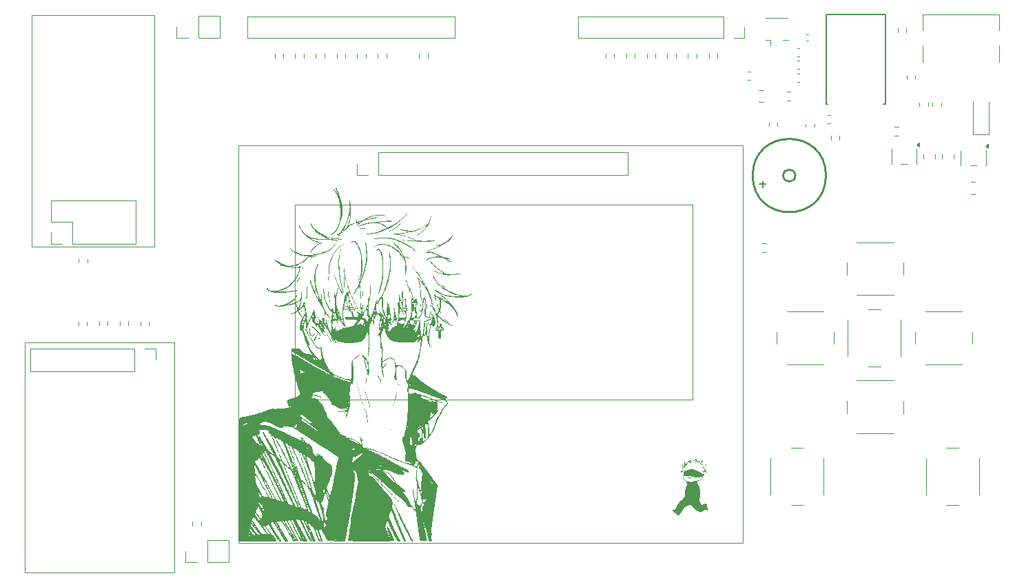
<source format=gbr>
%TF.GenerationSoftware,KiCad,Pcbnew,9.0.6*%
%TF.CreationDate,2025-12-26T21:20:51+11:00*%
%TF.ProjectId,Fipper Zero,46697070-6572-4205-9a65-726f2e6b6963,rev?*%
%TF.SameCoordinates,Original*%
%TF.FileFunction,Legend,Top*%
%TF.FilePolarity,Positive*%
%FSLAX46Y46*%
G04 Gerber Fmt 4.6, Leading zero omitted, Abs format (unit mm)*
G04 Created by KiCad (PCBNEW 9.0.6) date 2025-12-26 21:20:51*
%MOMM*%
%LPD*%
G01*
G04 APERTURE LIST*
%ADD10C,0.100000*%
%ADD11C,0.200000*%
%ADD12C,0.120000*%
%ADD13C,0.000000*%
%ADD14C,0.150000*%
%ADD15C,0.250000*%
G04 APERTURE END LIST*
D10*
X132500000Y-62370000D02*
X147500000Y-62370000D01*
X147500000Y-90830000D01*
X132500000Y-90830000D01*
X132500000Y-62370000D01*
X157880000Y-78330000D02*
X219880000Y-78330000D01*
X219880000Y-127160000D01*
X157880000Y-127160000D01*
X157880000Y-78330000D01*
X164850000Y-85600000D02*
X213650000Y-85600000D01*
X213650000Y-109600000D01*
X164850000Y-109600000D01*
X164850000Y-85600000D01*
X131620000Y-102520000D02*
X149990000Y-102520000D01*
X149990000Y-130850000D01*
X131620000Y-130850000D01*
X131620000Y-102520000D01*
D11*
X221879673Y-83111266D02*
X222641578Y-83111266D01*
X222260625Y-83492219D02*
X222260625Y-82730314D01*
D12*
%TO.C,J7*%
X132270000Y-103320000D02*
X132270000Y-106080000D01*
X145080000Y-103320000D02*
X132270000Y-103320000D01*
X145080000Y-103320000D02*
X145080000Y-106080000D01*
X145080000Y-106080000D02*
X132270000Y-106080000D01*
X146350000Y-103320000D02*
X147730000Y-103320000D01*
X147730000Y-103320000D02*
X147730000Y-104700000D01*
%TO.C,R17*%
X138207500Y-100457258D02*
X138207500Y-99982742D01*
X139252500Y-100457258D02*
X139252500Y-99982742D01*
%TO.C,RX1*%
X230647500Y-77202742D02*
X230647500Y-77677258D01*
X231692500Y-77202742D02*
X231692500Y-77677258D01*
%TO.C,C4*%
X230284420Y-74620000D02*
X230565580Y-74620000D01*
X230284420Y-75640000D02*
X230565580Y-75640000D01*
%TO.C,C2*%
X226790580Y-69500000D02*
X226509420Y-69500000D01*
X226790580Y-70520000D02*
X226509420Y-70520000D01*
%TO.C,C5*%
X240030000Y-70115580D02*
X240030000Y-69834420D01*
X241050000Y-70115580D02*
X241050000Y-69834420D01*
%TO.C,C7*%
X226790580Y-66390000D02*
X226509420Y-66390000D01*
X226790580Y-67410000D02*
X226509420Y-67410000D01*
%TO.C,R23*%
X227923641Y-64740000D02*
X227616359Y-64740000D01*
X227923641Y-65500000D02*
X227616359Y-65500000D01*
%TO.C,R7*%
X169937500Y-67107742D02*
X169937500Y-67582258D01*
X170982500Y-67107742D02*
X170982500Y-67582258D01*
%TO.C,SW4*%
X241000000Y-101250000D02*
X241000000Y-102750000D01*
X242250000Y-105250000D02*
X246750000Y-105250000D01*
X246750000Y-98750000D02*
X242250000Y-98750000D01*
X248000000Y-102750000D02*
X248000000Y-101250000D01*
%TO.C,R22*%
X225712258Y-71767500D02*
X225237742Y-71767500D01*
X225712258Y-72812500D02*
X225237742Y-72812500D01*
%TO.C,SW5*%
X232600000Y-109750000D02*
X232600000Y-111250000D01*
X233850000Y-113750000D02*
X238350000Y-113750000D01*
X238350000Y-107250000D02*
X233850000Y-107250000D01*
X239600000Y-111250000D02*
X239600000Y-109750000D01*
%TO.C,J5*%
X134840000Y-85120000D02*
X145220000Y-85120000D01*
X134840000Y-87770000D02*
X134840000Y-85120000D01*
X134840000Y-90420000D02*
X134840000Y-89040000D01*
X136220000Y-90420000D02*
X134840000Y-90420000D01*
X137490000Y-87770000D02*
X134840000Y-87770000D01*
X137490000Y-90420000D02*
X137490000Y-87770000D01*
X137490000Y-90420000D02*
X145220000Y-90420000D01*
X145220000Y-90420000D02*
X145220000Y-85120000D01*
%TO.C,R12*%
X205497500Y-67587258D02*
X205497500Y-67112742D01*
X206542500Y-67587258D02*
X206542500Y-67112742D01*
%TO.C,SW1*%
X242350000Y-116750000D02*
X242350000Y-121250000D01*
X244850000Y-122500000D02*
X246350000Y-122500000D01*
X246350000Y-115500000D02*
X244850000Y-115500000D01*
X248850000Y-121250000D02*
X248850000Y-116750000D01*
%TO.C,UP2*%
X238090000Y-78802500D02*
X238140000Y-78802500D01*
X238090000Y-80622500D02*
X238090000Y-78802500D01*
X238140000Y-80622500D02*
X238090000Y-80622500D01*
X240040000Y-80622500D02*
X239260000Y-80622500D01*
X241160000Y-78802500D02*
X241210000Y-78802500D01*
X241210000Y-78802500D02*
X241210000Y-80622500D01*
X241210000Y-80622500D02*
X241160000Y-80622500D01*
X241490000Y-78502500D02*
X241160000Y-78262500D01*
X241490000Y-78022500D01*
X241490000Y-78502500D01*
G36*
X241490000Y-78502500D02*
G01*
X241160000Y-78262500D01*
X241490000Y-78022500D01*
X241490000Y-78502500D01*
G37*
%TO.C,UP1*%
X246590000Y-78982500D02*
X246640000Y-78982500D01*
X246590000Y-80802500D02*
X246590000Y-78982500D01*
X246640000Y-80802500D02*
X246590000Y-80802500D01*
X248540000Y-80802500D02*
X247760000Y-80802500D01*
X249660000Y-78982500D02*
X249710000Y-78982500D01*
X249710000Y-78982500D02*
X249710000Y-80802500D01*
X249710000Y-80802500D02*
X249660000Y-80802500D01*
X249990000Y-78682500D02*
X249660000Y-78442500D01*
X249990000Y-78202500D01*
X249990000Y-78682500D01*
G36*
X249990000Y-78682500D02*
G01*
X249660000Y-78442500D01*
X249990000Y-78202500D01*
X249990000Y-78682500D01*
G37*
%TO.C,CP3*%
X241990000Y-79961252D02*
X241990000Y-79438748D01*
X243460000Y-79961252D02*
X243460000Y-79438748D01*
%TO.C,SW3*%
X224000000Y-101250000D02*
X224000000Y-102750000D01*
X225250000Y-105250000D02*
X229750000Y-105250000D01*
X229750000Y-98750000D02*
X225250000Y-98750000D01*
X231000000Y-102750000D02*
X231000000Y-101250000D01*
%TO.C,J16*%
X222625000Y-65410000D02*
X223265000Y-65410000D01*
X222675000Y-62690000D02*
X225375000Y-62690000D01*
X223265000Y-65410000D02*
X223265000Y-66040000D01*
X225425000Y-65410000D02*
X224785000Y-65410000D01*
%TO.C,J8*%
X151380000Y-129580000D02*
X151380000Y-128200000D01*
X152760000Y-129580000D02*
X151380000Y-129580000D01*
X154030000Y-126820000D02*
X156680000Y-126820000D01*
X154030000Y-129580000D02*
X154030000Y-126820000D01*
X154030000Y-129580000D02*
X156680000Y-129580000D01*
X156680000Y-129580000D02*
X156680000Y-126820000D01*
%TO.C,R18*%
X152227500Y-124602742D02*
X152227500Y-125077258D01*
X153272500Y-124602742D02*
X153272500Y-125077258D01*
%TO.C,SW7*%
X232750000Y-99750000D02*
X232750000Y-104250000D01*
X235250000Y-105500000D02*
X236750000Y-105500000D01*
X236750000Y-98500000D02*
X235250000Y-98500000D01*
X239250000Y-104250000D02*
X239250000Y-99750000D01*
%TO.C,R4*%
X180087500Y-67107742D02*
X180087500Y-67582258D01*
X181132500Y-67107742D02*
X181132500Y-67582258D01*
%TO.C,J15*%
X158965000Y-65160000D02*
X158965000Y-62500000D01*
X184425000Y-62500000D02*
X158965000Y-62500000D01*
X184425000Y-65160000D02*
X158965000Y-65160000D01*
X184425000Y-65160000D02*
X184425000Y-62500000D01*
X199605000Y-65160000D02*
X199605000Y-62500000D01*
X217445000Y-62500000D02*
X199605000Y-62500000D01*
X217445000Y-65160000D02*
X199605000Y-65160000D01*
X217445000Y-65160000D02*
X217445000Y-62500000D01*
X218715000Y-65160000D02*
X220045000Y-65160000D01*
X220045000Y-65160000D02*
X220045000Y-63830000D01*
%TO.C,C6*%
X226790580Y-67940000D02*
X226509420Y-67940000D01*
X226790580Y-68960000D02*
X226509420Y-68960000D01*
%TO.C,RU2*%
X241552500Y-73057742D02*
X241552500Y-73532258D01*
X242597500Y-73057742D02*
X242597500Y-73532258D01*
%TO.C,R5*%
X162327500Y-67102742D02*
X162327500Y-67577258D01*
X163372500Y-67102742D02*
X163372500Y-67577258D01*
%TO.C,C8*%
X222351252Y-71555000D02*
X221828748Y-71555000D01*
X222351252Y-73025000D02*
X221828748Y-73025000D01*
%TO.C,R19*%
X223027500Y-75532742D02*
X223027500Y-76007258D01*
X224072500Y-75532742D02*
X224072500Y-76007258D01*
D13*
%TO.C,G\u002A\u002A\u002A*%
G36*
X169218278Y-112294224D02*
G01*
X169210776Y-112301725D01*
X169203275Y-112294224D01*
X169210776Y-112286722D01*
X169218278Y-112294224D01*
G37*
G36*
X173419104Y-108438465D02*
G01*
X173411603Y-108445966D01*
X173404101Y-108438465D01*
X173411603Y-108430963D01*
X173419104Y-108438465D01*
G37*
G36*
X174424302Y-99541713D02*
G01*
X174416801Y-99549215D01*
X174409299Y-99541713D01*
X174416801Y-99534212D01*
X174424302Y-99541713D01*
G37*
G36*
X176059624Y-105212830D02*
G01*
X176052123Y-105220331D01*
X176044621Y-105212830D01*
X176052123Y-105205328D01*
X176059624Y-105212830D01*
G37*
G36*
X176884787Y-111349038D02*
G01*
X176877285Y-111356539D01*
X176869784Y-111349038D01*
X176877285Y-111341536D01*
X176884787Y-111349038D01*
G37*
G36*
X176944798Y-98641536D02*
G01*
X176937297Y-98649038D01*
X176929796Y-98641536D01*
X176937297Y-98634035D01*
X176944798Y-98641536D01*
G37*
G36*
X176959801Y-97741359D02*
G01*
X176952300Y-97748860D01*
X176944798Y-97741359D01*
X176952300Y-97733857D01*
X176959801Y-97741359D01*
G37*
G36*
X176974804Y-122286191D02*
G01*
X176967303Y-122293692D01*
X176959801Y-122286191D01*
X176967303Y-122278689D01*
X176974804Y-122286191D01*
G37*
G36*
X177034816Y-107088199D02*
G01*
X177027315Y-107095700D01*
X177019813Y-107088199D01*
X177027315Y-107080697D01*
X177034816Y-107088199D01*
G37*
G36*
X177364881Y-123036338D02*
G01*
X177357380Y-123043840D01*
X177349878Y-123036338D01*
X177357380Y-123028837D01*
X177364881Y-123036338D01*
G37*
G36*
X179540309Y-88949628D02*
G01*
X179532808Y-88957130D01*
X179525306Y-88949628D01*
X179532808Y-88942127D01*
X179540309Y-88949628D01*
G37*
G36*
X180680534Y-109323639D02*
G01*
X180673032Y-109331140D01*
X180665531Y-109323639D01*
X180673032Y-109316137D01*
X180680534Y-109323639D01*
G37*
G36*
X183231036Y-95070833D02*
G01*
X183223534Y-95078335D01*
X183216033Y-95070833D01*
X183223534Y-95063332D01*
X183231036Y-95070833D01*
G37*
G36*
X169183205Y-100340621D02*
G01*
X169185186Y-100371337D01*
X169183205Y-100378128D01*
X169177729Y-100380013D01*
X169175638Y-100359374D01*
X169177995Y-100338076D01*
X169183205Y-100340621D01*
G37*
G36*
X173459112Y-88572054D02*
G01*
X173457053Y-88580973D01*
X173449110Y-88582056D01*
X173436761Y-88576567D01*
X173439108Y-88572054D01*
X173456913Y-88570258D01*
X173459112Y-88572054D01*
G37*
G36*
X176534718Y-113146892D02*
G01*
X176536513Y-113164697D01*
X176534718Y-113166895D01*
X176525799Y-113164836D01*
X176524716Y-113156894D01*
X176530205Y-113144544D01*
X176534718Y-113146892D01*
G37*
G36*
X176534965Y-113199089D02*
G01*
X176536753Y-113222537D01*
X176533780Y-113227845D01*
X176526961Y-113223371D01*
X176525900Y-113208154D01*
X176529564Y-113192145D01*
X176534965Y-113199089D01*
G37*
G36*
X176864783Y-111391546D02*
G01*
X176866578Y-111409351D01*
X176864783Y-111411550D01*
X176855863Y-111409490D01*
X176854781Y-111401548D01*
X176860270Y-111389199D01*
X176864783Y-111391546D01*
G37*
G36*
X176909792Y-122103655D02*
G01*
X176911587Y-122121460D01*
X176909792Y-122123659D01*
X176900872Y-122121599D01*
X176899790Y-122113657D01*
X176905279Y-122101308D01*
X176909792Y-122103655D01*
G37*
G36*
X176940044Y-98571210D02*
G01*
X176941833Y-98594658D01*
X176938860Y-98599965D01*
X176932041Y-98595491D01*
X176930980Y-98580274D01*
X176934644Y-98564265D01*
X176940044Y-98571210D01*
G37*
G36*
X176984806Y-122313696D02*
G01*
X176986602Y-122331501D01*
X176984806Y-122333700D01*
X176975887Y-122331641D01*
X176974804Y-122323698D01*
X176980294Y-122311349D01*
X176984806Y-122313696D01*
G37*
G36*
X178425090Y-105645415D02*
G01*
X178423030Y-105654334D01*
X178415088Y-105655417D01*
X178402739Y-105649928D01*
X178405086Y-105645415D01*
X178422891Y-105643619D01*
X178425090Y-105645415D01*
G37*
G36*
X179580317Y-88962131D02*
G01*
X179578258Y-88971050D01*
X179570315Y-88972133D01*
X179557966Y-88966643D01*
X179560313Y-88962131D01*
X179578118Y-88960335D01*
X179580317Y-88962131D01*
G37*
G36*
X182625917Y-96958705D02*
G01*
X182627712Y-96976510D01*
X182625917Y-96978709D01*
X182616998Y-96976649D01*
X182615915Y-96968707D01*
X182621404Y-96956358D01*
X182625917Y-96958705D01*
G37*
G36*
X169371558Y-98301219D02*
G01*
X169380971Y-98322973D01*
X169373300Y-98334984D01*
X169357006Y-98340359D01*
X169347442Y-98325335D01*
X169343309Y-98297724D01*
X169355175Y-98290355D01*
X169371558Y-98301219D01*
G37*
G36*
X174947088Y-119314173D02*
G01*
X174963194Y-119329280D01*
X174959890Y-119337964D01*
X174957793Y-119338110D01*
X174945103Y-119327454D01*
X174940472Y-119320789D01*
X174938703Y-119310523D01*
X174947088Y-119314173D01*
G37*
G36*
X170485985Y-100861875D02*
G01*
X170470141Y-100876499D01*
X170442121Y-100893857D01*
X170426898Y-100899003D01*
X170426058Y-100892077D01*
X170441901Y-100877453D01*
X170469922Y-100860095D01*
X170485144Y-100854949D01*
X170485985Y-100861875D01*
G37*
G36*
X172470339Y-107675535D02*
G01*
X172473918Y-107680816D01*
X172487879Y-107711862D01*
X172478943Y-107725360D01*
X172473918Y-107725824D01*
X172462298Y-107713118D01*
X172459145Y-107692068D01*
X172461514Y-107670146D01*
X172470339Y-107675535D01*
G37*
G36*
X172686674Y-114173184D02*
G01*
X172691118Y-114176809D01*
X172711925Y-114197954D01*
X172707129Y-114206623D01*
X172700568Y-114207100D01*
X172684455Y-114195075D01*
X172677720Y-114182474D01*
X172673873Y-114166277D01*
X172686674Y-114173184D01*
G37*
G36*
X174424302Y-99571719D02*
G01*
X174438733Y-99590900D01*
X174439305Y-99595109D01*
X174427862Y-99608823D01*
X174424302Y-99609227D01*
X174411136Y-99597015D01*
X174409299Y-99585837D01*
X174416573Y-99570308D01*
X174424302Y-99571719D01*
G37*
G36*
X176894441Y-99100583D02*
G01*
X176895184Y-99103163D01*
X176897380Y-99135844D01*
X176894628Y-99148171D01*
X176889702Y-99148670D01*
X176887691Y-99125184D01*
X176887711Y-99121631D01*
X176889875Y-99098362D01*
X176894441Y-99100583D01*
G37*
G36*
X176910401Y-98975527D02*
G01*
X176912816Y-99014619D01*
X176910098Y-99035539D01*
X176906042Y-99039046D01*
X176903767Y-99017501D01*
X176903573Y-99001607D01*
X176905050Y-98972553D01*
X176908439Y-98968145D01*
X176910401Y-98975527D01*
G37*
G36*
X176925558Y-98758015D02*
G01*
X176928026Y-98802385D01*
X176925354Y-98833030D01*
X176921840Y-98839067D01*
X176919575Y-98819410D01*
X176919084Y-98791566D01*
X176920206Y-98757525D01*
X176922895Y-98747568D01*
X176925558Y-98758015D01*
G37*
G36*
X177019409Y-100040753D02*
G01*
X177019813Y-100044312D01*
X177007601Y-100057479D01*
X176996423Y-100059315D01*
X176980894Y-100052042D01*
X176982306Y-100044312D01*
X177001486Y-100029882D01*
X177005696Y-100029309D01*
X177019409Y-100040753D01*
G37*
G36*
X177934383Y-119108954D02*
G01*
X177934993Y-119113066D01*
X177929875Y-119127679D01*
X177928377Y-119128069D01*
X177915568Y-119117556D01*
X177912489Y-119113066D01*
X177913678Y-119099241D01*
X177919105Y-119098063D01*
X177934383Y-119108954D01*
G37*
G36*
X180800557Y-91404016D02*
G01*
X180787979Y-91415068D01*
X180770552Y-91417614D01*
X180746129Y-91415194D01*
X180740546Y-91411862D01*
X180752916Y-91403982D01*
X180770552Y-91398264D01*
X180794475Y-91397423D01*
X180800557Y-91404016D01*
G37*
G36*
X168677921Y-100868849D02*
G01*
X168678171Y-100881477D01*
X168675747Y-100918848D01*
X168668834Y-100927253D01*
X168657973Y-100906304D01*
X168655187Y-100897970D01*
X168653873Y-100865860D01*
X168661678Y-100849961D01*
X168673284Y-100846434D01*
X168677921Y-100868849D01*
G37*
G36*
X169498062Y-98282937D02*
G01*
X169499591Y-98307620D01*
X169482449Y-98337726D01*
X169458609Y-98361141D01*
X169441685Y-98356645D01*
X169433744Y-98341477D01*
X169431337Y-98304868D01*
X169450506Y-98279700D01*
X169472857Y-98273964D01*
X169498062Y-98282937D01*
G37*
G36*
X170371017Y-100918065D02*
G01*
X170361556Y-100929895D01*
X170351884Y-100937465D01*
X170322477Y-100955403D01*
X170305836Y-100957929D01*
X170307523Y-100945111D01*
X170313493Y-100936988D01*
X170340999Y-100918073D01*
X170356588Y-100914961D01*
X170371017Y-100918065D01*
G37*
G36*
X176953061Y-97947160D02*
G01*
X176956670Y-97965339D01*
X176957906Y-98004580D01*
X176956716Y-98050931D01*
X176952108Y-98146439D01*
X176944104Y-98048920D01*
X176939952Y-97989372D01*
X176939844Y-97955397D01*
X176944151Y-97942790D01*
X176953061Y-97947160D01*
G37*
G36*
X178063199Y-107837041D02*
G01*
X178059118Y-107849241D01*
X178035574Y-107868435D01*
X178009057Y-107883847D01*
X177978851Y-107897521D01*
X177966711Y-107895576D01*
X177964999Y-107885346D01*
X177979348Y-107860917D01*
X178020157Y-107841946D01*
X178044678Y-107836047D01*
X178063199Y-107837041D01*
G37*
G36*
X170012092Y-100488152D02*
G01*
X170009345Y-100502879D01*
X169990377Y-100524561D01*
X169964610Y-100544566D01*
X169941464Y-100554266D01*
X169939845Y-100554338D01*
X169931910Y-100547550D01*
X169950208Y-100527094D01*
X169960924Y-100518176D01*
X169991049Y-100496565D01*
X170010038Y-100487662D01*
X170012092Y-100488152D01*
G37*
G36*
X176540812Y-113302015D02*
G01*
X176550681Y-113327159D01*
X176552158Y-113365486D01*
X176552064Y-113366461D01*
X176545908Y-113395874D01*
X176537203Y-113404324D01*
X176535968Y-113403376D01*
X176528410Y-113381868D01*
X176524773Y-113344351D01*
X176524716Y-113338929D01*
X176527415Y-113305047D01*
X176536190Y-113298408D01*
X176540812Y-113302015D01*
G37*
G36*
X165810671Y-93346628D02*
G01*
X165832465Y-93375666D01*
X165842475Y-93426744D01*
X165842613Y-93434525D01*
X165838205Y-93461215D01*
X165821261Y-93469889D01*
X165786203Y-93461887D01*
X165763765Y-93453495D01*
X165734768Y-93436494D01*
X165729947Y-93413841D01*
X165731844Y-93406331D01*
X165754635Y-93360503D01*
X165782819Y-93341088D01*
X165810671Y-93346628D01*
G37*
G36*
X179741269Y-102643186D02*
G01*
X179727824Y-102665610D01*
X179691269Y-102712149D01*
X179649271Y-102749765D01*
X179610236Y-102771531D01*
X179595871Y-102774310D01*
X179590009Y-102766438D01*
X179607675Y-102741823D01*
X179649201Y-102700016D01*
X179655883Y-102693748D01*
X179706486Y-102648259D01*
X179737302Y-102624780D01*
X179748754Y-102623144D01*
X179741269Y-102643186D01*
G37*
G36*
X168540808Y-101634649D02*
G01*
X168549929Y-101664631D01*
X168549906Y-101706855D01*
X168534331Y-101749634D01*
X168508398Y-101786909D01*
X168477298Y-101812619D01*
X168446223Y-101820704D01*
X168424958Y-101810497D01*
X168407033Y-101773320D01*
X168413181Y-101727104D01*
X168441790Y-101678320D01*
X168463596Y-101655370D01*
X168501440Y-101624499D01*
X168525454Y-101617407D01*
X168540808Y-101634649D01*
G37*
G36*
X181197933Y-100090940D02*
G01*
X181204907Y-100130645D01*
X181205637Y-100153709D01*
X181202731Y-100235198D01*
X181194309Y-100291896D01*
X181180819Y-100322322D01*
X181162709Y-100324994D01*
X181155627Y-100319366D01*
X181149744Y-100298335D01*
X181147601Y-100257447D01*
X181149040Y-100206599D01*
X181153906Y-100155686D01*
X181158653Y-100128066D01*
X181171879Y-100088053D01*
X181185948Y-100076211D01*
X181197933Y-100090940D01*
G37*
G36*
X165608128Y-98607186D02*
G01*
X165624375Y-98657916D01*
X165629850Y-98708242D01*
X165626049Y-98772546D01*
X165625687Y-98775969D01*
X165617340Y-98830143D01*
X165607350Y-98863229D01*
X165597721Y-98873173D01*
X165590457Y-98857921D01*
X165587563Y-98815419D01*
X165587563Y-98815047D01*
X165584572Y-98766736D01*
X165577241Y-98725609D01*
X165575917Y-98721278D01*
X165570550Y-98685836D01*
X165570322Y-98635936D01*
X165572166Y-98611530D01*
X165580061Y-98536515D01*
X165608128Y-98607186D01*
G37*
G36*
X181045520Y-97812188D02*
G01*
X181056298Y-97845013D01*
X181061921Y-97898716D01*
X181062603Y-97975912D01*
X181058555Y-98079215D01*
X181055942Y-98123934D01*
X181045522Y-98258985D01*
X181032188Y-98369528D01*
X181014927Y-98461002D01*
X180992728Y-98538846D01*
X180966648Y-98604029D01*
X180935670Y-98671542D01*
X180943443Y-98551518D01*
X180946985Y-98494843D01*
X180951706Y-98416443D01*
X180957119Y-98324557D01*
X180962737Y-98227420D01*
X180965995Y-98170211D01*
X180974483Y-98041333D01*
X180983846Y-97941128D01*
X180994311Y-97868271D01*
X181006102Y-97821436D01*
X181019444Y-97799299D01*
X181029374Y-97797627D01*
X181045520Y-97812188D01*
G37*
G36*
X174182164Y-106144404D02*
G01*
X174184255Y-106154929D01*
X174174632Y-106175565D01*
X174149662Y-106209359D01*
X174121856Y-106241196D01*
X174065479Y-106312998D01*
X174021933Y-106391060D01*
X173995463Y-106466627D01*
X173989363Y-106514336D01*
X173985265Y-106551124D01*
X173975145Y-106569859D01*
X173972338Y-106570597D01*
X173962239Y-106557523D01*
X173965933Y-106521837D01*
X173974351Y-106477607D01*
X173983770Y-106420967D01*
X173987888Y-106393678D01*
X174002430Y-106332440D01*
X174030145Y-106284218D01*
X174052531Y-106258651D01*
X174087356Y-106219159D01*
X174114987Y-106182507D01*
X174122997Y-106169268D01*
X174143558Y-106144757D01*
X174166506Y-106135714D01*
X174182164Y-106144404D01*
G37*
G36*
X165436089Y-94589694D02*
G01*
X165437683Y-94612852D01*
X165422945Y-94655248D01*
X165393970Y-94710762D01*
X165334702Y-94804617D01*
X165266021Y-94899015D01*
X165193673Y-94986940D01*
X165123403Y-95061376D01*
X165065345Y-95112052D01*
X165007217Y-95154090D01*
X164969013Y-95177185D01*
X164948375Y-95182493D01*
X164942893Y-95172103D01*
X164951265Y-95155042D01*
X164972759Y-95121185D01*
X165002391Y-95078335D01*
X165036114Y-95030336D01*
X165079832Y-94966900D01*
X165126972Y-94897608D01*
X165157247Y-94852602D01*
X165209960Y-94778975D01*
X165262142Y-94715116D01*
X165311537Y-94662379D01*
X165355886Y-94622115D01*
X165392933Y-94595678D01*
X165420420Y-94584420D01*
X165436089Y-94589694D01*
G37*
G36*
X182887180Y-95451041D02*
G01*
X182902560Y-95481535D01*
X182902906Y-95482518D01*
X182924607Y-95515594D01*
X182971199Y-95562950D01*
X183041717Y-95623643D01*
X183074660Y-95650065D01*
X183139783Y-95702353D01*
X183184323Y-95740821D01*
X183211928Y-95769340D01*
X183226248Y-95791784D01*
X183230934Y-95812025D01*
X183231036Y-95815994D01*
X183228266Y-95845601D01*
X183216851Y-95855785D01*
X183192132Y-95846539D01*
X183149450Y-95817859D01*
X183146733Y-95815894D01*
X183092378Y-95773425D01*
X183033698Y-95722579D01*
X182976651Y-95669097D01*
X182927200Y-95618716D01*
X182891305Y-95577177D01*
X182877602Y-95556758D01*
X182862443Y-95516176D01*
X182856548Y-95476670D01*
X182860384Y-95447695D01*
X182871745Y-95438406D01*
X182887180Y-95451041D01*
G37*
G36*
X177329886Y-107473784D02*
G01*
X177357444Y-107498080D01*
X177399071Y-107537103D01*
X177451234Y-107587567D01*
X177489204Y-107625033D01*
X177568360Y-107701599D01*
X177633241Y-107759152D01*
X177688804Y-107801708D01*
X177740008Y-107833285D01*
X177757026Y-107842097D01*
X177810161Y-107866286D01*
X177856640Y-107883734D01*
X177886809Y-107890838D01*
X177887754Y-107890857D01*
X177913926Y-107899728D01*
X177919990Y-107913361D01*
X177912865Y-107929426D01*
X177888928Y-107933491D01*
X177844340Y-107925491D01*
X177793983Y-107911211D01*
X177737774Y-107888944D01*
X177676391Y-107857330D01*
X177646864Y-107839066D01*
X177600857Y-107803288D01*
X177547630Y-107754404D01*
X177491541Y-107697365D01*
X177436947Y-107637125D01*
X177388207Y-107578635D01*
X177349678Y-107526849D01*
X177325717Y-107486719D01*
X177319928Y-107467502D01*
X177329886Y-107473784D01*
G37*
G36*
X167592966Y-101393553D02*
G01*
X167595377Y-101406791D01*
X167592801Y-101453267D01*
X167576379Y-101521763D01*
X167547616Y-101608516D01*
X167508017Y-101709766D01*
X167459088Y-101821750D01*
X167402334Y-101940707D01*
X167339259Y-102062874D01*
X167315128Y-102107218D01*
X167257044Y-102211742D01*
X167211497Y-102291527D01*
X167176994Y-102348356D01*
X167152042Y-102384017D01*
X167135149Y-102400292D01*
X167124823Y-102398968D01*
X167119571Y-102381829D01*
X167117900Y-102350659D01*
X167117864Y-102343131D01*
X167122624Y-102308748D01*
X167138222Y-102264017D01*
X167166636Y-102204325D01*
X167209842Y-102125059D01*
X167215931Y-102114336D01*
X167295778Y-101969884D01*
X167368843Y-101829289D01*
X167432524Y-101697898D01*
X167484220Y-101581063D01*
X167518586Y-101492097D01*
X167545114Y-101423200D01*
X167566345Y-101383820D01*
X167582291Y-101373943D01*
X167592966Y-101393553D01*
G37*
G36*
X173370312Y-88513580D02*
G01*
X173405996Y-88516900D01*
X173426728Y-88523665D01*
X173434770Y-88530344D01*
X173444270Y-88547583D01*
X173428575Y-88552046D01*
X173427558Y-88552050D01*
X173410130Y-88558162D01*
X173410543Y-88565337D01*
X173409932Y-88574754D01*
X173393520Y-88582532D01*
X173358615Y-88588995D01*
X173302524Y-88594467D01*
X173222555Y-88599273D01*
X173116016Y-88603737D01*
X173081538Y-88604954D01*
X172969975Y-88607791D01*
X172887060Y-88607643D01*
X172831583Y-88604475D01*
X172802331Y-88598254D01*
X172800233Y-88597120D01*
X172778584Y-88574594D01*
X172773977Y-88560206D01*
X172778732Y-88552430D01*
X172794863Y-88545757D01*
X172825168Y-88539917D01*
X172872448Y-88534640D01*
X172939501Y-88529657D01*
X173029128Y-88524697D01*
X173144128Y-88519490D01*
X173234144Y-88515833D01*
X173314691Y-88513345D01*
X173370312Y-88513580D01*
G37*
G36*
X169306550Y-101881096D02*
G01*
X169318096Y-101897346D01*
X169339401Y-101935260D01*
X169367705Y-101989235D01*
X169400245Y-102053665D01*
X169434260Y-102122949D01*
X169466986Y-102191480D01*
X169495663Y-102253656D01*
X169517528Y-102303873D01*
X169527386Y-102329148D01*
X169543488Y-102370738D01*
X169557681Y-102400856D01*
X169560913Y-102405982D01*
X169572515Y-102429951D01*
X169586759Y-102470537D01*
X169601129Y-102518703D01*
X169613111Y-102565412D01*
X169620190Y-102601628D01*
X169619972Y-102618204D01*
X169607943Y-102612147D01*
X169588054Y-102586980D01*
X169581594Y-102576850D01*
X169556966Y-102532735D01*
X169523518Y-102467756D01*
X169484405Y-102388560D01*
X169442781Y-102301795D01*
X169401800Y-102214111D01*
X169364617Y-102132156D01*
X169334385Y-102062577D01*
X169316443Y-102017955D01*
X169295577Y-101954395D01*
X169286370Y-101907973D01*
X169289058Y-101881951D01*
X169303877Y-101879591D01*
X169306550Y-101881096D01*
G37*
G36*
X183216232Y-99694363D02*
G01*
X183257433Y-99723499D01*
X183315476Y-99769806D01*
X183387996Y-99831442D01*
X183426074Y-99864886D01*
X183516237Y-99943570D01*
X183587672Y-100002882D01*
X183642925Y-100044615D01*
X183684539Y-100070560D01*
X183715058Y-100082511D01*
X183735300Y-100082742D01*
X183763996Y-100081624D01*
X183779185Y-100090807D01*
X183774339Y-100104042D01*
X183763555Y-100109783D01*
X183743651Y-100129856D01*
X183741136Y-100141361D01*
X183730586Y-100160896D01*
X183701248Y-100160833D01*
X183656592Y-100141695D01*
X183628346Y-100124298D01*
X183589110Y-100096030D01*
X183535349Y-100054660D01*
X183472841Y-100004929D01*
X183407364Y-99951578D01*
X183344696Y-99899347D01*
X183290615Y-99852977D01*
X183250899Y-99817208D01*
X183235899Y-99802300D01*
X183214201Y-99771709D01*
X183197179Y-99736025D01*
X183188056Y-99704380D01*
X183190054Y-99685908D01*
X183194237Y-99684241D01*
X183216232Y-99694363D01*
G37*
G36*
X176506578Y-111368835D02*
G01*
X176511662Y-111403599D01*
X176516249Y-111460581D01*
X176520271Y-111535888D01*
X176523657Y-111625628D01*
X176526338Y-111725908D01*
X176528244Y-111832836D01*
X176529306Y-111942518D01*
X176529455Y-112051062D01*
X176528620Y-112154576D01*
X176526732Y-112249166D01*
X176523722Y-112330939D01*
X176519565Y-112395494D01*
X176513188Y-112462922D01*
X176507092Y-112505832D01*
X176499684Y-112529654D01*
X176489367Y-112539817D01*
X176476603Y-112541772D01*
X176458027Y-112538419D01*
X176451304Y-112523067D01*
X176453750Y-112487778D01*
X176455051Y-112478010D01*
X176457826Y-112445379D01*
X176460947Y-112387725D01*
X176464220Y-112310027D01*
X176467449Y-112217264D01*
X176470439Y-112114413D01*
X176472283Y-112039173D01*
X176476468Y-111867368D01*
X176480727Y-111718498D01*
X176485010Y-111593759D01*
X176489266Y-111494344D01*
X176493443Y-111421447D01*
X176497493Y-111376261D01*
X176501068Y-111360183D01*
X176506578Y-111368835D01*
G37*
G36*
X173551750Y-106898244D02*
G01*
X173554131Y-106915665D01*
X173559973Y-106940051D01*
X173568070Y-106945671D01*
X173578309Y-106959090D01*
X173590615Y-106993884D01*
X173599980Y-107031938D01*
X173611688Y-107143068D01*
X173605821Y-107267758D01*
X173584158Y-107396638D01*
X173548478Y-107520337D01*
X173500560Y-107629485D01*
X173479915Y-107664569D01*
X173441609Y-107721082D01*
X173414449Y-107752783D01*
X173396111Y-107761673D01*
X173384269Y-107749753D01*
X173383407Y-107747635D01*
X173386185Y-107719841D01*
X173406476Y-107681709D01*
X173412036Y-107674079D01*
X173434893Y-107636743D01*
X173462304Y-107581210D01*
X173489319Y-107517746D01*
X173496541Y-107498871D01*
X173520610Y-107428027D01*
X173536000Y-107364224D01*
X173545108Y-107294756D01*
X173549965Y-107215724D01*
X173551495Y-107138542D01*
X173550013Y-107061883D01*
X173545868Y-106997355D01*
X173542689Y-106971926D01*
X173537188Y-106925943D01*
X173537219Y-106894648D01*
X173541399Y-106885659D01*
X173551750Y-106898244D01*
G37*
G36*
X177329490Y-108723948D02*
G01*
X177329060Y-108742275D01*
X177323851Y-108766457D01*
X177315213Y-108813796D01*
X177304283Y-108877791D01*
X177292198Y-108951942D01*
X177290352Y-108963568D01*
X177259627Y-109148130D01*
X177229264Y-109308657D01*
X177197701Y-109451060D01*
X177163374Y-109581247D01*
X177124720Y-109705129D01*
X177080176Y-109828615D01*
X177028179Y-109957614D01*
X177026173Y-109962376D01*
X176982710Y-110064041D01*
X176943448Y-110153176D01*
X176909736Y-110226924D01*
X176882924Y-110282430D01*
X176864363Y-110316838D01*
X176855401Y-110327294D01*
X176854781Y-110324975D01*
X176860332Y-110302629D01*
X176874461Y-110263842D01*
X176884335Y-110239873D01*
X176898967Y-110202612D01*
X176920718Y-110143216D01*
X176947325Y-110068053D01*
X176976527Y-109983489D01*
X176998069Y-109919816D01*
X177100071Y-109582066D01*
X177187809Y-109220441D01*
X177260584Y-108837833D01*
X177261502Y-108832292D01*
X177272499Y-108772617D01*
X177282686Y-108737123D01*
X177294366Y-108720148D01*
X177308806Y-108716019D01*
X177329490Y-108723948D01*
G37*
G36*
X166320013Y-95690532D02*
G01*
X166329633Y-95721269D01*
X166338900Y-95774139D01*
X166347556Y-95845206D01*
X166355343Y-95930532D01*
X166362002Y-96026180D01*
X166367277Y-96128216D01*
X166370909Y-96232702D01*
X166372641Y-96335701D01*
X166372214Y-96433278D01*
X166369370Y-96521495D01*
X166367302Y-96556126D01*
X166356304Y-96701460D01*
X166345211Y-96820250D01*
X166333271Y-96915950D01*
X166319729Y-96992015D01*
X166303833Y-97051898D01*
X166284829Y-97099055D01*
X166261965Y-97136939D01*
X166234485Y-97169005D01*
X166233421Y-97170074D01*
X166199126Y-97202728D01*
X166180493Y-97215058D01*
X166173305Y-97209213D01*
X166172681Y-97201032D01*
X166175428Y-97172660D01*
X166182710Y-97124245D01*
X166193084Y-97065150D01*
X166195720Y-97051223D01*
X166221959Y-96899376D01*
X166241427Y-96749638D01*
X166254702Y-96594649D01*
X166262366Y-96427050D01*
X166264998Y-96239481D01*
X166264869Y-96173550D01*
X166264843Y-96038962D01*
X166266522Y-95931214D01*
X166270196Y-95847175D01*
X166276159Y-95783713D01*
X166284701Y-95737697D01*
X166296114Y-95705994D01*
X166310297Y-95685863D01*
X166320013Y-95690532D01*
G37*
G36*
X174969327Y-106537930D02*
G01*
X174994425Y-106571146D01*
X175025315Y-106619518D01*
X175045522Y-106654478D01*
X175082032Y-106717629D01*
X175129338Y-106795993D01*
X175181494Y-106879881D01*
X175232556Y-106959604D01*
X175235702Y-106964421D01*
X175302986Y-107071414D01*
X175352479Y-107160531D01*
X175386169Y-107236459D01*
X175406044Y-107303888D01*
X175414092Y-107367505D01*
X175414497Y-107386098D01*
X175410163Y-107444138D01*
X175398781Y-107509720D01*
X175382782Y-107572830D01*
X175364600Y-107623457D01*
X175351118Y-107647059D01*
X175329151Y-107664316D01*
X175315102Y-107660790D01*
X175317000Y-107639557D01*
X175345119Y-107546178D01*
X175352665Y-107447820D01*
X175350928Y-107410762D01*
X175345614Y-107364453D01*
X175335322Y-107318730D01*
X175318109Y-107269314D01*
X175292037Y-107211927D01*
X175255164Y-107142292D01*
X175205552Y-107056128D01*
X175142581Y-106951332D01*
X175093774Y-106868692D01*
X175047377Y-106785765D01*
X175005860Y-106707409D01*
X174971690Y-106638484D01*
X174947337Y-106583847D01*
X174935269Y-106548358D01*
X174934403Y-106541574D01*
X174946313Y-106526893D01*
X174954077Y-106525588D01*
X174969327Y-106537930D01*
G37*
G36*
X170861746Y-94527399D02*
G01*
X170867756Y-94541783D01*
X170872790Y-94569175D01*
X170877058Y-94612371D01*
X170880767Y-94674167D01*
X170884126Y-94757360D01*
X170887344Y-94864747D01*
X170890629Y-94999123D01*
X170890894Y-95010821D01*
X170893973Y-95130157D01*
X170897813Y-95252375D01*
X170902141Y-95370282D01*
X170906679Y-95476689D01*
X170911154Y-95564403D01*
X170913581Y-95603438D01*
X170922557Y-95749024D01*
X170928187Y-95874015D01*
X170930458Y-95976566D01*
X170929359Y-96054835D01*
X170924877Y-96106978D01*
X170917002Y-96131152D01*
X170902807Y-96136363D01*
X170893713Y-96114483D01*
X170893199Y-96111958D01*
X170890254Y-96087340D01*
X170885755Y-96037367D01*
X170880062Y-95966628D01*
X170873535Y-95879714D01*
X170866533Y-95781214D01*
X170861584Y-95708459D01*
X170855929Y-95610668D01*
X170851073Y-95500784D01*
X170847035Y-95382410D01*
X170843838Y-95259151D01*
X170841502Y-95134614D01*
X170840050Y-95012401D01*
X170839502Y-94896120D01*
X170839880Y-94789373D01*
X170841206Y-94695767D01*
X170843500Y-94618907D01*
X170846784Y-94562396D01*
X170851080Y-94529841D01*
X170854553Y-94523225D01*
X170861746Y-94527399D01*
G37*
G36*
X177730997Y-87927899D02*
G01*
X177727289Y-87958495D01*
X177725589Y-87964715D01*
X177686969Y-88069342D01*
X177632637Y-88163254D01*
X177558975Y-88250928D01*
X177462363Y-88336843D01*
X177369827Y-88404771D01*
X177295040Y-88455435D01*
X177226711Y-88499740D01*
X177159435Y-88540735D01*
X177087809Y-88581470D01*
X177006429Y-88624995D01*
X176909890Y-88674358D01*
X176792789Y-88732611D01*
X176762301Y-88747626D01*
X176682129Y-88787143D01*
X176610005Y-88822860D01*
X176550777Y-88852363D01*
X176509293Y-88873238D01*
X176491163Y-88882638D01*
X176450776Y-88894910D01*
X176405247Y-88895336D01*
X176369167Y-88884277D01*
X176363041Y-88879471D01*
X176355618Y-88855818D01*
X176369378Y-88832985D01*
X176397337Y-88822131D01*
X176398945Y-88822103D01*
X176426681Y-88815193D01*
X176476500Y-88795848D01*
X176544225Y-88766145D01*
X176625674Y-88728161D01*
X176716668Y-88683973D01*
X176813029Y-88635658D01*
X176910577Y-88585293D01*
X177005133Y-88534956D01*
X177092517Y-88486724D01*
X177168550Y-88442673D01*
X177196054Y-88425944D01*
X177320474Y-88341931D01*
X177433333Y-88252119D01*
X177529897Y-88160813D01*
X177605432Y-88072315D01*
X177637099Y-88025054D01*
X177672136Y-87971071D01*
X177701048Y-87935806D01*
X177721459Y-87920876D01*
X177730997Y-87927899D01*
G37*
G36*
X178474712Y-94812885D02*
G01*
X178475100Y-94814227D01*
X178479719Y-94829356D01*
X178492823Y-94869516D01*
X178513284Y-94931318D01*
X178539971Y-95011371D01*
X178571756Y-95106282D01*
X178607508Y-95212660D01*
X178631234Y-95283070D01*
X178670840Y-95401023D01*
X178708812Y-95515102D01*
X178743677Y-95620807D01*
X178773961Y-95713637D01*
X178798192Y-95789093D01*
X178814896Y-95842673D01*
X178819577Y-95858488D01*
X178837909Y-95919497D01*
X178856075Y-95974963D01*
X178870394Y-96013693D01*
X178871387Y-96016019D01*
X178890435Y-96066602D01*
X178913138Y-96137379D01*
X178936756Y-96219225D01*
X178958552Y-96303017D01*
X178962598Y-96319829D01*
X178972316Y-96366135D01*
X178973161Y-96390153D01*
X178965022Y-96398289D01*
X178961254Y-96398595D01*
X178938448Y-96386738D01*
X178927742Y-96372339D01*
X178918963Y-96350091D01*
X178902119Y-96302603D01*
X178878312Y-96233208D01*
X178848643Y-96145238D01*
X178814211Y-96042024D01*
X178776119Y-95926900D01*
X178735466Y-95803198D01*
X178693353Y-95674250D01*
X178650882Y-95543389D01*
X178609152Y-95413946D01*
X178569264Y-95289254D01*
X178550996Y-95231752D01*
X178511264Y-95104085D01*
X178481375Y-95002432D01*
X178460866Y-94924627D01*
X178449270Y-94868505D01*
X178446123Y-94831900D01*
X178450959Y-94812647D01*
X178460097Y-94808282D01*
X178474712Y-94812885D01*
G37*
G36*
X173429494Y-108497274D02*
G01*
X173437294Y-108520981D01*
X173497316Y-108704508D01*
X173548745Y-108859697D01*
X173591708Y-108986922D01*
X173626330Y-109086555D01*
X173644201Y-109136102D01*
X173699647Y-109291111D01*
X173758659Y-109463890D01*
X173818442Y-109645741D01*
X173876199Y-109827963D01*
X173929134Y-110001856D01*
X173974452Y-110158721D01*
X173984141Y-110193810D01*
X173995902Y-110242734D01*
X174009103Y-110306963D01*
X174022697Y-110380105D01*
X174035635Y-110455769D01*
X174046871Y-110527564D01*
X174055356Y-110589098D01*
X174060041Y-110633979D01*
X174059886Y-110655800D01*
X174053051Y-110651627D01*
X174040794Y-110624122D01*
X174025538Y-110578917D01*
X174022527Y-110568884D01*
X174004458Y-110506106D01*
X173982454Y-110427543D01*
X173960206Y-110346430D01*
X173951422Y-110313834D01*
X173935620Y-110257424D01*
X173912474Y-110178332D01*
X173883764Y-110082462D01*
X173851270Y-109975717D01*
X173816770Y-109864002D01*
X173790878Y-109781229D01*
X173725605Y-109573523D01*
X173668850Y-109392239D01*
X173619987Y-109235222D01*
X173578390Y-109100316D01*
X173543432Y-108985366D01*
X173514485Y-108888216D01*
X173490924Y-108806711D01*
X173472122Y-108738695D01*
X173457451Y-108682011D01*
X173446286Y-108634506D01*
X173437999Y-108594023D01*
X173431963Y-108558405D01*
X173428841Y-108535984D01*
X173423902Y-108495703D01*
X173423783Y-108483397D01*
X173429494Y-108497274D01*
G37*
G36*
X166662412Y-100739086D02*
G01*
X166663159Y-100755252D01*
X166661078Y-100794956D01*
X166656584Y-100851907D01*
X166651276Y-100908181D01*
X166643452Y-101087911D01*
X166657363Y-101251966D01*
X166692609Y-101398722D01*
X166748792Y-101526559D01*
X166825515Y-101633854D01*
X166830867Y-101639716D01*
X166887171Y-101689989D01*
X166936205Y-101711457D01*
X166976907Y-101704502D01*
X167019423Y-101676547D01*
X167062694Y-101638522D01*
X167112029Y-101585236D01*
X167167270Y-101518352D01*
X167207620Y-101470644D01*
X167243209Y-101433580D01*
X167268716Y-101412481D01*
X167276042Y-101409581D01*
X167291096Y-101411043D01*
X167295647Y-101419282D01*
X167288506Y-101440075D01*
X167268482Y-101479199D01*
X167257491Y-101499623D01*
X167204526Y-101586630D01*
X167146204Y-101663720D01*
X167087441Y-101725214D01*
X167033155Y-101765432D01*
X167022870Y-101770605D01*
X166964073Y-101792603D01*
X166916288Y-101796761D01*
X166866840Y-101783662D01*
X166854147Y-101778377D01*
X166802807Y-101743105D01*
X166749529Y-101683961D01*
X166697659Y-101606613D01*
X166650539Y-101516728D01*
X166611514Y-101419972D01*
X166583927Y-101322011D01*
X166583406Y-101319563D01*
X166574772Y-101261039D01*
X166569151Y-101186392D01*
X166566447Y-101102392D01*
X166566564Y-101015812D01*
X166569405Y-100933423D01*
X166574876Y-100861997D01*
X166582879Y-100808305D01*
X166591025Y-100782699D01*
X166611897Y-100757792D01*
X166638694Y-100740333D01*
X166659897Y-100737363D01*
X166662412Y-100739086D01*
G37*
G36*
X168942236Y-94528974D02*
G01*
X168941911Y-94553034D01*
X168941298Y-94555768D01*
X168936226Y-94590848D01*
X168930718Y-94652247D01*
X168924948Y-94736285D01*
X168919088Y-94839280D01*
X168913311Y-94957553D01*
X168907789Y-95087423D01*
X168902695Y-95225209D01*
X168898201Y-95367231D01*
X168894481Y-95509807D01*
X168892758Y-95590646D01*
X168890518Y-95819344D01*
X168893700Y-96026231D01*
X168903053Y-96219044D01*
X168919324Y-96405520D01*
X168943261Y-96593400D01*
X168975610Y-96790419D01*
X169017120Y-97004316D01*
X169039653Y-97111235D01*
X169068441Y-97245343D01*
X169091428Y-97353243D01*
X169109208Y-97438040D01*
X169122377Y-97502843D01*
X169131530Y-97550758D01*
X169137262Y-97584893D01*
X169140169Y-97608354D01*
X169140844Y-97624249D01*
X169139977Y-97635063D01*
X169134020Y-97654111D01*
X169121878Y-97645448D01*
X169119641Y-97642565D01*
X169104879Y-97611968D01*
X169085390Y-97553619D01*
X169061645Y-97469320D01*
X169034113Y-97360869D01*
X169003267Y-97230068D01*
X168969576Y-97078717D01*
X168957198Y-97021217D01*
X168907484Y-96744900D01*
X168872086Y-96448030D01*
X168850944Y-96129355D01*
X168843999Y-95787624D01*
X168851190Y-95421582D01*
X168866274Y-95123137D01*
X168873118Y-95013665D01*
X168879705Y-94907367D01*
X168885677Y-94810120D01*
X168890673Y-94727801D01*
X168894334Y-94666284D01*
X168895659Y-94643249D01*
X168900574Y-94582265D01*
X168907809Y-94545890D01*
X168918739Y-94528742D01*
X168925689Y-94525762D01*
X168942236Y-94528974D01*
G37*
G36*
X168688441Y-101304059D02*
G01*
X168706817Y-101329898D01*
X168733988Y-101375132D01*
X168767947Y-101435891D01*
X168806682Y-101508307D01*
X168848186Y-101588512D01*
X168890448Y-101672636D01*
X168931459Y-101756812D01*
X168969209Y-101837170D01*
X169001689Y-101909842D01*
X169021468Y-101957189D01*
X169049707Y-102021676D01*
X169080813Y-102083382D01*
X169108856Y-102130701D01*
X169113434Y-102137224D01*
X169146651Y-102187696D01*
X169185094Y-102253833D01*
X169224490Y-102327367D01*
X169260564Y-102400029D01*
X169289043Y-102463551D01*
X169305316Y-102508429D01*
X169313602Y-102552211D01*
X169306541Y-102571330D01*
X169283180Y-102567454D01*
X169274218Y-102562828D01*
X169252587Y-102542656D01*
X169248231Y-102530306D01*
X169241557Y-102510588D01*
X169223441Y-102470386D01*
X169196681Y-102415630D01*
X169165401Y-102354767D01*
X169127665Y-102281768D01*
X169090625Y-102208071D01*
X169059191Y-102143551D01*
X169042292Y-102107218D01*
X168993529Y-102004074D01*
X168934191Y-101887587D01*
X168870268Y-101769430D01*
X168855155Y-101742553D01*
X168828929Y-101698650D01*
X168809576Y-101676034D01*
X168790261Y-101669295D01*
X168766605Y-101672481D01*
X168734947Y-101675699D01*
X168723653Y-101664413D01*
X168723180Y-101658322D01*
X168735719Y-101638699D01*
X168753186Y-101634625D01*
X168776046Y-101630144D01*
X168781041Y-101613542D01*
X168768205Y-101580079D01*
X168753780Y-101553166D01*
X168729464Y-101501314D01*
X168707285Y-101439403D01*
X168690165Y-101377525D01*
X168681028Y-101325773D01*
X168680872Y-101301483D01*
X168688441Y-101304059D01*
G37*
G36*
X166900578Y-100521796D02*
G01*
X166901180Y-100522068D01*
X166931923Y-100542001D01*
X166983270Y-100583187D01*
X167055268Y-100645669D01*
X167147967Y-100729492D01*
X167261416Y-100834700D01*
X167395662Y-100961338D01*
X167550755Y-101109449D01*
X167581506Y-101138985D01*
X167687243Y-101241250D01*
X167772776Y-101325800D01*
X167840034Y-101395186D01*
X167890943Y-101451956D01*
X167927430Y-101498661D01*
X167951422Y-101537849D01*
X167964847Y-101572070D01*
X167969632Y-101603874D01*
X167967703Y-101635811D01*
X167965812Y-101647414D01*
X167950827Y-101698410D01*
X167927566Y-101749920D01*
X167924859Y-101754649D01*
X167890759Y-101829685D01*
X167865554Y-101918248D01*
X167853603Y-102004206D01*
X167853187Y-102019853D01*
X167850098Y-102062029D01*
X167836662Y-102086636D01*
X167806152Y-102105891D01*
X167805695Y-102106120D01*
X167756347Y-102126018D01*
X167725179Y-102125975D01*
X167707927Y-102105970D01*
X167707789Y-102105613D01*
X167712925Y-102077606D01*
X167745058Y-102039012D01*
X167751239Y-102033223D01*
X167788509Y-101989849D01*
X167817395Y-101940337D01*
X167822928Y-101926056D01*
X167838053Y-101884684D01*
X167852071Y-101854963D01*
X167854969Y-101850625D01*
X167862520Y-101828354D01*
X167870286Y-101785032D01*
X167876711Y-101729562D01*
X167877269Y-101723100D01*
X167886516Y-101612121D01*
X167819137Y-101522103D01*
X167785603Y-101481904D01*
X167733129Y-101424790D01*
X167665036Y-101353968D01*
X167584644Y-101272646D01*
X167495273Y-101184029D01*
X167400243Y-101091325D01*
X167302875Y-100997742D01*
X167206488Y-100906484D01*
X167114403Y-100820761D01*
X167029939Y-100743779D01*
X166956417Y-100678744D01*
X166897157Y-100628863D01*
X166881568Y-100616485D01*
X166845763Y-100584866D01*
X166822629Y-100557196D01*
X166817805Y-100545180D01*
X166829874Y-100521133D01*
X166860338Y-100512542D01*
X166900578Y-100521796D01*
G37*
G36*
X170813467Y-90571782D02*
G01*
X170846098Y-90583726D01*
X170891107Y-90603653D01*
X170846098Y-90613413D01*
X170654081Y-90664772D01*
X170479860Y-90731188D01*
X170326644Y-90811169D01*
X170197646Y-90903223D01*
X170170177Y-90927378D01*
X170081108Y-91018093D01*
X169984074Y-91133084D01*
X169881777Y-91268578D01*
X169776920Y-91420807D01*
X169672205Y-91585999D01*
X169570335Y-91760383D01*
X169560685Y-91777685D01*
X169442440Y-92000948D01*
X169343901Y-92211463D01*
X169263042Y-92415860D01*
X169197837Y-92620767D01*
X169146261Y-92832813D01*
X169106288Y-93058628D01*
X169075894Y-93304840D01*
X169067653Y-93391326D01*
X169061424Y-93489424D01*
X169057730Y-93609905D01*
X169056462Y-93745263D01*
X169057507Y-93887991D01*
X169060757Y-94030584D01*
X169066100Y-94165535D01*
X169073427Y-94285338D01*
X169082176Y-94378724D01*
X169090643Y-94459023D01*
X169093593Y-94510148D01*
X169091036Y-94532017D01*
X169082981Y-94524546D01*
X169070333Y-94490474D01*
X169042896Y-94394258D01*
X169021419Y-94293717D01*
X169005210Y-94183392D01*
X168993576Y-94057823D01*
X168985825Y-93911552D01*
X168982412Y-93797206D01*
X168980268Y-93571462D01*
X168985373Y-93368776D01*
X168998750Y-93182856D01*
X169021420Y-93007408D01*
X169054405Y-92836140D01*
X169098727Y-92662759D01*
X169155406Y-92480970D01*
X169225465Y-92284481D01*
X169229879Y-92272717D01*
X169294475Y-92115652D01*
X169372981Y-91948936D01*
X169462433Y-91777414D01*
X169559865Y-91605933D01*
X169662312Y-91439338D01*
X169766809Y-91282476D01*
X169870391Y-91140193D01*
X169970094Y-91017335D01*
X170051376Y-90930018D01*
X170200706Y-90802462D01*
X170366602Y-90698939D01*
X170551365Y-90618034D01*
X170566312Y-90612746D01*
X170652273Y-90584828D01*
X170717733Y-90569149D01*
X170769271Y-90565028D01*
X170813467Y-90571782D01*
G37*
G36*
X175849091Y-90465068D02*
G01*
X176070653Y-90508710D01*
X176301079Y-90578267D01*
X176542100Y-90674052D01*
X176721757Y-90758728D01*
X176979100Y-90896661D01*
X177207013Y-91038557D01*
X177405855Y-91184754D01*
X177575982Y-91335591D01*
X177717752Y-91491405D01*
X177831521Y-91652533D01*
X177917646Y-91819313D01*
X177957960Y-91927715D01*
X177974230Y-91977015D01*
X177988335Y-92016675D01*
X177994829Y-92032735D01*
X178004174Y-92059975D01*
X178016064Y-92104049D01*
X178022260Y-92130254D01*
X178035299Y-92188173D01*
X178050780Y-92256674D01*
X178060383Y-92299038D01*
X178071629Y-92353971D01*
X178075402Y-92385327D01*
X178071811Y-92391414D01*
X178060970Y-92370538D01*
X178056429Y-92359049D01*
X178000591Y-92223218D01*
X177933854Y-92078424D01*
X177861079Y-91934326D01*
X177787125Y-91800582D01*
X177722345Y-91695169D01*
X177640304Y-91584553D01*
X177537056Y-91468160D01*
X177418944Y-91352104D01*
X177292310Y-91242495D01*
X177163497Y-91145448D01*
X177124834Y-91119341D01*
X176937586Y-91004143D01*
X176740513Y-90896829D01*
X176539237Y-90799855D01*
X176339380Y-90715676D01*
X176146567Y-90646748D01*
X175966418Y-90595524D01*
X175883934Y-90577528D01*
X175672616Y-90551878D01*
X175453179Y-90554722D01*
X175226510Y-90585932D01*
X174993499Y-90645379D01*
X174755033Y-90732935D01*
X174728096Y-90744455D01*
X174659772Y-90774623D01*
X174600618Y-90801745D01*
X174556586Y-90823022D01*
X174533624Y-90835654D01*
X174532711Y-90836339D01*
X174510396Y-90844782D01*
X174501334Y-90832824D01*
X174506707Y-90817676D01*
X174524504Y-90801312D01*
X174561888Y-90773984D01*
X174612493Y-90739787D01*
X174669955Y-90702816D01*
X174727908Y-90667166D01*
X174779987Y-90636934D01*
X174819807Y-90616224D01*
X174916148Y-90576654D01*
X175029825Y-90537818D01*
X175148351Y-90503760D01*
X175220289Y-90486491D01*
X175425640Y-90454272D01*
X175634664Y-90447027D01*
X175849091Y-90465068D01*
G37*
G36*
X176146369Y-89670055D02*
G01*
X176307065Y-89680978D01*
X176462359Y-89699703D01*
X176617007Y-89726388D01*
X176710169Y-89745995D01*
X176825903Y-89773226D01*
X176940061Y-89803171D01*
X177056070Y-89837043D01*
X177177360Y-89876053D01*
X177307359Y-89921414D01*
X177449495Y-89974338D01*
X177607197Y-90036037D01*
X177783894Y-90107724D01*
X177983013Y-90190610D01*
X178062518Y-90224132D01*
X178300546Y-90332217D01*
X178535573Y-90453269D01*
X178763447Y-90584565D01*
X178980016Y-90723384D01*
X179181127Y-90867003D01*
X179362628Y-91012700D01*
X179520366Y-91157753D01*
X179578694Y-91218003D01*
X179644635Y-91289201D01*
X179692049Y-91341496D01*
X179723145Y-91377673D01*
X179740132Y-91400518D01*
X179745223Y-91412815D01*
X179740625Y-91417347D01*
X179737119Y-91417614D01*
X179715776Y-91406714D01*
X179713388Y-91403493D01*
X179698206Y-91389832D01*
X179663435Y-91363223D01*
X179614317Y-91327562D01*
X179558722Y-91288560D01*
X179482980Y-91234314D01*
X179399704Y-91171622D01*
X179321667Y-91110214D01*
X179285259Y-91080219D01*
X179113975Y-90946372D01*
X178916909Y-90810995D01*
X178698081Y-90676049D01*
X178461511Y-90543499D01*
X178211220Y-90415307D01*
X177951227Y-90293437D01*
X177685553Y-90179852D01*
X177418217Y-90076514D01*
X177153239Y-89985388D01*
X176894639Y-89908437D01*
X176874789Y-89903070D01*
X176750446Y-89871165D01*
X176632063Y-89844240D01*
X176516374Y-89822131D01*
X176400111Y-89804674D01*
X176280007Y-89791704D01*
X176152794Y-89783056D01*
X176015206Y-89778566D01*
X175863974Y-89778069D01*
X175695832Y-89781400D01*
X175507511Y-89788395D01*
X175295746Y-89798890D01*
X175068286Y-89812047D01*
X174934201Y-89819421D01*
X174817498Y-89824264D01*
X174720382Y-89826569D01*
X174645059Y-89826333D01*
X174593734Y-89823550D01*
X174568610Y-89818215D01*
X174567581Y-89813164D01*
X174587793Y-89805738D01*
X174633620Y-89795756D01*
X174700838Y-89783820D01*
X174785221Y-89770530D01*
X174882546Y-89756487D01*
X174988587Y-89742292D01*
X175099120Y-89728546D01*
X175209920Y-89715849D01*
X175316763Y-89704802D01*
X175354485Y-89701250D01*
X175584330Y-89682532D01*
X175789756Y-89670989D01*
X175975518Y-89666778D01*
X176146369Y-89670055D01*
G37*
G36*
X170509562Y-90929074D02*
G01*
X170507109Y-90959505D01*
X170498205Y-91012783D01*
X170483209Y-91086844D01*
X170462482Y-91179620D01*
X170436383Y-91289047D01*
X170427627Y-91324540D01*
X170383553Y-91507920D01*
X170347100Y-91674720D01*
X170317694Y-91830440D01*
X170294758Y-91980579D01*
X170277716Y-92130635D01*
X170265992Y-92286109D01*
X170259009Y-92452499D01*
X170256192Y-92635303D01*
X170256964Y-92840021D01*
X170258323Y-92940414D01*
X170277205Y-93482339D01*
X170316331Y-94003506D01*
X170375835Y-94505423D01*
X170418043Y-94778276D01*
X170428292Y-94837824D01*
X170438982Y-94896482D01*
X170450990Y-94958419D01*
X170465193Y-95027805D01*
X170482467Y-95108811D01*
X170503689Y-95205607D01*
X170529736Y-95322363D01*
X170561485Y-95463249D01*
X170569440Y-95498417D01*
X170605211Y-95649178D01*
X170645005Y-95801937D01*
X170691261Y-95965714D01*
X170738787Y-96124601D01*
X170772405Y-96239462D01*
X170794876Y-96327654D01*
X170806393Y-96390287D01*
X170807154Y-96428472D01*
X170797351Y-96443320D01*
X170794811Y-96443604D01*
X170778775Y-96431987D01*
X170756441Y-96403223D01*
X170751090Y-96394844D01*
X170736784Y-96364004D01*
X170716640Y-96310361D01*
X170692772Y-96240047D01*
X170667294Y-96159193D01*
X170651494Y-96106037D01*
X170624149Y-96012604D01*
X170595758Y-95916990D01*
X170569033Y-95828229D01*
X170546682Y-95755358D01*
X170539029Y-95730963D01*
X170508430Y-95625328D01*
X170475435Y-95495198D01*
X170441099Y-95345883D01*
X170406479Y-95182694D01*
X170372630Y-95010942D01*
X170340609Y-94835938D01*
X170311471Y-94662993D01*
X170286274Y-94497417D01*
X170270524Y-94380697D01*
X170240125Y-94124472D01*
X170216074Y-93884990D01*
X170197835Y-93653671D01*
X170184871Y-93421937D01*
X170176646Y-93181209D01*
X170172624Y-92922908D01*
X170172056Y-92805387D01*
X170172074Y-92642015D01*
X170173221Y-92503565D01*
X170176028Y-92384961D01*
X170181025Y-92281126D01*
X170188746Y-92186982D01*
X170199720Y-92097452D01*
X170214479Y-92007460D01*
X170233555Y-91911928D01*
X170257478Y-91805780D01*
X170286781Y-91683937D01*
X170291386Y-91665163D01*
X170316234Y-91566375D01*
X170343858Y-91460528D01*
X170372870Y-91352560D01*
X170401885Y-91247407D01*
X170429514Y-91150007D01*
X170454372Y-91065298D01*
X170475070Y-90998217D01*
X170490223Y-90953702D01*
X170493677Y-90945021D01*
X170505204Y-90923558D01*
X170509562Y-90929074D01*
G37*
G36*
X175106100Y-91033567D02*
G01*
X175122758Y-91043046D01*
X175167073Y-91078680D01*
X175220408Y-91134090D01*
X175277563Y-91202627D01*
X175333341Y-91277641D01*
X175382544Y-91352485D01*
X175419974Y-91420509D01*
X175423128Y-91427242D01*
X175486506Y-91589139D01*
X175541100Y-91778884D01*
X175586803Y-91995599D01*
X175623507Y-92238408D01*
X175651105Y-92506434D01*
X175669489Y-92798800D01*
X175678553Y-93114630D01*
X175678188Y-93453047D01*
X175677363Y-93503025D01*
X175670879Y-93790936D01*
X175662270Y-94052142D01*
X175651139Y-94289892D01*
X175637091Y-94507437D01*
X175619730Y-94708025D01*
X175598661Y-94894909D01*
X175573487Y-95071338D01*
X175543813Y-95240561D01*
X175509244Y-95405829D01*
X175469383Y-95570393D01*
X175423835Y-95737501D01*
X175392239Y-95844898D01*
X175338605Y-96011607D01*
X175282214Y-96162321D01*
X175217990Y-96309405D01*
X175140855Y-96465222D01*
X175125301Y-96494973D01*
X175082699Y-96572548D01*
X175050576Y-96623064D01*
X175028178Y-96647286D01*
X175014751Y-96645977D01*
X175009541Y-96619902D01*
X175009417Y-96612514D01*
X175013366Y-96579261D01*
X175025771Y-96529875D01*
X175047471Y-96461802D01*
X175079304Y-96372491D01*
X175122111Y-96259388D01*
X175143806Y-96203556D01*
X175249781Y-95904372D01*
X175338732Y-95591605D01*
X175411260Y-95262368D01*
X175467963Y-94913774D01*
X175509442Y-94542935D01*
X175522408Y-94380697D01*
X175527394Y-94292782D01*
X175531656Y-94181961D01*
X175535192Y-94052088D01*
X175538004Y-93907015D01*
X175540091Y-93750596D01*
X175541453Y-93586683D01*
X175542088Y-93419130D01*
X175541999Y-93251791D01*
X175541183Y-93088518D01*
X175539641Y-92933164D01*
X175537373Y-92789583D01*
X175534378Y-92661628D01*
X175530657Y-92553152D01*
X175526209Y-92468007D01*
X175522504Y-92422812D01*
X175495903Y-92207635D01*
X175462539Y-92005373D01*
X175423238Y-91819617D01*
X175378830Y-91653960D01*
X175330141Y-91511993D01*
X175292885Y-91426435D01*
X175254636Y-91357133D01*
X175208744Y-91287809D01*
X175160466Y-91225297D01*
X175115057Y-91176429D01*
X175079303Y-91148831D01*
X175058130Y-91139706D01*
X175038747Y-91140502D01*
X175014010Y-91154219D01*
X174976778Y-91183854D01*
X174958072Y-91199738D01*
X174900913Y-91241753D01*
X174859026Y-91259745D01*
X174833966Y-91256378D01*
X174827290Y-91234316D01*
X174840551Y-91196223D01*
X174875305Y-91144764D01*
X174905721Y-91110057D01*
X174963930Y-91055051D01*
X175013310Y-91025023D01*
X175058991Y-91018390D01*
X175106100Y-91033567D01*
G37*
G36*
X169684222Y-94291888D02*
G01*
X169700554Y-94319201D01*
X169723194Y-94366891D01*
X169752912Y-94436735D01*
X169790480Y-94530508D01*
X169836670Y-94649984D01*
X169863269Y-94719996D01*
X169920705Y-94871570D01*
X169969254Y-94998842D01*
X170010485Y-95105634D01*
X170045967Y-95195769D01*
X170077268Y-95273070D01*
X170105959Y-95341360D01*
X170133606Y-95404462D01*
X170161780Y-95466199D01*
X170192049Y-95530393D01*
X170218020Y-95584416D01*
X170254447Y-95660148D01*
X170285815Y-95726083D01*
X170309980Y-95777659D01*
X170324801Y-95810313D01*
X170328496Y-95819684D01*
X170335632Y-95835605D01*
X170355173Y-95872494D01*
X170384319Y-95925453D01*
X170420272Y-95989583D01*
X170460231Y-96059984D01*
X170501396Y-96131757D01*
X170540969Y-96200002D01*
X170576149Y-96259822D01*
X170604137Y-96306315D01*
X170622133Y-96334583D01*
X170625014Y-96338583D01*
X170660999Y-96388763D01*
X170678025Y-96425327D01*
X170677935Y-96456283D01*
X170662572Y-96489638D01*
X170660544Y-96492966D01*
X170645907Y-96519516D01*
X170633212Y-96550647D01*
X170620845Y-96592052D01*
X170607191Y-96649424D01*
X170590637Y-96728456D01*
X170583088Y-96766167D01*
X170569050Y-96828870D01*
X170557269Y-96866952D01*
X170548769Y-96879339D01*
X170544577Y-96864956D01*
X170545715Y-96822730D01*
X170547324Y-96803674D01*
X170555720Y-96733359D01*
X170567711Y-96654592D01*
X170576841Y-96604317D01*
X170588132Y-96539351D01*
X170589602Y-96496805D01*
X170579566Y-96470218D01*
X170556335Y-96453128D01*
X170535154Y-96444672D01*
X170496942Y-96425769D01*
X170450022Y-96395155D01*
X170423929Y-96375183D01*
X170369830Y-96330853D01*
X170454610Y-96330853D01*
X170456021Y-96338583D01*
X170475202Y-96353013D01*
X170479411Y-96353586D01*
X170493124Y-96342142D01*
X170493529Y-96338583D01*
X170481317Y-96325416D01*
X170470139Y-96323580D01*
X170454610Y-96330853D01*
X170369830Y-96330853D01*
X170358690Y-96321725D01*
X170382428Y-96275821D01*
X170399012Y-96216836D01*
X170397337Y-96182980D01*
X170388375Y-96155907D01*
X170368263Y-96106549D01*
X170339054Y-96039566D01*
X170302796Y-95959620D01*
X170261542Y-95871373D01*
X170244672Y-95835984D01*
X170192129Y-95723222D01*
X170135106Y-95595514D01*
X170078261Y-95463645D01*
X170026253Y-95338399D01*
X169988626Y-95243367D01*
X169946336Y-95133443D01*
X169899547Y-95012383D01*
X169852273Y-94890539D01*
X169808529Y-94778264D01*
X169779313Y-94703663D01*
X169738202Y-94594672D01*
X169705913Y-94499960D01*
X169683797Y-94423780D01*
X169673207Y-94370384D01*
X169673150Y-94369847D01*
X169669764Y-94323531D01*
X169670247Y-94292084D01*
X169673425Y-94283178D01*
X169684222Y-94291888D01*
G37*
G36*
X172155083Y-90113131D02*
G01*
X172251302Y-90143709D01*
X172331430Y-90194293D01*
X172402645Y-90269585D01*
X172411237Y-90280914D01*
X172480866Y-90384079D01*
X172554508Y-90510003D01*
X172629028Y-90652305D01*
X172701289Y-90804601D01*
X172768155Y-90960510D01*
X172826488Y-91113650D01*
X172840831Y-91155062D01*
X172861592Y-91222637D01*
X172886196Y-91312492D01*
X172912927Y-91417424D01*
X172940070Y-91530226D01*
X172965909Y-91643693D01*
X172988729Y-91750620D01*
X173006816Y-91843801D01*
X173012273Y-91875204D01*
X173059792Y-92226193D01*
X173089642Y-92600652D01*
X173101842Y-92998879D01*
X173099541Y-93307986D01*
X173092974Y-93513068D01*
X173082782Y-93693306D01*
X173068453Y-93853698D01*
X173049477Y-93999244D01*
X173025342Y-94134943D01*
X173005955Y-94223166D01*
X172993010Y-94272681D01*
X172973659Y-94339998D01*
X172949423Y-94420431D01*
X172921821Y-94509293D01*
X172892376Y-94601896D01*
X172862608Y-94693553D01*
X172834038Y-94779578D01*
X172808188Y-94855283D01*
X172786579Y-94915981D01*
X172770731Y-94956985D01*
X172762518Y-94973314D01*
X172759978Y-94963178D01*
X172759870Y-94929626D01*
X172762146Y-94879147D01*
X172763347Y-94860792D01*
X172768790Y-94810519D01*
X172779315Y-94737037D01*
X172793909Y-94646515D01*
X172811560Y-94545127D01*
X172831255Y-94439041D01*
X172839670Y-94395700D01*
X172869086Y-94245312D01*
X172893132Y-94119724D01*
X172912528Y-94014353D01*
X172927995Y-93924619D01*
X172940254Y-93845940D01*
X172950024Y-93773735D01*
X172958026Y-93703421D01*
X172964981Y-93630417D01*
X172970590Y-93563036D01*
X172977439Y-93439285D01*
X172980677Y-93291595D01*
X172980533Y-93125789D01*
X172977236Y-92947686D01*
X172971015Y-92763108D01*
X172962099Y-92577876D01*
X172950718Y-92397811D01*
X172937100Y-92228734D01*
X172921476Y-92076466D01*
X172907986Y-91972723D01*
X172841478Y-91615966D01*
X172748064Y-91272046D01*
X172627872Y-90941336D01*
X172481032Y-90624207D01*
X172368831Y-90421247D01*
X172328643Y-90356281D01*
X172295108Y-90311109D01*
X172261841Y-90278502D01*
X172222457Y-90251229D01*
X172214512Y-90246497D01*
X172169384Y-90221921D01*
X172132343Y-90208941D01*
X172090806Y-90204840D01*
X172032192Y-90206902D01*
X172031331Y-90206953D01*
X171965850Y-90214784D01*
X171887071Y-90229879D01*
X171809908Y-90249284D01*
X171794814Y-90253782D01*
X171731356Y-90271494D01*
X171674301Y-90284120D01*
X171632778Y-90289764D01*
X171622350Y-90289617D01*
X171608784Y-90285635D01*
X171611245Y-90277090D01*
X171632571Y-90261939D01*
X171675600Y-90238144D01*
X171738844Y-90205832D01*
X171849716Y-90154547D01*
X171943714Y-90121582D01*
X172026669Y-90105639D01*
X172104411Y-90105420D01*
X172155083Y-90113131D01*
G37*
G36*
X172487181Y-107767286D02*
G01*
X172494866Y-107807108D01*
X172502929Y-107827298D01*
X172514291Y-107856878D01*
X172527351Y-107902637D01*
X172533470Y-107928364D01*
X172546399Y-107983386D01*
X172566049Y-108062271D01*
X172591219Y-108160544D01*
X172620705Y-108273726D01*
X172653306Y-108397343D01*
X172687819Y-108526918D01*
X172723043Y-108657974D01*
X172757775Y-108786035D01*
X172790813Y-108906625D01*
X172820955Y-109015267D01*
X172846999Y-109107486D01*
X172867742Y-109178803D01*
X172879976Y-109218618D01*
X172895179Y-109265982D01*
X172916881Y-109333930D01*
X172942527Y-109414438D01*
X172969557Y-109499485D01*
X172978028Y-109526179D01*
X173013734Y-109636472D01*
X173053024Y-109753932D01*
X173093975Y-109873150D01*
X173134670Y-109988715D01*
X173173187Y-110095219D01*
X173207608Y-110187250D01*
X173236012Y-110259400D01*
X173249560Y-110291329D01*
X173272736Y-110345123D01*
X173301384Y-110414002D01*
X173330155Y-110485064D01*
X173336627Y-110501371D01*
X173362646Y-110565065D01*
X173396930Y-110645911D01*
X173435143Y-110733826D01*
X173472951Y-110818730D01*
X173475306Y-110823934D01*
X173532822Y-110953898D01*
X173578076Y-111064201D01*
X173613070Y-111161586D01*
X173639802Y-111252791D01*
X173660274Y-111344557D01*
X173676486Y-111443624D01*
X173689029Y-111544076D01*
X173696877Y-111613878D01*
X173706761Y-111701828D01*
X173717368Y-111796254D01*
X173726636Y-111878799D01*
X173737059Y-111969753D01*
X173745732Y-112038006D01*
X173754016Y-112090701D01*
X173763271Y-112134982D01*
X173774858Y-112177991D01*
X173790138Y-112226873D01*
X173796866Y-112247470D01*
X173814799Y-112314348D01*
X173816958Y-112357111D01*
X173803482Y-112375235D01*
X173774509Y-112368200D01*
X173766259Y-112363344D01*
X173753412Y-112341892D01*
X173738006Y-112294382D01*
X173720802Y-112224577D01*
X173702560Y-112136240D01*
X173684040Y-112033136D01*
X173666004Y-111919028D01*
X173649210Y-111797678D01*
X173644675Y-111761619D01*
X173629773Y-111641023D01*
X173616508Y-111538657D01*
X173603704Y-111450260D01*
X173590188Y-111371567D01*
X173574786Y-111298317D01*
X173556323Y-111226246D01*
X173533626Y-111151092D01*
X173505521Y-111068592D01*
X173470834Y-110974483D01*
X173428390Y-110864501D01*
X173377015Y-110734386D01*
X173327438Y-110609770D01*
X173247875Y-110408185D01*
X173178131Y-110227312D01*
X173115820Y-110060452D01*
X173058555Y-109900904D01*
X173003952Y-109741970D01*
X172949622Y-109576949D01*
X172893181Y-109399143D01*
X172872018Y-109331140D01*
X172841630Y-109230225D01*
X172808391Y-109114845D01*
X172773101Y-108988205D01*
X172736561Y-108853507D01*
X172699570Y-108713956D01*
X172662930Y-108572753D01*
X172627441Y-108433102D01*
X172593904Y-108298207D01*
X172563118Y-108171270D01*
X172535885Y-108055495D01*
X172513005Y-107954085D01*
X172495279Y-107870243D01*
X172483506Y-107807172D01*
X172478488Y-107768075D01*
X172478882Y-107758009D01*
X172484264Y-107747898D01*
X172487181Y-107767286D01*
G37*
G36*
X184221124Y-89270852D02*
G01*
X184224759Y-89302195D01*
X184223564Y-89318688D01*
X184218516Y-89352302D01*
X184208993Y-89386350D01*
X184192879Y-89424809D01*
X184168056Y-89471659D01*
X184132405Y-89530876D01*
X184083810Y-89606438D01*
X184020154Y-89702322D01*
X184016170Y-89708270D01*
X183930466Y-89832431D01*
X183852780Y-89935105D01*
X183777557Y-90021562D01*
X183699236Y-90097075D01*
X183612260Y-90166913D01*
X183511072Y-90236349D01*
X183390112Y-90310653D01*
X183366063Y-90324803D01*
X183275407Y-90377358D01*
X183181173Y-90431083D01*
X183091221Y-90481560D01*
X183013411Y-90524368D01*
X182968484Y-90548396D01*
X182891861Y-90589225D01*
X182801838Y-90638195D01*
X182710988Y-90688424D01*
X182648678Y-90723459D01*
X182548936Y-90777361D01*
X182431235Y-90836493D01*
X182301458Y-90898270D01*
X182165491Y-90960103D01*
X182029216Y-91019406D01*
X181898518Y-91073592D01*
X181779282Y-91120073D01*
X181677389Y-91156263D01*
X181631798Y-91170572D01*
X181559945Y-91190297D01*
X181479816Y-91210032D01*
X181395993Y-91228920D01*
X181313058Y-91246102D01*
X181235593Y-91260723D01*
X181168181Y-91271926D01*
X181115403Y-91278853D01*
X181081841Y-91280648D01*
X181072077Y-91276455D01*
X181073151Y-91275046D01*
X181089847Y-91268123D01*
X181129197Y-91255228D01*
X181184922Y-91238342D01*
X181236933Y-91223332D01*
X181369850Y-91183790D01*
X181502437Y-91140754D01*
X181626980Y-91096909D01*
X181735767Y-91054945D01*
X181802582Y-91026230D01*
X181863139Y-90999342D01*
X181938722Y-90966967D01*
X182016431Y-90934598D01*
X182045803Y-90922648D01*
X182142207Y-90882604D01*
X182236828Y-90841198D01*
X182325173Y-90800596D01*
X182402750Y-90762965D01*
X182465067Y-90730471D01*
X182507631Y-90705280D01*
X182524434Y-90691849D01*
X182534727Y-90676663D01*
X182528067Y-90671180D01*
X182499262Y-90673640D01*
X182479425Y-90676602D01*
X182429657Y-90686021D01*
X182386902Y-90696914D01*
X182378122Y-90699847D01*
X182336897Y-90709645D01*
X182272092Y-90718613D01*
X182190132Y-90726362D01*
X182097438Y-90732503D01*
X182000433Y-90736649D01*
X181905542Y-90738410D01*
X181819187Y-90737397D01*
X181783251Y-90735846D01*
X181677812Y-90729266D01*
X181602375Y-90723088D01*
X181556942Y-90717312D01*
X181541512Y-90711935D01*
X181556086Y-90706958D01*
X181600662Y-90702378D01*
X181675242Y-90698196D01*
X181779825Y-90694409D01*
X181783251Y-90694306D01*
X181940644Y-90687732D01*
X182075427Y-90677506D01*
X182194879Y-90662617D01*
X182306278Y-90642058D01*
X182416903Y-90614818D01*
X182473387Y-90598620D01*
X182540056Y-90579462D01*
X182605458Y-90561882D01*
X182656803Y-90549299D01*
X182662195Y-90548119D01*
X182762588Y-90518169D01*
X182879870Y-90468431D01*
X183010331Y-90400937D01*
X183150261Y-90317717D01*
X183295951Y-90220802D01*
X183405780Y-90141092D01*
X183515916Y-90052985D01*
X183629542Y-89952574D01*
X183742635Y-89844161D01*
X183851171Y-89732050D01*
X183951127Y-89620545D01*
X184038478Y-89513948D01*
X184109201Y-89416562D01*
X184156346Y-89338374D01*
X184185621Y-89289322D01*
X184207646Y-89266688D01*
X184221124Y-89270852D01*
G37*
G36*
X176968760Y-98332813D02*
G01*
X176990511Y-98362899D01*
X177011497Y-98401167D01*
X177048110Y-98462150D01*
X177086301Y-98501240D01*
X177095608Y-98506913D01*
X177131142Y-98531910D01*
X177155640Y-98561083D01*
X177163230Y-98586352D01*
X177159313Y-98594555D01*
X177137765Y-98602683D01*
X177122333Y-98604029D01*
X177108695Y-98605339D01*
X177100283Y-98612060D01*
X177097398Y-98628382D01*
X177100341Y-98658491D01*
X177109414Y-98706575D01*
X177124918Y-98776823D01*
X177139255Y-98839245D01*
X177166416Y-98959178D01*
X177191663Y-99075094D01*
X177214160Y-99182772D01*
X177233066Y-99277993D01*
X177247543Y-99356537D01*
X177256753Y-99414184D01*
X177259860Y-99446084D01*
X177267098Y-99476920D01*
X177284105Y-99504932D01*
X177303823Y-99521084D01*
X177316995Y-99519209D01*
X177321089Y-99527487D01*
X177322716Y-99558283D01*
X177322220Y-99604243D01*
X177319946Y-99658010D01*
X177316239Y-99712230D01*
X177311442Y-99759548D01*
X177305900Y-99792608D01*
X177303873Y-99799385D01*
X177296058Y-99834876D01*
X177290974Y-99886626D01*
X177289866Y-99923428D01*
X177285422Y-99985952D01*
X177272837Y-100023934D01*
X177253233Y-100035703D01*
X177227730Y-100019594D01*
X177226300Y-100018004D01*
X177207450Y-99985233D01*
X177193379Y-99941660D01*
X177192897Y-99939292D01*
X177180995Y-99884552D01*
X177168156Y-99851757D01*
X177148540Y-99833249D01*
X177116311Y-99821370D01*
X177099697Y-99817040D01*
X177058628Y-99805599D01*
X177040052Y-99793318D01*
X177037352Y-99772074D01*
X177041684Y-99745818D01*
X177050522Y-99693783D01*
X177059114Y-99636323D01*
X177060246Y-99627980D01*
X177069690Y-99587315D01*
X177083042Y-99565743D01*
X177087616Y-99564218D01*
X177112421Y-99555420D01*
X177139740Y-99537307D01*
X177155565Y-99523348D01*
X177164076Y-99508561D01*
X177165689Y-99485910D01*
X177160824Y-99448362D01*
X177149899Y-99388881D01*
X177148882Y-99383527D01*
X177136027Y-99310685D01*
X177124353Y-99235646D01*
X177116145Y-99173216D01*
X177115435Y-99166640D01*
X177107996Y-99120159D01*
X177099348Y-99102037D01*
X177090920Y-99110745D01*
X177084142Y-99144753D01*
X177080442Y-99202530D01*
X177080404Y-99204147D01*
X177076120Y-99269856D01*
X177066749Y-99352454D01*
X177053848Y-99441744D01*
X177038975Y-99527532D01*
X177023689Y-99599623D01*
X177015068Y-99631731D01*
X177000859Y-99681918D01*
X176983329Y-99749083D01*
X176965664Y-99820911D01*
X176960932Y-99841022D01*
X176928733Y-99949912D01*
X176889261Y-100031670D01*
X176843013Y-100085402D01*
X176816024Y-100102163D01*
X176783180Y-100115310D01*
X176767964Y-100114089D01*
X176769355Y-100094916D01*
X176786331Y-100054206D01*
X176796312Y-100033060D01*
X176837592Y-99932778D01*
X176877281Y-99810137D01*
X176913289Y-99672776D01*
X176943528Y-99528340D01*
X176958043Y-99441389D01*
X176980344Y-99278901D01*
X176997222Y-99126434D01*
X177008690Y-98986288D01*
X177014762Y-98860760D01*
X177015451Y-98752152D01*
X177010772Y-98662761D01*
X177000737Y-98594889D01*
X176985361Y-98550834D01*
X176964656Y-98532895D01*
X176952686Y-98534292D01*
X176942139Y-98531710D01*
X176936420Y-98510734D01*
X176934708Y-98466751D01*
X176935082Y-98435423D01*
X176938526Y-98377651D01*
X176945473Y-98338222D01*
X176954011Y-98323391D01*
X176968760Y-98332813D01*
G37*
G36*
X177032871Y-122392811D02*
G01*
X177049823Y-122427413D01*
X177056431Y-122451758D01*
X177065885Y-122486153D01*
X177076478Y-122503300D01*
X177078097Y-122503733D01*
X177092988Y-122516432D01*
X177109177Y-122546756D01*
X177121412Y-122583050D01*
X177124834Y-122607437D01*
X177133748Y-122638271D01*
X177154299Y-122672172D01*
X177176432Y-122711082D01*
X177194993Y-122761466D01*
X177198495Y-122775194D01*
X177210647Y-122815929D01*
X177224059Y-122841967D01*
X177229042Y-122846030D01*
X177243977Y-122863485D01*
X177244858Y-122869877D01*
X177250034Y-122893305D01*
X177262708Y-122924307D01*
X177278597Y-122955003D01*
X177293417Y-122977515D01*
X177302887Y-122983961D01*
X177304272Y-122979192D01*
X177311454Y-122961087D01*
X177320483Y-122961701D01*
X177329367Y-122981927D01*
X177326973Y-123000094D01*
X177324029Y-123043718D01*
X177340571Y-123078666D01*
X177363628Y-123092868D01*
X177375624Y-123105381D01*
X177397562Y-123139678D01*
X177429839Y-123196519D01*
X177472854Y-123276659D01*
X177527006Y-123380856D01*
X177592693Y-123509866D01*
X177670313Y-123664447D01*
X177760265Y-123845355D01*
X177769195Y-123863389D01*
X177913097Y-124153739D01*
X178052925Y-124435145D01*
X178187827Y-124705914D01*
X178316950Y-124964350D01*
X178439440Y-125208760D01*
X178554443Y-125437449D01*
X178661108Y-125648722D01*
X178758581Y-125840885D01*
X178846008Y-126012243D01*
X178922536Y-126161103D01*
X178987314Y-126285768D01*
X179022165Y-126351991D01*
X179057698Y-126419231D01*
X179101556Y-126502473D01*
X179148167Y-126591129D01*
X179191929Y-126674554D01*
X179230729Y-126747582D01*
X179267808Y-126815508D01*
X179299438Y-126871626D01*
X179321893Y-126909232D01*
X179325218Y-126914334D01*
X179347066Y-126949420D01*
X179359317Y-126973999D01*
X179360274Y-126978096D01*
X179346517Y-126983683D01*
X179310215Y-126987777D01*
X179258818Y-126989590D01*
X179251361Y-126989616D01*
X179192397Y-126988353D01*
X179156021Y-126983443D01*
X179134879Y-126973209D01*
X179124343Y-126960627D01*
X179113742Y-126941213D01*
X179091140Y-126898067D01*
X179058098Y-126834222D01*
X179016175Y-126752715D01*
X178966932Y-126656579D01*
X178911927Y-126548849D01*
X178852721Y-126432560D01*
X178833259Y-126394266D01*
X178771269Y-126272474D01*
X178711436Y-126155373D01*
X178655596Y-126046520D01*
X178605581Y-125949470D01*
X178563223Y-125867777D01*
X178530358Y-125804996D01*
X178508816Y-125764684D01*
X178505886Y-125759374D01*
X178479601Y-125710421D01*
X178441984Y-125637750D01*
X178394677Y-125544697D01*
X178339326Y-125434598D01*
X178277573Y-125310788D01*
X178211064Y-125176605D01*
X178141443Y-125035384D01*
X178070353Y-124890461D01*
X177999439Y-124745173D01*
X177930345Y-124602855D01*
X177864715Y-124466843D01*
X177804194Y-124340475D01*
X177750425Y-124227085D01*
X177744298Y-124214070D01*
X177708897Y-124137504D01*
X177665997Y-124042680D01*
X177618196Y-123935533D01*
X177568091Y-123821996D01*
X177518279Y-123708002D01*
X177471356Y-123599486D01*
X177429921Y-123502382D01*
X177396569Y-123422623D01*
X177379866Y-123381406D01*
X177352784Y-123314613D01*
X177318816Y-123232998D01*
X177283241Y-123149170D01*
X177263667Y-123103852D01*
X177237113Y-123040675D01*
X177206291Y-122963767D01*
X177172791Y-122877487D01*
X177138202Y-122786198D01*
X177104115Y-122694261D01*
X177072119Y-122606038D01*
X177043805Y-122525890D01*
X177020761Y-122458178D01*
X177004579Y-122407264D01*
X176996847Y-122377510D01*
X176996790Y-122371726D01*
X177013305Y-122371714D01*
X177032871Y-122392811D01*
G37*
G36*
X181307006Y-91409215D02*
G01*
X181432785Y-91423186D01*
X181572099Y-91450723D01*
X181726585Y-91492214D01*
X181897882Y-91548053D01*
X182087627Y-91618628D01*
X182297460Y-91704332D01*
X182529018Y-91805554D01*
X182783940Y-91922686D01*
X182810953Y-91935371D01*
X182923601Y-91986553D01*
X183019070Y-92025454D01*
X183105918Y-92055225D01*
X183192700Y-92079017D01*
X183216033Y-92084549D01*
X183326714Y-92111256D01*
X183441567Y-92141063D01*
X183554990Y-92172334D01*
X183661382Y-92203435D01*
X183755140Y-92232728D01*
X183830663Y-92258578D01*
X183881108Y-92278773D01*
X183927935Y-92299841D01*
X183965890Y-92316017D01*
X183981184Y-92321868D01*
X183986980Y-92330551D01*
X183970969Y-92341995D01*
X183940778Y-92353147D01*
X183904038Y-92360952D01*
X183878937Y-92362791D01*
X183848349Y-92358294D01*
X183797179Y-92346142D01*
X183733256Y-92328335D01*
X183681125Y-92312299D01*
X183610266Y-92290474D01*
X183543858Y-92271572D01*
X183490768Y-92258039D01*
X183466110Y-92253042D01*
X183408626Y-92244266D01*
X183466110Y-92285615D01*
X183497756Y-92306572D01*
X183549978Y-92339127D01*
X183617315Y-92379961D01*
X183694306Y-92425758D01*
X183763641Y-92466332D01*
X183841139Y-92512011D01*
X183910307Y-92554069D01*
X183966638Y-92589665D01*
X184005626Y-92615953D01*
X184022442Y-92629646D01*
X184035112Y-92656402D01*
X184040856Y-92688421D01*
X184038711Y-92713895D01*
X184029943Y-92721582D01*
X184008293Y-92716556D01*
X183981184Y-92708718D01*
X183957378Y-92698078D01*
X183911599Y-92674732D01*
X183847888Y-92640925D01*
X183770287Y-92598899D01*
X183682841Y-92550899D01*
X183589590Y-92499168D01*
X183494578Y-92445949D01*
X183401848Y-92393486D01*
X183315442Y-92344023D01*
X183239403Y-92299803D01*
X183177774Y-92263069D01*
X183173690Y-92260584D01*
X183090020Y-92212263D01*
X183016729Y-92177528D01*
X182944538Y-92153528D01*
X182864169Y-92137412D01*
X182766344Y-92126330D01*
X182726259Y-92123112D01*
X182531932Y-92114160D01*
X182335438Y-92115548D01*
X182140153Y-92126619D01*
X181949453Y-92146714D01*
X181766713Y-92175175D01*
X181595309Y-92211343D01*
X181438618Y-92254561D01*
X181300014Y-92304170D01*
X181182873Y-92359512D01*
X181090572Y-92419929D01*
X181058287Y-92448354D01*
X181027885Y-92464572D01*
X180993875Y-92465171D01*
X180965753Y-92452993D01*
X180953011Y-92430878D01*
X180955172Y-92417500D01*
X180976223Y-92390201D01*
X181019382Y-92353875D01*
X181079525Y-92312090D01*
X181151526Y-92268415D01*
X181228142Y-92227472D01*
X181375024Y-92164664D01*
X181545985Y-92109808D01*
X181735917Y-92063885D01*
X181939715Y-92027869D01*
X182152273Y-92002741D01*
X182368485Y-91989477D01*
X182480888Y-91987592D01*
X182668425Y-91987433D01*
X182585909Y-91948843D01*
X182489699Y-91906102D01*
X182371886Y-91857317D01*
X182239580Y-91805149D01*
X182099895Y-91752255D01*
X181959942Y-91701296D01*
X181826834Y-91654930D01*
X181707683Y-91615817D01*
X181640723Y-91595436D01*
X181569899Y-91575355D01*
X181513257Y-91561514D01*
X181461991Y-91552805D01*
X181407296Y-91548122D01*
X181340366Y-91546359D01*
X181252394Y-91546409D01*
X181250646Y-91546419D01*
X181137828Y-91548746D01*
X181051884Y-91554397D01*
X180989842Y-91563619D01*
X180964748Y-91570331D01*
X180903252Y-91583835D01*
X180859730Y-91580725D01*
X180836640Y-91564757D01*
X180836438Y-91539690D01*
X180861581Y-91509281D01*
X180906460Y-91481168D01*
X180994487Y-91444786D01*
X181089495Y-91420406D01*
X181193121Y-91408419D01*
X181307006Y-91409215D01*
G37*
G36*
X177061644Y-90406699D02*
G01*
X177108015Y-90430327D01*
X177170298Y-90470629D01*
X177242920Y-90523331D01*
X177320309Y-90584161D01*
X177396893Y-90648843D01*
X177467099Y-90713106D01*
X177488443Y-90734017D01*
X177600965Y-90860036D01*
X177715314Y-91014495D01*
X177830619Y-91195950D01*
X177946008Y-91402957D01*
X178060608Y-91634073D01*
X178145035Y-91821253D01*
X178257557Y-92080644D01*
X178335885Y-92072822D01*
X178394656Y-92064564D01*
X178451671Y-92052842D01*
X178470912Y-92047603D01*
X178521322Y-92032139D01*
X178568217Y-92017759D01*
X178571845Y-92016648D01*
X178606021Y-92010748D01*
X178624355Y-92016176D01*
X178644428Y-92030314D01*
X178662637Y-92036761D01*
X178674211Y-92042206D01*
X178656099Y-92045441D01*
X178644768Y-92045998D01*
X178609023Y-92051072D01*
X178588762Y-92060927D01*
X178588504Y-92061313D01*
X178569715Y-92068057D01*
X178533136Y-92068246D01*
X178520106Y-92066839D01*
X178479489Y-92064876D01*
X178460716Y-92071805D01*
X178460097Y-92074301D01*
X178472974Y-92089806D01*
X178503508Y-92104515D01*
X178539555Y-92114145D01*
X178568968Y-92114415D01*
X178571524Y-92113596D01*
X178595471Y-92115313D01*
X178601741Y-92121322D01*
X178623682Y-92136008D01*
X178667471Y-92151517D01*
X178725111Y-92165565D01*
X178788606Y-92175871D01*
X178795635Y-92176681D01*
X178865062Y-92186117D01*
X178929472Y-92198023D01*
X178981906Y-92210807D01*
X179015404Y-92222875D01*
X179023331Y-92228783D01*
X179043910Y-92240523D01*
X179061100Y-92242777D01*
X179084982Y-92249972D01*
X179090221Y-92259529D01*
X179078281Y-92269517D01*
X179056464Y-92266472D01*
X179026629Y-92260523D01*
X178975978Y-92253067D01*
X178913568Y-92245387D01*
X178887681Y-92242575D01*
X178808540Y-92232875D01*
X178723576Y-92220198D01*
X178649395Y-92207053D01*
X178640132Y-92205177D01*
X178563965Y-92190283D01*
X178487811Y-92176923D01*
X178417594Y-92165959D01*
X178359235Y-92158253D01*
X178318656Y-92154667D01*
X178301892Y-92155933D01*
X178302787Y-92172295D01*
X178310997Y-92209582D01*
X178324798Y-92260109D01*
X178326619Y-92266264D01*
X178374726Y-92434493D01*
X178413133Y-92585194D01*
X178444244Y-92728292D01*
X178462733Y-92827892D01*
X178479618Y-92952018D01*
X178491131Y-93094664D01*
X178497441Y-93250194D01*
X178498719Y-93412969D01*
X178495132Y-93577353D01*
X178486852Y-93737708D01*
X178474047Y-93888396D01*
X178456887Y-94023782D01*
X178435540Y-94138226D01*
X178421759Y-94191278D01*
X178406662Y-94239221D01*
X178396029Y-94262290D01*
X178386808Y-94264661D01*
X178377104Y-94252401D01*
X178375129Y-94234202D01*
X178373883Y-94189526D01*
X178373359Y-94121893D01*
X178373552Y-94034823D01*
X178374455Y-93931837D01*
X178376063Y-93816455D01*
X178378034Y-93708544D01*
X178381127Y-93509284D01*
X178381410Y-93335463D01*
X178378333Y-93182597D01*
X178371349Y-93046206D01*
X178359909Y-92921806D01*
X178343467Y-92804916D01*
X178321472Y-92691054D01*
X178293378Y-92575737D01*
X178258637Y-92454483D01*
X178216700Y-92322810D01*
X178203899Y-92284373D01*
X178118653Y-92045650D01*
X178028725Y-91826274D01*
X177929206Y-91615584D01*
X177815188Y-91402922D01*
X177733045Y-91262039D01*
X177656154Y-91136721D01*
X177587467Y-91032477D01*
X177522207Y-90943329D01*
X177455596Y-90863298D01*
X177382859Y-90786405D01*
X177299218Y-90706672D01*
X177263398Y-90674220D01*
X177166745Y-90585600D01*
X177093197Y-90513732D01*
X177042914Y-90458832D01*
X177016060Y-90421113D01*
X177012795Y-90400791D01*
X177033282Y-90398079D01*
X177061644Y-90406699D01*
G37*
G36*
X181365008Y-92473044D02*
G01*
X181398222Y-92491916D01*
X181441189Y-92523646D01*
X181488150Y-92564076D01*
X181522956Y-92598048D01*
X181557572Y-92634431D01*
X181607088Y-92687141D01*
X181666108Y-92750404D01*
X181729238Y-92818446D01*
X181763003Y-92854996D01*
X181915379Y-93013003D01*
X182080709Y-93171461D01*
X182253953Y-93326166D01*
X182430071Y-93472915D01*
X182604023Y-93607502D01*
X182770770Y-93725724D01*
X182920604Y-93820635D01*
X183002323Y-93869454D01*
X183094733Y-93925703D01*
X183183328Y-93980516D01*
X183223534Y-94005800D01*
X183307303Y-94057190D01*
X183379818Y-94096483D01*
X183447584Y-94125438D01*
X183517104Y-94145819D01*
X183594883Y-94159388D01*
X183687423Y-94167906D01*
X183801229Y-94173136D01*
X183846157Y-94174484D01*
X184041339Y-94176060D01*
X184249682Y-94170175D01*
X184475524Y-94156595D01*
X184723201Y-94135083D01*
X184887715Y-94117871D01*
X184994486Y-94106969D01*
X185073357Y-94101171D01*
X185126022Y-94100618D01*
X185154174Y-94105449D01*
X185159506Y-94115804D01*
X185143710Y-94131825D01*
X185134264Y-94138305D01*
X185083993Y-94161956D01*
X185009364Y-94183129D01*
X184909412Y-94201954D01*
X184783173Y-94218563D01*
X184629680Y-94233088D01*
X184447970Y-94245659D01*
X184281243Y-94254416D01*
X184179610Y-94259343D01*
X184086533Y-94264240D01*
X184006695Y-94268828D01*
X183944778Y-94272830D01*
X183905465Y-94275970D01*
X183894917Y-94277277D01*
X183867083Y-94292132D01*
X183863821Y-94314434D01*
X183885800Y-94333743D01*
X183891166Y-94335689D01*
X183909233Y-94350567D01*
X183921083Y-94374658D01*
X183922744Y-94396043D01*
X183913670Y-94403202D01*
X183906961Y-94390992D01*
X183906169Y-94381168D01*
X183895964Y-94365918D01*
X183885090Y-94367223D01*
X183860652Y-94367984D01*
X183816646Y-94362256D01*
X183762499Y-94351275D01*
X183761316Y-94350995D01*
X183689113Y-94334072D01*
X183635712Y-94322464D01*
X183590736Y-94314489D01*
X183543809Y-94308465D01*
X183484553Y-94302711D01*
X183438305Y-94298649D01*
X183373188Y-94291708D01*
X183318600Y-94283509D01*
X183281975Y-94275294D01*
X183271625Y-94270800D01*
X183245888Y-94258751D01*
X183204712Y-94247588D01*
X183193529Y-94245453D01*
X183090305Y-94225092D01*
X182975366Y-94198158D01*
X182852124Y-94165827D01*
X182723989Y-94129273D01*
X182594372Y-94089669D01*
X182466683Y-94048190D01*
X182344334Y-94006011D01*
X182230735Y-93964305D01*
X182129298Y-93924247D01*
X182043432Y-93887012D01*
X181976549Y-93853772D01*
X181932059Y-93825704D01*
X181913612Y-93804803D01*
X181915286Y-93792150D01*
X181936047Y-93790356D01*
X181963067Y-93794551D01*
X182026106Y-93809777D01*
X182108988Y-93834753D01*
X182204196Y-93866912D01*
X182304213Y-93903687D01*
X182401520Y-93942511D01*
X182423443Y-93951766D01*
X182501332Y-93982181D01*
X182585829Y-94008965D01*
X182684244Y-94034156D01*
X182803888Y-94059792D01*
X182828523Y-94064665D01*
X182955267Y-94089383D01*
X183055242Y-94108635D01*
X183131089Y-94122894D01*
X183185450Y-94132633D01*
X183220967Y-94138325D01*
X183240282Y-94140446D01*
X183246039Y-94139498D01*
X183234034Y-94130493D01*
X183201632Y-94109623D01*
X183154251Y-94080318D01*
X183114763Y-94056434D01*
X182927690Y-93939988D01*
X182737315Y-93813566D01*
X182550195Y-93681876D01*
X182372887Y-93549625D01*
X182211949Y-93421519D01*
X182113789Y-93337929D01*
X182019701Y-93251200D01*
X181915034Y-93148107D01*
X181805672Y-93034962D01*
X181697497Y-92918079D01*
X181596392Y-92803770D01*
X181508241Y-92698347D01*
X181458836Y-92635138D01*
X181415450Y-92576380D01*
X181380270Y-92526552D01*
X181356447Y-92490288D01*
X181347133Y-92472221D01*
X181347300Y-92471187D01*
X181365008Y-92473044D01*
G37*
G36*
X169892361Y-83608347D02*
G01*
X169914595Y-83616686D01*
X169935996Y-83633698D01*
X169958555Y-83662733D01*
X169984260Y-83707144D01*
X170015101Y-83770280D01*
X170053066Y-83855492D01*
X170088965Y-83939585D01*
X170129435Y-84036019D01*
X170162635Y-84116966D01*
X170190992Y-84189104D01*
X170216931Y-84259111D01*
X170242879Y-84333665D01*
X170271262Y-84419443D01*
X170304505Y-84523125D01*
X170328446Y-84598772D01*
X170412462Y-84874917D01*
X170482793Y-85128725D01*
X170540174Y-85364176D01*
X170585339Y-85585247D01*
X170619023Y-85795918D01*
X170641960Y-86000166D01*
X170654883Y-86201970D01*
X170658561Y-86387375D01*
X170649612Y-86667121D01*
X170623319Y-86939957D01*
X170580509Y-87199517D01*
X170522011Y-87439436D01*
X170521316Y-87441832D01*
X170433220Y-87729206D01*
X170344450Y-87987476D01*
X170254594Y-88217539D01*
X170163241Y-88420296D01*
X170069981Y-88596645D01*
X169974401Y-88747487D01*
X169876090Y-88873720D01*
X169857037Y-88895031D01*
X169813297Y-88938272D01*
X169754628Y-88989778D01*
X169685410Y-89046354D01*
X169610024Y-89104804D01*
X169532851Y-89161933D01*
X169458271Y-89214547D01*
X169390666Y-89259450D01*
X169334415Y-89293447D01*
X169293901Y-89313343D01*
X169278201Y-89317201D01*
X169246073Y-89306463D01*
X169235305Y-89297135D01*
X169229540Y-89280715D01*
X169240024Y-89259978D01*
X169269831Y-89231201D01*
X169322031Y-89190662D01*
X169324918Y-89188529D01*
X169447548Y-89096757D01*
X169548943Y-89017362D01*
X169633082Y-88946448D01*
X169703941Y-88880123D01*
X169765499Y-88814491D01*
X169821732Y-88745658D01*
X169876617Y-88669731D01*
X169917863Y-88607979D01*
X169997052Y-88480893D01*
X170060674Y-88364816D01*
X170113932Y-88249102D01*
X170162029Y-88123104D01*
X170178883Y-88073775D01*
X170219533Y-87948691D01*
X170253943Y-87834448D01*
X170282616Y-87727057D01*
X170306051Y-87622525D01*
X170324750Y-87516861D01*
X170339214Y-87406074D01*
X170349943Y-87286173D01*
X170357438Y-87153167D01*
X170362202Y-87003064D01*
X170364733Y-86831873D01*
X170365534Y-86635603D01*
X170365526Y-86586663D01*
X170365278Y-86428510D01*
X170364691Y-86296360D01*
X170363606Y-86186211D01*
X170361865Y-86094062D01*
X170359307Y-86015911D01*
X170355773Y-85947755D01*
X170351105Y-85885593D01*
X170345142Y-85825423D01*
X170343781Y-85814011D01*
X170479047Y-85814011D01*
X170486123Y-85874023D01*
X170489637Y-85918864D01*
X170492293Y-85981000D01*
X170493563Y-86047720D01*
X170493593Y-86054058D01*
X170495170Y-86110282D01*
X170499120Y-86145595D01*
X170504921Y-86155968D01*
X170506603Y-86154184D01*
X170512133Y-86130042D01*
X170514734Y-86085408D01*
X170513880Y-86029700D01*
X170513730Y-86026659D01*
X170508835Y-85963971D01*
X170501419Y-85905594D01*
X170493644Y-85866521D01*
X170479047Y-85814011D01*
X170343781Y-85814011D01*
X170337725Y-85763243D01*
X170330589Y-85708990D01*
X170295191Y-85487726D01*
X170249039Y-85273538D01*
X170190042Y-85058788D01*
X170116111Y-84835838D01*
X170028856Y-84606273D01*
X169948087Y-84420893D01*
X169854711Y-84238350D01*
X169745365Y-84052731D01*
X169616688Y-83858126D01*
X169549086Y-83762585D01*
X169518365Y-83714767D01*
X169509739Y-83686463D01*
X169523339Y-83676746D01*
X169559292Y-83684690D01*
X169559887Y-83684898D01*
X169588718Y-83703946D01*
X169630462Y-83743154D01*
X169681211Y-83797838D01*
X169737058Y-83863310D01*
X169794095Y-83934884D01*
X169848415Y-84007873D01*
X169896109Y-84077591D01*
X169921501Y-84118586D01*
X169971192Y-84208054D01*
X170024052Y-84311614D01*
X170077307Y-84423014D01*
X170128179Y-84536004D01*
X170173892Y-84644334D01*
X170211668Y-84741754D01*
X170238732Y-84822012D01*
X170246515Y-84850213D01*
X170260688Y-84886160D01*
X170278410Y-84905075D01*
X170291781Y-84903040D01*
X170291361Y-84885452D01*
X170282638Y-84844215D01*
X170266938Y-84784098D01*
X170245587Y-84709873D01*
X170219909Y-84626308D01*
X170191230Y-84538174D01*
X170186381Y-84523757D01*
X170064856Y-84193044D01*
X169923727Y-83860108D01*
X169863827Y-83731051D01*
X169837170Y-83669040D01*
X169828043Y-83629045D01*
X169837095Y-83608272D01*
X169864976Y-83603932D01*
X169892361Y-83608347D01*
G37*
G36*
X169784457Y-90403483D02*
G01*
X169781987Y-90420511D01*
X169765754Y-90457675D01*
X169738450Y-90510019D01*
X169702768Y-90572587D01*
X169661400Y-90640422D01*
X169625979Y-90695215D01*
X169578794Y-90758876D01*
X169514732Y-90835096D01*
X169440007Y-90917275D01*
X169360835Y-90998814D01*
X169283430Y-91073112D01*
X169214007Y-91133568D01*
X169210776Y-91136174D01*
X169160253Y-91172492D01*
X169089872Y-91217351D01*
X169006929Y-91266526D01*
X168918719Y-91315791D01*
X168832540Y-91360921D01*
X168772205Y-91390172D01*
X168467732Y-91520732D01*
X168156561Y-91634299D01*
X167843701Y-91729494D01*
X167534163Y-91804940D01*
X167232957Y-91859260D01*
X166952832Y-91890509D01*
X166872625Y-91897657D01*
X166822382Y-91904993D01*
X166802062Y-91912534D01*
X166811622Y-91920296D01*
X166851020Y-91928296D01*
X166855312Y-91928925D01*
X166986923Y-91948565D01*
X167103032Y-91967300D01*
X167201158Y-91984644D01*
X167278821Y-92000113D01*
X167333541Y-92013221D01*
X167362836Y-92023481D01*
X167366602Y-92029046D01*
X167349469Y-92032633D01*
X167308155Y-92036859D01*
X167248463Y-92041248D01*
X167176197Y-92045321D01*
X167159498Y-92046112D01*
X167079035Y-92049961D01*
X167023678Y-92053575D01*
X166988556Y-92058066D01*
X166968799Y-92064545D01*
X166959536Y-92074125D01*
X166955897Y-92087917D01*
X166955214Y-92092747D01*
X166942893Y-92131784D01*
X166929137Y-92153743D01*
X166911173Y-92185149D01*
X166898691Y-92224671D01*
X166883639Y-92269942D01*
X166863075Y-92292039D01*
X166840364Y-92288020D01*
X166833790Y-92281467D01*
X166825766Y-92262941D01*
X166827134Y-92232919D01*
X166838583Y-92184589D01*
X166846297Y-92158081D01*
X166861919Y-92100793D01*
X166866995Y-92065886D01*
X166862120Y-92047877D01*
X166858558Y-92044790D01*
X166836391Y-92039776D01*
X166791778Y-92035801D01*
X166732274Y-92033410D01*
X166694335Y-92032965D01*
X166613165Y-92030346D01*
X166526491Y-92023590D01*
X166449824Y-92013999D01*
X166431784Y-92010894D01*
X166376669Y-92001586D01*
X166299767Y-91989991D01*
X166209103Y-91977249D01*
X166112698Y-91964503D01*
X166052654Y-91956986D01*
X165860072Y-91929864D01*
X165818547Y-91921963D01*
X166652772Y-91921963D01*
X166665913Y-91925819D01*
X166697911Y-91927486D01*
X166701532Y-91927485D01*
X166731851Y-91924731D01*
X166733207Y-91916700D01*
X166729877Y-91914321D01*
X166705907Y-91908251D01*
X166676224Y-91909684D01*
X166655387Y-91917177D01*
X166652772Y-91921963D01*
X165818547Y-91921963D01*
X165688455Y-91897210D01*
X165528927Y-91856602D01*
X165372608Y-91805620D01*
X165210621Y-91741845D01*
X165122471Y-91703392D01*
X165022583Y-91657738D01*
X164939421Y-91617195D01*
X164865375Y-91577358D01*
X164792836Y-91533822D01*
X164714194Y-91482185D01*
X164621841Y-91418041D01*
X164588079Y-91394104D01*
X164489354Y-91320911D01*
X164413025Y-91256415D01*
X164354794Y-91195616D01*
X164310360Y-91133513D01*
X164275423Y-91065105D01*
X164251485Y-91002665D01*
X164234228Y-90952135D01*
X164225473Y-90923672D01*
X164224027Y-90910948D01*
X164228698Y-90907634D01*
X164233546Y-90907529D01*
X164246217Y-90919612D01*
X164267696Y-90950967D01*
X164288505Y-90986294D01*
X164360656Y-91104129D01*
X164429829Y-91192292D01*
X164495977Y-91250734D01*
X164559048Y-91279408D01*
X164587118Y-91282588D01*
X164622097Y-91290856D01*
X164674563Y-91316365D01*
X164746532Y-91360171D01*
X164788826Y-91388160D01*
X164962683Y-91495515D01*
X165150276Y-91593462D01*
X165343742Y-91678579D01*
X165535220Y-91747447D01*
X165716849Y-91796642D01*
X165737592Y-91801058D01*
X165795722Y-91809973D01*
X165877783Y-91818214D01*
X165977698Y-91825312D01*
X166089393Y-91830800D01*
X166150174Y-91832863D01*
X166404460Y-91833530D01*
X166670298Y-91821966D01*
X166940328Y-91799021D01*
X167207189Y-91765546D01*
X167463521Y-91722392D01*
X167701966Y-91670408D01*
X167815501Y-91640436D01*
X167961102Y-91596785D01*
X168121051Y-91544398D01*
X168287082Y-91486278D01*
X168450932Y-91425431D01*
X168604335Y-91364859D01*
X168739026Y-91307567D01*
X168770445Y-91293357D01*
X168992750Y-91174894D01*
X169202226Y-91030010D01*
X169397103Y-90860179D01*
X169575608Y-90666875D01*
X169671551Y-90543752D01*
X169713153Y-90487968D01*
X169748215Y-90443005D01*
X169773143Y-90413329D01*
X169784344Y-90403404D01*
X169784457Y-90403483D01*
G37*
G36*
X181846194Y-94402146D02*
G01*
X181875032Y-94451942D01*
X181916878Y-94520706D01*
X181968338Y-94603172D01*
X182026016Y-94694077D01*
X182086517Y-94788157D01*
X182146446Y-94880146D01*
X182202406Y-94964780D01*
X182251003Y-95036796D01*
X182288841Y-95090929D01*
X182301672Y-95108341D01*
X182354593Y-95174965D01*
X182420229Y-95252812D01*
X182493785Y-95336640D01*
X182570464Y-95421208D01*
X182645468Y-95501275D01*
X182714002Y-95571601D01*
X182771269Y-95626943D01*
X182797804Y-95650425D01*
X182946043Y-95768231D01*
X183099835Y-95877187D01*
X183265002Y-95980928D01*
X183447366Y-96083092D01*
X183652748Y-96187313D01*
X183673623Y-96197431D01*
X183911058Y-96309380D01*
X184127439Y-96405497D01*
X184326300Y-96487151D01*
X184511174Y-96555713D01*
X184685592Y-96612552D01*
X184853088Y-96659037D01*
X184883635Y-96666621D01*
X184975883Y-96687915D01*
X185078973Y-96709712D01*
X185188106Y-96731197D01*
X185298481Y-96751553D01*
X185405300Y-96769964D01*
X185503761Y-96785614D01*
X185589066Y-96797686D01*
X185656415Y-96805365D01*
X185701009Y-96807835D01*
X185710778Y-96807265D01*
X185737625Y-96815019D01*
X185746140Y-96826266D01*
X185766570Y-96845167D01*
X185783143Y-96848683D01*
X185807349Y-96841068D01*
X185808803Y-96825331D01*
X185792790Y-96814480D01*
X185782305Y-96801617D01*
X185785348Y-96795667D01*
X185802694Y-96796235D01*
X185829241Y-96814182D01*
X185830743Y-96815572D01*
X185851412Y-96832824D01*
X185871764Y-96840033D01*
X185901353Y-96838051D01*
X185949735Y-96827734D01*
X185954458Y-96826632D01*
X186108841Y-96778553D01*
X186269277Y-96706162D01*
X186429504Y-96612509D01*
X186513335Y-96554462D01*
X186543364Y-96536613D01*
X186554171Y-96540304D01*
X186545885Y-96564143D01*
X186518632Y-96606734D01*
X186507100Y-96622526D01*
X186426433Y-96709653D01*
X186320463Y-96788303D01*
X186188229Y-96858972D01*
X186028772Y-96922161D01*
X185841132Y-96978369D01*
X185804042Y-96987845D01*
X185769597Y-96995815D01*
X185734226Y-97002300D01*
X185694365Y-97007478D01*
X185646449Y-97011528D01*
X185586912Y-97014627D01*
X185512189Y-97016955D01*
X185418717Y-97018689D01*
X185302928Y-97020008D01*
X185161259Y-97021091D01*
X185136411Y-97021252D01*
X185008070Y-97021912D01*
X184886674Y-97022248D01*
X184776117Y-97022268D01*
X184680291Y-97021986D01*
X184603091Y-97021410D01*
X184548409Y-97020553D01*
X184521290Y-97019521D01*
X184481096Y-97016421D01*
X184418877Y-97011619D01*
X184342526Y-97005724D01*
X184259937Y-96999344D01*
X184243735Y-96998093D01*
X184074518Y-96982493D01*
X183906562Y-96962263D01*
X183744623Y-96938251D01*
X183593458Y-96911311D01*
X183457823Y-96882291D01*
X183342474Y-96852043D01*
X183252167Y-96821419D01*
X183248948Y-96820119D01*
X183194326Y-96798347D01*
X183129241Y-96773050D01*
X183088508Y-96757534D01*
X182944920Y-96698802D01*
X182784299Y-96625000D01*
X182613237Y-96539554D01*
X182438326Y-96445889D01*
X182266161Y-96347433D01*
X182103333Y-96247612D01*
X182086135Y-96236605D01*
X182018946Y-96188076D01*
X181975730Y-96144892D01*
X181957856Y-96108821D01*
X181966409Y-96081910D01*
X181974952Y-96076745D01*
X181988349Y-96076632D01*
X182009822Y-96083073D01*
X182042591Y-96097573D01*
X182089876Y-96121636D01*
X182154899Y-96156764D01*
X182240881Y-96204462D01*
X182300853Y-96238046D01*
X182456641Y-96325025D01*
X182590204Y-96398492D01*
X182705148Y-96460197D01*
X182805083Y-96511892D01*
X182893615Y-96555328D01*
X182974354Y-96592255D01*
X183050906Y-96624426D01*
X183126880Y-96653590D01*
X183205884Y-96681499D01*
X183234317Y-96691095D01*
X183378347Y-96735564D01*
X183527559Y-96773989D01*
X183685920Y-96807003D01*
X183857392Y-96835239D01*
X184045942Y-96859331D01*
X184255532Y-96879913D01*
X184490129Y-96897618D01*
X184551296Y-96901553D01*
X184662789Y-96907778D01*
X184779373Y-96912981D01*
X184897550Y-96917133D01*
X185013824Y-96920206D01*
X185124698Y-96922173D01*
X185226673Y-96923005D01*
X185316255Y-96922675D01*
X185389944Y-96921154D01*
X185444245Y-96918414D01*
X185475660Y-96914427D01*
X185480692Y-96909165D01*
X185480420Y-96909000D01*
X185457687Y-96901458D01*
X185411411Y-96890198D01*
X185347623Y-96876555D01*
X185272356Y-96861866D01*
X185244871Y-96856808D01*
X184991361Y-96806463D01*
X184758166Y-96750318D01*
X184535754Y-96685676D01*
X184314595Y-96609839D01*
X184153718Y-96547965D01*
X183856630Y-96422852D01*
X183586637Y-96295735D01*
X183340828Y-96164794D01*
X183116295Y-96028208D01*
X182910125Y-95884159D01*
X182719409Y-95730826D01*
X182541237Y-95566389D01*
X182472424Y-95496678D01*
X182369068Y-95380806D01*
X182255219Y-95237252D01*
X182131121Y-95066354D01*
X181997015Y-94868449D01*
X181853144Y-94643875D01*
X181806906Y-94569393D01*
X181729000Y-94443027D01*
X181774060Y-94397967D01*
X181819120Y-94352907D01*
X181846194Y-94402146D01*
G37*
G36*
X171585543Y-85056362D02*
G01*
X171596934Y-85121024D01*
X171606189Y-85190720D01*
X171613939Y-85271910D01*
X171620814Y-85371050D01*
X171626550Y-85476445D01*
X171631408Y-85557678D01*
X171637656Y-85639346D01*
X171644366Y-85710122D01*
X171648751Y-85746498D01*
X171670997Y-85947575D01*
X171685319Y-86172695D01*
X171691499Y-86416899D01*
X171689591Y-86663582D01*
X171676655Y-86962223D01*
X171652222Y-87238827D01*
X171616499Y-87492196D01*
X171569696Y-87721127D01*
X171512020Y-87924420D01*
X171443681Y-88100874D01*
X171438029Y-88113214D01*
X171413704Y-88167342D01*
X171396238Y-88209456D01*
X171388045Y-88233561D01*
X171388225Y-88236988D01*
X171403694Y-88229120D01*
X171435774Y-88208793D01*
X171466017Y-88188322D01*
X171596575Y-88104377D01*
X171731693Y-88029393D01*
X171864434Y-87966735D01*
X171987860Y-87919768D01*
X172064132Y-87898230D01*
X172114349Y-87887473D01*
X172151540Y-87881179D01*
X172167649Y-87880709D01*
X172157911Y-87890441D01*
X172124768Y-87912439D01*
X172071318Y-87944896D01*
X172000656Y-87986005D01*
X171915878Y-88033958D01*
X171820082Y-88086947D01*
X171738774Y-88131112D01*
X171607378Y-88205793D01*
X171485607Y-88282525D01*
X171378111Y-88358050D01*
X171289541Y-88429110D01*
X171227234Y-88489439D01*
X171135413Y-88589732D01*
X171058837Y-88669346D01*
X170994254Y-88731227D01*
X170938408Y-88778319D01*
X170888045Y-88813568D01*
X170839964Y-88839893D01*
X170801900Y-88859820D01*
X170764117Y-88884224D01*
X170722668Y-88916451D01*
X170673605Y-88959848D01*
X170612980Y-89017764D01*
X170536846Y-89093545D01*
X170516033Y-89114555D01*
X170437146Y-89194745D01*
X170354376Y-89279583D01*
X170274052Y-89362533D01*
X170202503Y-89437062D01*
X170147856Y-89494714D01*
X170094600Y-89550019D01*
X170047352Y-89596380D01*
X170010399Y-89629789D01*
X169988027Y-89646237D01*
X169984744Y-89647266D01*
X169974076Y-89641734D01*
X169983480Y-89621514D01*
X169989062Y-89613509D01*
X170012047Y-89578158D01*
X170038450Y-89533012D01*
X170044261Y-89522406D01*
X170069630Y-89484829D01*
X170113875Y-89429641D01*
X170174082Y-89359866D01*
X170247340Y-89278524D01*
X170330736Y-89188637D01*
X170421360Y-89093228D01*
X170516298Y-88995319D01*
X170612639Y-88897932D01*
X170707472Y-88804088D01*
X170797883Y-88716810D01*
X170880961Y-88639119D01*
X170953794Y-88574038D01*
X170977982Y-88553406D01*
X171065220Y-88477792D01*
X171133257Y-88411922D01*
X171187758Y-88348748D01*
X171234388Y-88281222D01*
X171278814Y-88202296D01*
X171309420Y-88141069D01*
X171364335Y-88019063D01*
X171412392Y-87892800D01*
X171454119Y-87759325D01*
X171490047Y-87615683D01*
X171520703Y-87458918D01*
X171546618Y-87286073D01*
X171568319Y-87094194D01*
X171586337Y-86880324D01*
X171601199Y-86641508D01*
X171609806Y-86462603D01*
X171611533Y-86389662D01*
X171609868Y-86339718D01*
X171605460Y-86314154D01*
X171598959Y-86314351D01*
X171591014Y-86341691D01*
X171582274Y-86397556D01*
X171581636Y-86402679D01*
X171573403Y-86456978D01*
X171559613Y-86533905D01*
X171541609Y-86626885D01*
X171520735Y-86729343D01*
X171498332Y-86834705D01*
X171475744Y-86936396D01*
X171454313Y-87027841D01*
X171452142Y-87036752D01*
X171438542Y-87087233D01*
X171417123Y-87160428D01*
X171389645Y-87250611D01*
X171357871Y-87352060D01*
X171323561Y-87459052D01*
X171300605Y-87529247D01*
X171223842Y-87749851D01*
X171145671Y-87947459D01*
X171062479Y-88128718D01*
X170970653Y-88300275D01*
X170866580Y-88468774D01*
X170746649Y-88640863D01*
X170607246Y-88823187D01*
X170575969Y-88862390D01*
X170506292Y-88946438D01*
X170432542Y-89030618D01*
X170358523Y-89111008D01*
X170288036Y-89183689D01*
X170224884Y-89244740D01*
X170172869Y-89290240D01*
X170135796Y-89316271D01*
X170135629Y-89316359D01*
X170102743Y-89325386D01*
X170062277Y-89326386D01*
X170024971Y-89320504D01*
X170001571Y-89308887D01*
X169998431Y-89301719D01*
X170010931Y-89287442D01*
X170041951Y-89269658D01*
X170051829Y-89265286D01*
X170093659Y-89240034D01*
X170149832Y-89194800D01*
X170216561Y-89133511D01*
X170290056Y-89060093D01*
X170366528Y-88978472D01*
X170442189Y-88892574D01*
X170513249Y-88806325D01*
X170575920Y-88723651D01*
X170579894Y-88718101D01*
X170725548Y-88506493D01*
X170850851Y-88307570D01*
X170958834Y-88115206D01*
X171052523Y-87923278D01*
X171134949Y-87725660D01*
X171209140Y-87516229D01*
X171266429Y-87329747D01*
X171284009Y-87268988D01*
X171307100Y-87189162D01*
X171332879Y-87100027D01*
X171358524Y-87011341D01*
X171362021Y-86999244D01*
X171417021Y-86793286D01*
X171462764Y-86589343D01*
X171498895Y-86390845D01*
X171525058Y-86201223D01*
X171540900Y-86023906D01*
X171546065Y-85862324D01*
X171540196Y-85719907D01*
X171522941Y-85600085D01*
X171511557Y-85555094D01*
X171495546Y-85499207D01*
X171488147Y-85464236D01*
X171489030Y-85442455D01*
X171497865Y-85426137D01*
X171505659Y-85417061D01*
X171519518Y-85394868D01*
X171527577Y-85361485D01*
X171531017Y-85309848D01*
X171531336Y-85263397D01*
X171533492Y-85191674D01*
X171539824Y-85119167D01*
X171549011Y-85060572D01*
X171549961Y-85056362D01*
X171569285Y-84973846D01*
X171585543Y-85056362D01*
G37*
G36*
X175520693Y-86883560D02*
G01*
X175646610Y-86897354D01*
X175675991Y-86902421D01*
X175739818Y-86917123D01*
X175809214Y-86937402D01*
X175879016Y-86961172D01*
X175944066Y-86986349D01*
X175999201Y-87010847D01*
X176039262Y-87032581D01*
X176059088Y-87049466D01*
X176058529Y-87056986D01*
X176041674Y-87056942D01*
X176004255Y-87051265D01*
X175962105Y-87042823D01*
X175853693Y-87019775D01*
X175761357Y-87002192D01*
X175677889Y-86989368D01*
X175596084Y-86980598D01*
X175508734Y-86975178D01*
X175408634Y-86972401D01*
X175288577Y-86971563D01*
X175234462Y-86971610D01*
X175113268Y-86972272D01*
X175015270Y-86973955D01*
X174933661Y-86977123D01*
X174861636Y-86982239D01*
X174792388Y-86989769D01*
X174719113Y-87000176D01*
X174649347Y-87011501D01*
X174457927Y-87047486D01*
X174286589Y-87088599D01*
X174125483Y-87137838D01*
X173964760Y-87198199D01*
X173801680Y-87269392D01*
X173739431Y-87299180D01*
X173673473Y-87332515D01*
X173609002Y-87366542D01*
X173551215Y-87398401D01*
X173505308Y-87425235D01*
X173476478Y-87444188D01*
X173469396Y-87452115D01*
X173486259Y-87451878D01*
X173522679Y-87444180D01*
X173556402Y-87434885D01*
X173592627Y-87425151D01*
X173653305Y-87410095D01*
X173733588Y-87390866D01*
X173828629Y-87368612D01*
X173933581Y-87344482D01*
X174034226Y-87321722D01*
X174154082Y-87294724D01*
X174277702Y-87266672D01*
X174398014Y-87239187D01*
X174507945Y-87213887D01*
X174600424Y-87192392D01*
X174649347Y-87180867D01*
X174733199Y-87161493D01*
X174813271Y-87143971D01*
X174881913Y-87129909D01*
X174931477Y-87120914D01*
X174941904Y-87119388D01*
X175016919Y-87109592D01*
X174926901Y-87163001D01*
X174878606Y-87189581D01*
X174825821Y-87213952D01*
X174764827Y-87237238D01*
X174691906Y-87260561D01*
X174603339Y-87285044D01*
X174495406Y-87311811D01*
X174364387Y-87341985D01*
X174251768Y-87366865D01*
X174012086Y-87419865D01*
X173801909Y-87467852D01*
X173621250Y-87510823D01*
X173470121Y-87548774D01*
X173348534Y-87581704D01*
X173256501Y-87609608D01*
X173194036Y-87632484D01*
X173187213Y-87635483D01*
X173140560Y-87660284D01*
X173077074Y-87699126D01*
X173003573Y-87747582D01*
X172926875Y-87801228D01*
X172888347Y-87829441D01*
X172819081Y-87880655D01*
X172756210Y-87926420D01*
X172704527Y-87963301D01*
X172668826Y-87987864D01*
X172656265Y-87995704D01*
X172628160Y-88016681D01*
X172606898Y-88049019D01*
X172589388Y-88099102D01*
X172574123Y-88165416D01*
X172560358Y-88221328D01*
X172545727Y-88252614D01*
X172527724Y-88264610D01*
X172527485Y-88264657D01*
X172509066Y-88264182D01*
X172506546Y-88247296D01*
X172511064Y-88227228D01*
X172517327Y-88191651D01*
X172523259Y-88137652D01*
X172528511Y-88072098D01*
X172532734Y-88001857D01*
X172535579Y-87933797D01*
X172536697Y-87874785D01*
X172536263Y-87855263D01*
X172608945Y-87855263D01*
X172612622Y-87889634D01*
X172621646Y-87906556D01*
X172623364Y-87906923D01*
X172641552Y-87898084D01*
X172675335Y-87874918D01*
X172717133Y-87842652D01*
X172769125Y-87802396D01*
X172822349Y-87764095D01*
X172856494Y-87741589D01*
X172890055Y-87717355D01*
X172897061Y-87703072D01*
X172879378Y-87699075D01*
X172838876Y-87705698D01*
X172777422Y-87723277D01*
X172769274Y-87725956D01*
X172697112Y-87752236D01*
X172649705Y-87776277D01*
X172622405Y-87801828D01*
X172610563Y-87832637D01*
X172608945Y-87855263D01*
X172536263Y-87855263D01*
X172535740Y-87831689D01*
X172532358Y-87811377D01*
X172532202Y-87811176D01*
X172511420Y-87806814D01*
X172480387Y-87820722D01*
X172446794Y-87847122D01*
X172418335Y-87880236D01*
X172404651Y-87906998D01*
X172386240Y-87948970D01*
X172367970Y-87961085D01*
X172349270Y-87943483D01*
X172339332Y-87922989D01*
X172319863Y-87885784D01*
X172299986Y-87860753D01*
X172288297Y-87844484D01*
X172296050Y-87823294D01*
X172307371Y-87807922D01*
X172326575Y-87771075D01*
X172341618Y-87720695D01*
X172345123Y-87700808D01*
X172356726Y-87627381D01*
X172369802Y-87564015D01*
X172382913Y-87516384D01*
X172394625Y-87490159D01*
X172399320Y-87486840D01*
X172407486Y-87500408D01*
X172415873Y-87535552D01*
X172421263Y-87573107D01*
X172429986Y-87649384D01*
X172438119Y-87699806D01*
X172448563Y-87728321D01*
X172464216Y-87738874D01*
X172487980Y-87735415D01*
X172522755Y-87721890D01*
X172528743Y-87719386D01*
X172579753Y-87703961D01*
X172630840Y-87696925D01*
X172634131Y-87696882D01*
X172691077Y-87689833D01*
X172768711Y-87670133D01*
X172861629Y-87639953D01*
X172964430Y-87601462D01*
X173071709Y-87556831D01*
X173178066Y-87508230D01*
X173265180Y-87464336D01*
X173419104Y-87464336D01*
X173426606Y-87471837D01*
X173434107Y-87464336D01*
X173426606Y-87456834D01*
X173419104Y-87464336D01*
X173265180Y-87464336D01*
X173278096Y-87457828D01*
X173366397Y-87407797D01*
X173389099Y-87393628D01*
X173530225Y-87309479D01*
X173686843Y-87226786D01*
X173850092Y-87149655D01*
X174011110Y-87082193D01*
X174161036Y-87028506D01*
X174208208Y-87014033D01*
X174349135Y-86978326D01*
X174507986Y-86947301D01*
X174679105Y-86921388D01*
X174856832Y-86901017D01*
X175035512Y-86886618D01*
X175209487Y-86878623D01*
X175373100Y-86877460D01*
X175520693Y-86883560D01*
G37*
G36*
X178611489Y-86736693D02*
G01*
X178536900Y-86834414D01*
X178444414Y-86943995D01*
X178339966Y-87059062D01*
X178229492Y-87173245D01*
X178118926Y-87280170D01*
X178034558Y-87356063D01*
X177796515Y-87558891D01*
X177575638Y-87740545D01*
X177369525Y-87902599D01*
X177175775Y-88046624D01*
X176991983Y-88174194D01*
X176815749Y-88286882D01*
X176644670Y-88386260D01*
X176476344Y-88473902D01*
X176308368Y-88551381D01*
X176138341Y-88620269D01*
X176059624Y-88649204D01*
X175985788Y-88677181D01*
X175895503Y-88713887D01*
X175799295Y-88754916D01*
X175707693Y-88795859D01*
X175692052Y-88803091D01*
X175507518Y-88887792D01*
X175345335Y-88959429D01*
X175201513Y-89019310D01*
X175072062Y-89068743D01*
X174952993Y-89109035D01*
X174840318Y-89141496D01*
X174730045Y-89167433D01*
X174618187Y-89188154D01*
X174500753Y-89204968D01*
X174446807Y-89211407D01*
X174384616Y-89216949D01*
X174303244Y-89221988D01*
X174208086Y-89226405D01*
X174104540Y-89230083D01*
X173998002Y-89232906D01*
X173893870Y-89234755D01*
X173797539Y-89235515D01*
X173714407Y-89235067D01*
X173649870Y-89233295D01*
X173609326Y-89230081D01*
X173606641Y-89229648D01*
X173580872Y-89224434D01*
X173573426Y-89219955D01*
X173587250Y-89215077D01*
X173625292Y-89208667D01*
X173681656Y-89200788D01*
X173739281Y-89193551D01*
X173819551Y-89184283D01*
X173915238Y-89173775D01*
X174019116Y-89162821D01*
X174123956Y-89152212D01*
X174131745Y-89151443D01*
X174322801Y-89130462D01*
X174493504Y-89106393D01*
X174650055Y-89077506D01*
X174798655Y-89042067D01*
X174945506Y-88998344D01*
X175096808Y-88944602D01*
X175258763Y-88879111D01*
X175437572Y-88800136D01*
X175512617Y-88765585D01*
X175647605Y-88702801D01*
X175757816Y-88651334D01*
X175845724Y-88609945D01*
X175913806Y-88577396D01*
X175964536Y-88552450D01*
X176000391Y-88533868D01*
X176023846Y-88520410D01*
X176037376Y-88510841D01*
X176043457Y-88503920D01*
X176044621Y-88499469D01*
X176032780Y-88474744D01*
X176000020Y-88436941D01*
X175950485Y-88389479D01*
X175888316Y-88335781D01*
X175817659Y-88279264D01*
X175742657Y-88223352D01*
X175667453Y-88171462D01*
X175596191Y-88127017D01*
X175587031Y-88121735D01*
X175484110Y-88068375D01*
X175379724Y-88026268D01*
X175263777Y-87991811D01*
X175152291Y-87966596D01*
X174948998Y-87934613D01*
X174725762Y-87916110D01*
X174489347Y-87910886D01*
X174246516Y-87918743D01*
X174004032Y-87939479D01*
X173768659Y-87972894D01*
X173569134Y-88013490D01*
X173425345Y-88049500D01*
X173285107Y-88088275D01*
X173152141Y-88128524D01*
X173030164Y-88168958D01*
X172922896Y-88208287D01*
X172834056Y-88245220D01*
X172767363Y-88278468D01*
X172728196Y-88305200D01*
X172695482Y-88322357D01*
X172668644Y-88316523D01*
X172656146Y-88290878D01*
X172656652Y-88278313D01*
X172673010Y-88254740D01*
X172713702Y-88224277D01*
X172774433Y-88189019D01*
X172850911Y-88151063D01*
X172938839Y-88112504D01*
X173033924Y-88075439D01*
X173131872Y-88041962D01*
X173156553Y-88034324D01*
X173348125Y-87978811D01*
X173521754Y-87934260D01*
X173686652Y-87898865D01*
X173852030Y-87870818D01*
X174027098Y-87848314D01*
X174184255Y-87832736D01*
X174274236Y-87824766D01*
X174378808Y-87815523D01*
X174482670Y-87806359D01*
X174544177Y-87800941D01*
X174635228Y-87791401D01*
X174741977Y-87777853D01*
X174850695Y-87762152D01*
X174941756Y-87747208D01*
X175128286Y-87714795D01*
X175291169Y-87688113D01*
X175436082Y-87666547D01*
X175568705Y-87649483D01*
X175694718Y-87636305D01*
X175819799Y-87626398D01*
X175949627Y-87619148D01*
X176089882Y-87613939D01*
X176198188Y-87611159D01*
X176318129Y-87608694D01*
X176412177Y-87607344D01*
X176484427Y-87607271D01*
X176538977Y-87608639D01*
X176579923Y-87611609D01*
X176611362Y-87616346D01*
X176637391Y-87623012D01*
X176655778Y-87629357D01*
X176714987Y-87653510D01*
X176748810Y-87672699D01*
X176756473Y-87687407D01*
X176737202Y-87698114D01*
X176690225Y-87705303D01*
X176614768Y-87709453D01*
X176524716Y-87710973D01*
X176328873Y-87714067D01*
X176127016Y-87720659D01*
X175924990Y-87730372D01*
X175728642Y-87742827D01*
X175543819Y-87757647D01*
X175376367Y-87774452D01*
X175232133Y-87792865D01*
X175211957Y-87795881D01*
X175131114Y-87808509D01*
X175076215Y-87818059D01*
X175043495Y-87825662D01*
X175029190Y-87832444D01*
X175029535Y-87839536D01*
X175039844Y-87847489D01*
X175071540Y-87858404D01*
X175101262Y-87861684D01*
X175152775Y-87867408D01*
X175223953Y-87882561D01*
X175306860Y-87904802D01*
X175393560Y-87931791D01*
X175476117Y-87961186D01*
X175546595Y-87990646D01*
X175559814Y-87996964D01*
X175716161Y-88087145D01*
X175868417Y-88200086D01*
X176007511Y-88328957D01*
X176024448Y-88346840D01*
X176070487Y-88394513D01*
X176110303Y-88432569D01*
X176138840Y-88456354D01*
X176149657Y-88462032D01*
X176173848Y-88454201D01*
X176207088Y-88435353D01*
X176207338Y-88435185D01*
X176237349Y-88417812D01*
X176287059Y-88392024D01*
X176348796Y-88361712D01*
X176397191Y-88338898D01*
X176550249Y-88267761D01*
X176678381Y-88207527D01*
X176784107Y-88156965D01*
X176869943Y-88114843D01*
X176938409Y-88079931D01*
X176992022Y-88050997D01*
X177024001Y-88032478D01*
X177093479Y-87988607D01*
X177178474Y-87931719D01*
X177272541Y-87866435D01*
X177369238Y-87797379D01*
X177462120Y-87729172D01*
X177544742Y-87666438D01*
X177610662Y-87613798D01*
X177627433Y-87599619D01*
X177687057Y-87548764D01*
X177758347Y-87488819D01*
X177829640Y-87429566D01*
X177859979Y-87404616D01*
X177926153Y-87349181D01*
X177996543Y-87288182D01*
X178059998Y-87231353D01*
X178085023Y-87208128D01*
X178144161Y-87152903D01*
X178209284Y-87093034D01*
X178267276Y-87040571D01*
X178272560Y-87035856D01*
X178325865Y-86987045D01*
X178388888Y-86927374D01*
X178450428Y-86867494D01*
X178468074Y-86849931D01*
X178518634Y-86799816D01*
X178566247Y-86753597D01*
X178603691Y-86718244D01*
X178616496Y-86706687D01*
X178659421Y-86669179D01*
X178611489Y-86736693D01*
G37*
G36*
X181667637Y-99023956D02*
G01*
X181711230Y-99058902D01*
X181736687Y-99086373D01*
X181802415Y-99178482D01*
X181864738Y-99294829D01*
X181921875Y-99429689D01*
X181972043Y-99577338D01*
X182013459Y-99732051D01*
X182044341Y-99888104D01*
X182062906Y-100039772D01*
X182067684Y-100149333D01*
X182067389Y-100226176D01*
X182064986Y-100281108D01*
X182059182Y-100322214D01*
X182048682Y-100357577D01*
X182032191Y-100395282D01*
X182026394Y-100407217D01*
X181999552Y-100450792D01*
X181960731Y-100500429D01*
X181915599Y-100550335D01*
X181869824Y-100594723D01*
X181829076Y-100627802D01*
X181799022Y-100643782D01*
X181794152Y-100644430D01*
X181781542Y-100631361D01*
X181762934Y-100597131D01*
X181741320Y-100549206D01*
X181719691Y-100495053D01*
X181701039Y-100442138D01*
X181688356Y-100397927D01*
X181684554Y-100370918D01*
X181691441Y-100243309D01*
X181695731Y-100143800D01*
X181697436Y-100070599D01*
X181697114Y-100052471D01*
X181792271Y-100052471D01*
X181793175Y-100148283D01*
X181795042Y-100237293D01*
X181797845Y-100313812D01*
X181801557Y-100372154D01*
X181806153Y-100406628D01*
X181806544Y-100408134D01*
X181820805Y-100448894D01*
X181836508Y-100461688D01*
X181859131Y-100448285D01*
X181876280Y-100430638D01*
X181905573Y-100395377D01*
X181925647Y-100360765D01*
X181938145Y-100320090D01*
X181944712Y-100266640D01*
X181946992Y-100193706D01*
X181947008Y-100141832D01*
X181943929Y-100044836D01*
X181936300Y-99950653D01*
X181924959Y-99862032D01*
X181910746Y-99781722D01*
X181894500Y-99712472D01*
X181877060Y-99657031D01*
X181859265Y-99618149D01*
X181841954Y-99598574D01*
X181825967Y-99601056D01*
X181812144Y-99628343D01*
X181803117Y-99670460D01*
X181798811Y-99714962D01*
X181795600Y-99781102D01*
X181793457Y-99863192D01*
X181792356Y-99955544D01*
X181792271Y-100052471D01*
X181697114Y-100052471D01*
X181696570Y-100021912D01*
X181693146Y-99995948D01*
X181687323Y-99990818D01*
X181680604Y-99998166D01*
X181672249Y-100014593D01*
X181661210Y-100043271D01*
X181646435Y-100087370D01*
X181626874Y-100150060D01*
X181601477Y-100234510D01*
X181569195Y-100343892D01*
X181560255Y-100374377D01*
X181508509Y-100572953D01*
X181461899Y-100796030D01*
X181421118Y-101038431D01*
X181386859Y-101294983D01*
X181359815Y-101560511D01*
X181340678Y-101829839D01*
X181330265Y-102092420D01*
X181327876Y-102266853D01*
X181329985Y-102415437D01*
X181337309Y-102542088D01*
X181350566Y-102650723D01*
X181370473Y-102745260D01*
X181397747Y-102829615D01*
X181433106Y-102907706D01*
X181477268Y-102983448D01*
X181499614Y-103016955D01*
X181530612Y-103065436D01*
X181551791Y-103105519D01*
X181559665Y-103130338D01*
X181558945Y-103133725D01*
X181537392Y-103149432D01*
X181506610Y-103139995D01*
X181465417Y-103104708D01*
X181417680Y-103049274D01*
X181350589Y-102955931D01*
X181291181Y-102853576D01*
X181238078Y-102738556D01*
X181189900Y-102607219D01*
X181145269Y-102455912D01*
X181102808Y-102280984D01*
X181071649Y-102132562D01*
X181051106Y-102023231D01*
X181030472Y-101902546D01*
X181010542Y-101776222D01*
X180992111Y-101649969D01*
X180975975Y-101529502D01*
X180962930Y-101420532D01*
X180953769Y-101328773D01*
X180949289Y-101259936D01*
X180949072Y-101252050D01*
X180947677Y-101210345D01*
X180944987Y-101195965D01*
X180939763Y-101206231D01*
X180935186Y-101222044D01*
X180928165Y-101253530D01*
X180917771Y-101307503D01*
X180905322Y-101376814D01*
X180892136Y-101454313D01*
X180890065Y-101466877D01*
X180871439Y-101567599D01*
X180850591Y-101658697D01*
X180828837Y-101735827D01*
X180807494Y-101794648D01*
X180787879Y-101830816D01*
X180776918Y-101840044D01*
X180762580Y-101830856D01*
X180746291Y-101801725D01*
X180742909Y-101793042D01*
X180732009Y-101751373D01*
X180737006Y-101718089D01*
X180745683Y-101699055D01*
X180761168Y-101657560D01*
X180779233Y-101589813D01*
X180799296Y-101499403D01*
X180820771Y-101389917D01*
X180843077Y-101264941D01*
X180865629Y-101128064D01*
X180887843Y-100982873D01*
X180909136Y-100832954D01*
X180928924Y-100681896D01*
X180946624Y-100533286D01*
X180961651Y-100390711D01*
X180965989Y-100344896D01*
X180975084Y-100260950D01*
X180985157Y-100203486D01*
X180997452Y-100168983D01*
X181013210Y-100153917D01*
X181033103Y-100154583D01*
X181037637Y-100170898D01*
X181041557Y-100215907D01*
X181044817Y-100288304D01*
X181047373Y-100386783D01*
X181049178Y-100510038D01*
X181050144Y-100645791D01*
X181051227Y-100776371D01*
X181053298Y-100908468D01*
X181056193Y-101036111D01*
X181059747Y-101153327D01*
X181063798Y-101254146D01*
X181068181Y-101332596D01*
X181069440Y-101349674D01*
X181079492Y-101463591D01*
X181091924Y-101584295D01*
X181106143Y-101707616D01*
X181121553Y-101829382D01*
X181137558Y-101945422D01*
X181153562Y-102051564D01*
X181168972Y-102143636D01*
X181183190Y-102217469D01*
X181195623Y-102268889D01*
X181203772Y-102290889D01*
X181207281Y-102281796D01*
X181211704Y-102246419D01*
X181216753Y-102188458D01*
X181222140Y-102111609D01*
X181227576Y-102019571D01*
X181232427Y-101923490D01*
X181243249Y-101717371D01*
X181255689Y-101535213D01*
X181270521Y-101370981D01*
X181288523Y-101218643D01*
X181310468Y-101072163D01*
X181337134Y-100925509D01*
X181369295Y-100772646D01*
X181394407Y-100663308D01*
X181413715Y-100580208D01*
X181425604Y-100522326D01*
X181429740Y-100485722D01*
X181425787Y-100466454D01*
X181413409Y-100460583D01*
X181392271Y-100464167D01*
X181377801Y-100468430D01*
X181333285Y-100477548D01*
X181311186Y-100469719D01*
X181311073Y-100443610D01*
X181332513Y-100397888D01*
X181347121Y-100373659D01*
X181449128Y-100203144D01*
X181532688Y-100044346D01*
X181601774Y-99889040D01*
X181660360Y-99729002D01*
X181664175Y-99717394D01*
X181689177Y-99629704D01*
X181699648Y-99564880D01*
X181695461Y-99524150D01*
X181685732Y-99511707D01*
X181672259Y-99490144D01*
X181670729Y-99478853D01*
X181677878Y-99463215D01*
X181703889Y-99460846D01*
X181719488Y-99462856D01*
X181762185Y-99465302D01*
X181795380Y-99460564D01*
X181807728Y-99453360D01*
X181810480Y-99440003D01*
X181802251Y-99414655D01*
X181781654Y-99371479D01*
X181767754Y-99344237D01*
X181732097Y-99280827D01*
X181691316Y-99217037D01*
X181654355Y-99166823D01*
X181615795Y-99114940D01*
X181598511Y-99075856D01*
X181600519Y-99043415D01*
X181609074Y-99026257D01*
X181632619Y-99012619D01*
X181667637Y-99023956D01*
G37*
G36*
X167643217Y-92903792D02*
G01*
X167654389Y-92914329D01*
X167669328Y-92930699D01*
X167675801Y-92946882D01*
X167673584Y-92970774D01*
X167662452Y-93010271D01*
X167650601Y-93047212D01*
X167630078Y-93106894D01*
X167602423Y-93182361D01*
X167572055Y-93261704D01*
X167555446Y-93303556D01*
X167508891Y-93428711D01*
X167463352Y-93568692D01*
X167421929Y-93712782D01*
X167387724Y-93850266D01*
X167365636Y-93959703D01*
X167332078Y-94217066D01*
X167315707Y-94493672D01*
X167316222Y-94784380D01*
X167333323Y-95084052D01*
X167366709Y-95387547D01*
X167416080Y-95689724D01*
X167481135Y-95985444D01*
X167484985Y-96000719D01*
X167526920Y-96153282D01*
X167579585Y-96324581D01*
X167640196Y-96506563D01*
X167705972Y-96691171D01*
X167774129Y-96870351D01*
X167841886Y-97036048D01*
X167845749Y-97045084D01*
X167886030Y-97140655D01*
X167922647Y-97230551D01*
X167953737Y-97309954D01*
X167977436Y-97374044D01*
X167991881Y-97418003D01*
X167995120Y-97431331D01*
X168003808Y-97471302D01*
X168012905Y-97496461D01*
X168015596Y-97499740D01*
X168018398Y-97487133D01*
X168021043Y-97448472D01*
X168023404Y-97387713D01*
X168025353Y-97308809D01*
X168026761Y-97215712D01*
X168027405Y-97135255D01*
X168028358Y-97011535D01*
X168030180Y-96912312D01*
X168033392Y-96832081D01*
X168038515Y-96765335D01*
X168046071Y-96706567D01*
X168056581Y-96650273D01*
X168070567Y-96590945D01*
X168083656Y-96541123D01*
X168099792Y-96493921D01*
X168113661Y-96476186D01*
X168123690Y-96487386D01*
X168128302Y-96526990D01*
X168128123Y-96556126D01*
X168126793Y-96594873D01*
X168124565Y-96657387D01*
X168121664Y-96737449D01*
X168118317Y-96828842D01*
X168114774Y-96924629D01*
X168111061Y-97139517D01*
X168117720Y-97333939D01*
X168136077Y-97515092D01*
X168167459Y-97690175D01*
X168213192Y-97866386D01*
X168274604Y-98050922D01*
X168353022Y-98250982D01*
X168364133Y-98277553D01*
X168448309Y-98465429D01*
X168538993Y-98645589D01*
X168633781Y-98814103D01*
X168730270Y-98967045D01*
X168826056Y-99100487D01*
X168918736Y-99210500D01*
X168961716Y-99254120D01*
X169023600Y-99325037D01*
X169056557Y-99393053D01*
X169061274Y-99460088D01*
X169050507Y-99501504D01*
X169028364Y-99544915D01*
X169005970Y-99561949D01*
X168989578Y-99555562D01*
X168985717Y-99535222D01*
X168988133Y-99525862D01*
X168989039Y-99483515D01*
X168966094Y-99427347D01*
X168920666Y-99359801D01*
X168854121Y-99283321D01*
X168850124Y-99279162D01*
X168795125Y-99217535D01*
X168733731Y-99141403D01*
X168674824Y-99062087D01*
X168641208Y-99012859D01*
X168602115Y-98953881D01*
X168568770Y-98905366D01*
X168544590Y-98872162D01*
X168532994Y-98859115D01*
X168532793Y-98859079D01*
X168529904Y-98872490D01*
X168531133Y-98906969D01*
X168534217Y-98937844D01*
X168539889Y-98988301D01*
X168547055Y-99057116D01*
X168554529Y-99132765D01*
X168557824Y-99167531D01*
X168564740Y-99234148D01*
X168571964Y-99291290D01*
X168578442Y-99331163D01*
X168581631Y-99343815D01*
X168585414Y-99365946D01*
X168575070Y-99368009D01*
X168556092Y-99352636D01*
X168533977Y-99322458D01*
X168532778Y-99320420D01*
X168504999Y-99259265D01*
X168480725Y-99181136D01*
X168461124Y-99093579D01*
X168447362Y-99004135D01*
X168440605Y-98920350D01*
X168442021Y-98849766D01*
X168452417Y-98800781D01*
X168458970Y-98780693D01*
X168460113Y-98759176D01*
X168454370Y-98730865D01*
X168440265Y-98690396D01*
X168416321Y-98632403D01*
X168388446Y-98568320D01*
X168307330Y-98401874D01*
X168212101Y-98242225D01*
X168097337Y-98080558D01*
X168055170Y-98026415D01*
X167939704Y-97870209D01*
X167819290Y-97686589D01*
X167694940Y-97477546D01*
X167567667Y-97245076D01*
X167438484Y-96991170D01*
X167308404Y-96717821D01*
X167178440Y-96427024D01*
X167049605Y-96120770D01*
X166922911Y-95801053D01*
X166919039Y-95790975D01*
X166883409Y-95695550D01*
X166845070Y-95588405D01*
X166806060Y-95475666D01*
X166768418Y-95363457D01*
X166734181Y-95257903D01*
X166705390Y-95165131D01*
X166684081Y-95091264D01*
X166676869Y-95063332D01*
X166676141Y-95033409D01*
X166681282Y-94984922D01*
X166690559Y-94927198D01*
X166702241Y-94869565D01*
X166714596Y-94821350D01*
X166725891Y-94791882D01*
X166727771Y-94789177D01*
X166734175Y-94797398D01*
X166742912Y-94829315D01*
X166752455Y-94878865D01*
X166756072Y-94901699D01*
X166779273Y-95019217D01*
X166817410Y-95162101D01*
X166870282Y-95329807D01*
X166937687Y-95521791D01*
X167019426Y-95737511D01*
X167115297Y-95976423D01*
X167225100Y-96237984D01*
X167348635Y-96521650D01*
X167383949Y-96601135D01*
X167460584Y-96770458D01*
X167532975Y-96924568D01*
X167604183Y-97069229D01*
X167677270Y-97210208D01*
X167755300Y-97353271D01*
X167841335Y-97504186D01*
X167938437Y-97668718D01*
X168041278Y-97838878D01*
X168061710Y-97876233D01*
X168088823Y-97930684D01*
X168117601Y-97991698D01*
X168143027Y-98048740D01*
X168154813Y-98077255D01*
X168168275Y-98106012D01*
X168175143Y-98110169D01*
X168175429Y-98094394D01*
X168169147Y-98063358D01*
X168156309Y-98021730D01*
X168154654Y-98017136D01*
X168136211Y-97962300D01*
X168114837Y-97892362D01*
X168094796Y-97821346D01*
X168092570Y-97812989D01*
X168044130Y-97678174D01*
X167977392Y-97550437D01*
X167915926Y-97444226D01*
X167860254Y-97341728D01*
X167808238Y-97238160D01*
X167757743Y-97128741D01*
X167706633Y-97008690D01*
X167652772Y-96873224D01*
X167594023Y-96717561D01*
X167543281Y-96578630D01*
X167518787Y-96507874D01*
X167489208Y-96417827D01*
X167456665Y-96315422D01*
X167423282Y-96207589D01*
X167391181Y-96101257D01*
X167362483Y-96003359D01*
X167339311Y-95920825D01*
X167325074Y-95865990D01*
X167286691Y-95682205D01*
X167254166Y-95476148D01*
X167228164Y-95255099D01*
X167209346Y-95026339D01*
X167198376Y-94797146D01*
X167195916Y-94574803D01*
X167198014Y-94470715D01*
X167208543Y-94265012D01*
X167227278Y-94079688D01*
X167255657Y-93905892D01*
X167295115Y-93734771D01*
X167345311Y-93563036D01*
X167364854Y-93505064D01*
X167390965Y-93432395D01*
X167421727Y-93349883D01*
X167455223Y-93262381D01*
X167489534Y-93174741D01*
X167522745Y-93091817D01*
X167552937Y-93018460D01*
X167578192Y-92959524D01*
X167596594Y-92919862D01*
X167605296Y-92905050D01*
X167623137Y-92893726D01*
X167643217Y-92903792D01*
G37*
G36*
X166361088Y-92057248D02*
G01*
X166380871Y-92081509D01*
X166382719Y-92091007D01*
X166373095Y-92123203D01*
X166346927Y-92171555D01*
X166308277Y-92230400D01*
X166261205Y-92294081D01*
X166209772Y-92356936D01*
X166158036Y-92413306D01*
X166136257Y-92434565D01*
X166021800Y-92537534D01*
X165912283Y-92626463D01*
X165801156Y-92705649D01*
X165681866Y-92779390D01*
X165547861Y-92851987D01*
X165392591Y-92927737D01*
X165365017Y-92940584D01*
X165121187Y-93044339D01*
X164877162Y-93128650D01*
X164620993Y-93197480D01*
X164527060Y-93218475D01*
X164449572Y-93235205D01*
X164383211Y-93249955D01*
X164333174Y-93261536D01*
X164304660Y-93268759D01*
X164300080Y-93270381D01*
X164307065Y-93277623D01*
X164340011Y-93284986D01*
X164394874Y-93292143D01*
X164467613Y-93298770D01*
X164554184Y-93304544D01*
X164650546Y-93309137D01*
X164752656Y-93312227D01*
X164835462Y-93313396D01*
X164946663Y-93313797D01*
X165032590Y-93313185D01*
X165097969Y-93311263D01*
X165147523Y-93307734D01*
X165185977Y-93302300D01*
X165218056Y-93294665D01*
X165238744Y-93288027D01*
X165287068Y-93268811D01*
X165312142Y-93250362D01*
X165319954Y-93226693D01*
X165318889Y-93207848D01*
X165324923Y-93185253D01*
X165343221Y-93182816D01*
X165361349Y-93200780D01*
X165380966Y-93226632D01*
X165408474Y-93237522D01*
X165451031Y-93234664D01*
X165498130Y-93223969D01*
X165550720Y-93212032D01*
X165596877Y-93204423D01*
X165615952Y-93202966D01*
X165652805Y-93202966D01*
X165616469Y-93241643D01*
X165584147Y-93270052D01*
X165536885Y-93304781D01*
X165493830Y-93332747D01*
X165407527Y-93385174D01*
X165407203Y-93545369D01*
X165397429Y-93708372D01*
X165368170Y-93874302D01*
X165318534Y-94045342D01*
X165247626Y-94223672D01*
X165154554Y-94411473D01*
X165038425Y-94610925D01*
X164898346Y-94824210D01*
X164862405Y-94875795D01*
X164661131Y-95137699D01*
X164443606Y-95374600D01*
X164210065Y-95586314D01*
X163960744Y-95772660D01*
X163695877Y-95933456D01*
X163415702Y-96068520D01*
X163224031Y-96142942D01*
X163113849Y-96180597D01*
X163015427Y-96210943D01*
X162919489Y-96236333D01*
X162816759Y-96259122D01*
X162697961Y-96281662D01*
X162631981Y-96293175D01*
X162384432Y-96335499D01*
X162819774Y-96337041D01*
X162946724Y-96336880D01*
X163077875Y-96335625D01*
X163206194Y-96333422D01*
X163324649Y-96330415D01*
X163426206Y-96326748D01*
X163494907Y-96323162D01*
X163659065Y-96311359D01*
X163831985Y-96296667D01*
X164009447Y-96279602D01*
X164187235Y-96260681D01*
X164361130Y-96240422D01*
X164526915Y-96219343D01*
X164680372Y-96197959D01*
X164817283Y-96176790D01*
X164933431Y-96156352D01*
X165024598Y-96137162D01*
X165037864Y-96133921D01*
X165085269Y-96123204D01*
X165119584Y-96117654D01*
X165131986Y-96118052D01*
X165135128Y-96138554D01*
X165113981Y-96164632D01*
X165073084Y-96193544D01*
X165016979Y-96222550D01*
X164950204Y-96248911D01*
X164882424Y-96268670D01*
X164798465Y-96286645D01*
X164689932Y-96306376D01*
X164562150Y-96327125D01*
X164420447Y-96348153D01*
X164270150Y-96368720D01*
X164116585Y-96388088D01*
X163965079Y-96405518D01*
X163820960Y-96420270D01*
X163732561Y-96428174D01*
X163653779Y-96433373D01*
X163551755Y-96438020D01*
X163431490Y-96442060D01*
X163297986Y-96445437D01*
X163156242Y-96448095D01*
X163011261Y-96449978D01*
X162868042Y-96451029D01*
X162731587Y-96451194D01*
X162606897Y-96450416D01*
X162498973Y-96448639D01*
X162412816Y-96445807D01*
X162371232Y-96443403D01*
X162135829Y-96411214D01*
X161906487Y-96350528D01*
X161771280Y-96299865D01*
X161710047Y-96272646D01*
X161660124Y-96245625D01*
X161613527Y-96213264D01*
X161562270Y-96170025D01*
X161499273Y-96111236D01*
X161427003Y-96039634D01*
X161376565Y-95983028D01*
X161345937Y-95938210D01*
X161333100Y-95901969D01*
X161336033Y-95871096D01*
X161340999Y-95859850D01*
X161360417Y-95835381D01*
X161374596Y-95828482D01*
X161391051Y-95838418D01*
X161424275Y-95865625D01*
X161469774Y-95906199D01*
X161523054Y-95956237D01*
X161535350Y-95968106D01*
X161631805Y-96056006D01*
X161714814Y-96119679D01*
X161769311Y-96151868D01*
X161805925Y-96169046D01*
X161838486Y-96181253D01*
X161873448Y-96189500D01*
X161917267Y-96194799D01*
X161976394Y-96198161D01*
X162057286Y-96200597D01*
X162084373Y-96201243D01*
X162334932Y-96195733D01*
X162590125Y-96168669D01*
X162844276Y-96121448D01*
X163091709Y-96055470D01*
X163326749Y-95972130D01*
X163543719Y-95872827D01*
X163644680Y-95817022D01*
X163859321Y-95682435D01*
X164054359Y-95542332D01*
X164233965Y-95392680D01*
X164402314Y-95229446D01*
X164563577Y-95048597D01*
X164721928Y-94846099D01*
X164874640Y-94628246D01*
X164949583Y-94510947D01*
X165023209Y-94385830D01*
X165092244Y-94259165D01*
X165153418Y-94137222D01*
X165203457Y-94026269D01*
X165239089Y-93932575D01*
X165241283Y-93925815D01*
X165276751Y-93795838D01*
X165294807Y-93678273D01*
X165296887Y-93562182D01*
X165294257Y-93521676D01*
X165288682Y-93460514D01*
X165283173Y-93423849D01*
X165275753Y-93406246D01*
X165264445Y-93402265D01*
X165251868Y-93405054D01*
X165227364Y-93408454D01*
X165178093Y-93412234D01*
X165109286Y-93416100D01*
X165026174Y-93419763D01*
X164933988Y-93422931D01*
X164927433Y-93423123D01*
X164729725Y-93425102D01*
X164550199Y-93418055D01*
X164378089Y-93400855D01*
X164202629Y-93372375D01*
X164013052Y-93331485D01*
X163982247Y-93324094D01*
X163882252Y-93300752D01*
X163775356Y-93277357D01*
X163672161Y-93256134D01*
X163583268Y-93239306D01*
X163554663Y-93234398D01*
X163372230Y-93201685D01*
X163219736Y-93168480D01*
X163097115Y-93134762D01*
X163004305Y-93100507D01*
X162941239Y-93065693D01*
X162907855Y-93030299D01*
X162902034Y-93007791D01*
X162907147Y-92981750D01*
X162925505Y-92971167D01*
X162961633Y-92975470D01*
X163017569Y-92993193D01*
X163069288Y-93011398D01*
X163113233Y-93026344D01*
X163134580Y-93033170D01*
X163154152Y-93036329D01*
X163151733Y-93029305D01*
X163131962Y-93015742D01*
X163099478Y-92999287D01*
X163082214Y-92992015D01*
X162994438Y-92950937D01*
X162892428Y-92892885D01*
X162782777Y-92822487D01*
X162672078Y-92744372D01*
X162566922Y-92663168D01*
X162473901Y-92583504D01*
X162406796Y-92517793D01*
X162367008Y-92471059D01*
X162327450Y-92417529D01*
X162291692Y-92363060D01*
X162263305Y-92313512D01*
X162245861Y-92274741D01*
X162242931Y-92252607D01*
X162244115Y-92250937D01*
X162257003Y-92258096D01*
X162289202Y-92281055D01*
X162336663Y-92316783D01*
X162395332Y-92362251D01*
X162436943Y-92395105D01*
X162512383Y-92453352D01*
X162590961Y-92511078D01*
X162664831Y-92562703D01*
X162726148Y-92602649D01*
X162742856Y-92612644D01*
X162857513Y-92675198D01*
X162992082Y-92742456D01*
X163137772Y-92810363D01*
X163285796Y-92874863D01*
X163427364Y-92931902D01*
X163467791Y-92947149D01*
X163559144Y-92981221D01*
X163657334Y-93018257D01*
X163750913Y-93053916D01*
X163828432Y-93083856D01*
X163832217Y-93085335D01*
X163989748Y-93146922D01*
X164162282Y-93137217D01*
X164272083Y-93129808D01*
X164368313Y-93120053D01*
X164460691Y-93106441D01*
X164558938Y-93087457D01*
X164672772Y-93061589D01*
X164717282Y-93050827D01*
X164878080Y-93004920D01*
X165053372Y-92943357D01*
X165234715Y-92869829D01*
X165413668Y-92788029D01*
X165581789Y-92701647D01*
X165730636Y-92614375D01*
X165762575Y-92593694D01*
X165835798Y-92540271D01*
X165917445Y-92472538D01*
X166001671Y-92396142D01*
X166082630Y-92316732D01*
X166154477Y-92239958D01*
X166211368Y-92171466D01*
X166236552Y-92135660D01*
X166265665Y-92091485D01*
X166289594Y-92058283D01*
X166302709Y-92043653D01*
X166330489Y-92041940D01*
X166361088Y-92057248D01*
G37*
G36*
X181556374Y-87065284D02*
G01*
X181551918Y-87102768D01*
X181540341Y-87160073D01*
X181522831Y-87232876D01*
X181500578Y-87316856D01*
X181474769Y-87407693D01*
X181446595Y-87501063D01*
X181417244Y-87592648D01*
X181387905Y-87678124D01*
X181359766Y-87753171D01*
X181359179Y-87754649D01*
X181339487Y-87807878D01*
X181332019Y-87840166D01*
X181335757Y-87857498D01*
X181340918Y-87862072D01*
X181345520Y-87874850D01*
X181333215Y-87900031D01*
X181302078Y-87940892D01*
X181277881Y-87969336D01*
X181242649Y-88012128D01*
X181194599Y-88073696D01*
X181138128Y-88148239D01*
X181077629Y-88229957D01*
X181018247Y-88312003D01*
X180840387Y-88549488D01*
X180666679Y-88758169D01*
X180496251Y-88938824D01*
X180328228Y-89092229D01*
X180161737Y-89219164D01*
X179995903Y-89320405D01*
X179829853Y-89396731D01*
X179778612Y-89415313D01*
X179720730Y-89434965D01*
X179685639Y-89446238D01*
X179667657Y-89450228D01*
X179661105Y-89448030D01*
X179660301Y-89440740D01*
X179660333Y-89438124D01*
X179672607Y-89426029D01*
X179706455Y-89401957D01*
X179757418Y-89368851D01*
X179821036Y-89329652D01*
X179859122Y-89306963D01*
X180045744Y-89190764D01*
X180212337Y-89074071D01*
X180355756Y-88959224D01*
X180467994Y-88853634D01*
X180520254Y-88797260D01*
X180582304Y-88726855D01*
X180649795Y-88647715D01*
X180718375Y-88565137D01*
X180783694Y-88484418D01*
X180841401Y-88410853D01*
X180887145Y-88349739D01*
X180913642Y-88311111D01*
X180938732Y-88275988D01*
X180959491Y-88254808D01*
X180965778Y-88251991D01*
X180980188Y-88240590D01*
X180980593Y-88237147D01*
X180969511Y-88238007D01*
X180940118Y-88253581D01*
X180898193Y-88280697D01*
X180886824Y-88288629D01*
X180765124Y-88367487D01*
X180621760Y-88448322D01*
X180464508Y-88527289D01*
X180301142Y-88600546D01*
X180139434Y-88664249D01*
X180095419Y-88679883D01*
X179995892Y-88715550D01*
X179893936Y-88754272D01*
X179795354Y-88793652D01*
X179705951Y-88831291D01*
X179631530Y-88864793D01*
X179577897Y-88891758D01*
X179566339Y-88898452D01*
X179510425Y-88927207D01*
X179456195Y-88940142D01*
X179408808Y-88942485D01*
X179350015Y-88945231D01*
X179294549Y-88951854D01*
X179270256Y-88956855D01*
X179078182Y-89005507D01*
X178872410Y-89052949D01*
X178659287Y-89097989D01*
X178445162Y-89139435D01*
X178236380Y-89176095D01*
X178039290Y-89206778D01*
X177860238Y-89230293D01*
X177754958Y-89241313D01*
X177685781Y-89247557D01*
X177627772Y-89252643D01*
X177587339Y-89256017D01*
X177571172Y-89257138D01*
X177560017Y-89268419D01*
X177559920Y-89270120D01*
X177573550Y-89278210D01*
X177609106Y-89286527D01*
X177653688Y-89292661D01*
X177721184Y-89301750D01*
X177799065Y-89316564D01*
X177890208Y-89337877D01*
X177997492Y-89366462D01*
X178123793Y-89403091D01*
X178271989Y-89448538D01*
X178444956Y-89503575D01*
X178475356Y-89513398D01*
X178655209Y-89572906D01*
X178827343Y-89632348D01*
X178989531Y-89690806D01*
X179139544Y-89747360D01*
X179275155Y-89801091D01*
X179394136Y-89851080D01*
X179494257Y-89896408D01*
X179573293Y-89936155D01*
X179629014Y-89969403D01*
X179659193Y-89995232D01*
X179663722Y-90003672D01*
X179676259Y-90018067D01*
X179706728Y-90030590D01*
X179756464Y-90041325D01*
X179826802Y-90050357D01*
X179919077Y-90057772D01*
X180034623Y-90063654D01*
X180174776Y-90068088D01*
X180340872Y-90071159D01*
X180534244Y-90072951D01*
X180756229Y-90073551D01*
X180763050Y-90073551D01*
X180954307Y-90073251D01*
X181119258Y-90072288D01*
X181261600Y-90070569D01*
X181385027Y-90067996D01*
X181493234Y-90064476D01*
X181589917Y-90059912D01*
X181678772Y-90054209D01*
X181756016Y-90047944D01*
X181875531Y-90037502D01*
X181967124Y-90030093D01*
X182032734Y-90025794D01*
X182074297Y-90024685D01*
X182093753Y-90026845D01*
X182093040Y-90032354D01*
X182074096Y-90041289D01*
X182038859Y-90053730D01*
X182023298Y-90058843D01*
X181915848Y-90091263D01*
X181814651Y-90115732D01*
X181710465Y-90133883D01*
X181594045Y-90147352D01*
X181468445Y-90156999D01*
X181403139Y-90160067D01*
X181312308Y-90162717D01*
X181200426Y-90164935D01*
X181071972Y-90166709D01*
X180931422Y-90168024D01*
X180783253Y-90168866D01*
X180631942Y-90169222D01*
X180481965Y-90169079D01*
X180337800Y-90168422D01*
X180203923Y-90167238D01*
X180084811Y-90165514D01*
X179984941Y-90163235D01*
X179937888Y-90161665D01*
X179887026Y-90159241D01*
X179812578Y-90155095D01*
X179720888Y-90149611D01*
X179618303Y-90143173D01*
X179511168Y-90136163D01*
X179472796Y-90133579D01*
X179359111Y-90125863D01*
X179241673Y-90117892D01*
X179128471Y-90110209D01*
X179027496Y-90103355D01*
X178946738Y-90097873D01*
X178932690Y-90096920D01*
X178821479Y-90088430D01*
X178703243Y-90077745D01*
X178581900Y-90065376D01*
X178461369Y-90051835D01*
X178345567Y-90037632D01*
X178238414Y-90023280D01*
X178143827Y-90009289D01*
X178065724Y-89996170D01*
X178008025Y-89984436D01*
X177974647Y-89974597D01*
X177968812Y-89971141D01*
X177964284Y-89964002D01*
X177969946Y-89959453D01*
X177989362Y-89957498D01*
X178026097Y-89958141D01*
X178083718Y-89961383D01*
X178165787Y-89967229D01*
X178220050Y-89971355D01*
X178465674Y-89989647D01*
X178689236Y-90005045D01*
X178889890Y-90017520D01*
X179066787Y-90027043D01*
X179219082Y-90033585D01*
X179345927Y-90037115D01*
X179446476Y-90037605D01*
X179519882Y-90035025D01*
X179565297Y-90029347D01*
X179581876Y-90020539D01*
X179581722Y-90018589D01*
X179564859Y-90003039D01*
X179529233Y-89985321D01*
X179509208Y-89977967D01*
X179469768Y-89964097D01*
X179410235Y-89942079D01*
X179338405Y-89914842D01*
X179262072Y-89885310D01*
X179255253Y-89882641D01*
X178909441Y-89752660D01*
X178569812Y-89635821D01*
X178239740Y-89533102D01*
X177922594Y-89445481D01*
X177621747Y-89373937D01*
X177340571Y-89319446D01*
X177279391Y-89309484D01*
X177161923Y-89290400D01*
X177070950Y-89273955D01*
X177003153Y-89259412D01*
X176955213Y-89246034D01*
X176923810Y-89233086D01*
X176916942Y-89229062D01*
X176905639Y-89218173D01*
X176910193Y-89209139D01*
X176932871Y-89201655D01*
X176975942Y-89195420D01*
X177041675Y-89190128D01*
X177132339Y-89185476D01*
X177250202Y-89181161D01*
X177282365Y-89180154D01*
X177394834Y-89175856D01*
X177509801Y-89169930D01*
X177619601Y-89162880D01*
X177716569Y-89155211D01*
X177793037Y-89147426D01*
X177807468Y-89145599D01*
X177952086Y-89125575D01*
X178096578Y-89104221D01*
X178237987Y-89082085D01*
X178373351Y-89059717D01*
X178499711Y-89037664D01*
X178614106Y-89016474D01*
X178713577Y-88996696D01*
X178795163Y-88978877D01*
X178855905Y-88963567D01*
X178892843Y-88951313D01*
X178903026Y-88942680D01*
X178886230Y-88937060D01*
X178845395Y-88929902D01*
X178786394Y-88922070D01*
X178715097Y-88914430D01*
X178704277Y-88913407D01*
X178624752Y-88904871D01*
X178525258Y-88892125D01*
X178404122Y-88874919D01*
X178259674Y-88853001D01*
X178090241Y-88826120D01*
X177894152Y-88794025D01*
X177743706Y-88768921D01*
X177706371Y-88758686D01*
X177698317Y-88745051D01*
X177719658Y-88727450D01*
X177755262Y-88711210D01*
X177793038Y-88698734D01*
X177834721Y-88691265D01*
X177884697Y-88688988D01*
X177947356Y-88692087D01*
X178027085Y-88700746D01*
X178128271Y-88715150D01*
X178228495Y-88731076D01*
X178402639Y-88759200D01*
X178551015Y-88782309D01*
X178677356Y-88800860D01*
X178785398Y-88815306D01*
X178878874Y-88826104D01*
X178961520Y-88833709D01*
X179037070Y-88838576D01*
X179109257Y-88841160D01*
X179135230Y-88841621D01*
X179211232Y-88842170D01*
X179275145Y-88840827D01*
X179332431Y-88836473D01*
X179388551Y-88827988D01*
X179448966Y-88814251D01*
X179519139Y-88794144D01*
X179604530Y-88766545D01*
X179710601Y-88730336D01*
X179757852Y-88713951D01*
X179901328Y-88663744D01*
X180021157Y-88620862D01*
X180122225Y-88583341D01*
X180209418Y-88549217D01*
X180287621Y-88516528D01*
X180361721Y-88483310D01*
X180436602Y-88447600D01*
X180503886Y-88414136D01*
X180689804Y-88314999D01*
X180847215Y-88219276D01*
X180977307Y-88126069D01*
X181081266Y-88034478D01*
X181160279Y-87943606D01*
X181195116Y-87890925D01*
X181230323Y-87823875D01*
X181270989Y-87735005D01*
X181314269Y-87631331D01*
X181357316Y-87519865D01*
X181397287Y-87407623D01*
X181422731Y-87329732D01*
X181453420Y-87238355D01*
X181483641Y-87161080D01*
X181511612Y-87101720D01*
X181535550Y-87064090D01*
X181552519Y-87051940D01*
X181556374Y-87065284D01*
G37*
G36*
X166781226Y-87919791D02*
G01*
X166800402Y-87954368D01*
X166824622Y-88004616D01*
X166839569Y-88038199D01*
X166915152Y-88196556D01*
X166996808Y-88337735D01*
X167072400Y-88444665D01*
X167103708Y-88481963D01*
X167147594Y-88531119D01*
X167200455Y-88588420D01*
X167258686Y-88650151D01*
X167318684Y-88712600D01*
X167376845Y-88772052D01*
X167429565Y-88824796D01*
X167473241Y-88867117D01*
X167504269Y-88895303D01*
X167519046Y-88905638D01*
X167519597Y-88905466D01*
X167514983Y-88890726D01*
X167496509Y-88857331D01*
X167467571Y-88811171D01*
X167450216Y-88785112D01*
X167418434Y-88735918D01*
X167396683Y-88697550D01*
X167387861Y-88675398D01*
X167389430Y-88672074D01*
X167406054Y-88682103D01*
X167438402Y-88709190D01*
X167481327Y-88748834D01*
X167516172Y-88782906D01*
X167630922Y-88889261D01*
X167757795Y-88989886D01*
X167903436Y-89089832D01*
X167995537Y-89147308D01*
X168245848Y-89289463D01*
X168495719Y-89411356D01*
X168751425Y-89515387D01*
X169019240Y-89603955D01*
X169305436Y-89679457D01*
X169496115Y-89721013D01*
X169594258Y-89739119D01*
X169708864Y-89757392D01*
X169833460Y-89775060D01*
X169961574Y-89791349D01*
X170086733Y-89805488D01*
X170202462Y-89816704D01*
X170302291Y-89824222D01*
X170379745Y-89827272D01*
X170386344Y-89827301D01*
X170450315Y-89828354D01*
X170502168Y-89831192D01*
X170535182Y-89835333D01*
X170543392Y-89838553D01*
X170543789Y-89859869D01*
X170537259Y-89883562D01*
X170529507Y-89897182D01*
X170515713Y-89907205D01*
X170492563Y-89913712D01*
X170456743Y-89916782D01*
X170404938Y-89916494D01*
X170333833Y-89912927D01*
X170240114Y-89906160D01*
X170120467Y-89896273D01*
X170095370Y-89894120D01*
X169997281Y-89886532D01*
X169898959Y-89880435D01*
X169808607Y-89876232D01*
X169734426Y-89874329D01*
X169697919Y-89874539D01*
X169637907Y-89875189D01*
X169589170Y-89873777D01*
X169559659Y-89870605D01*
X169555331Y-89869127D01*
X169536315Y-89861418D01*
X169494413Y-89846599D01*
X169435341Y-89826630D01*
X169364815Y-89803470D01*
X169345742Y-89797308D01*
X169090803Y-89713817D01*
X168864159Y-89636623D01*
X168664847Y-89565368D01*
X168491906Y-89499691D01*
X168344371Y-89439236D01*
X168221281Y-89383642D01*
X168176902Y-89361789D01*
X168133858Y-89342000D01*
X168115432Y-89337876D01*
X168121530Y-89348059D01*
X168152058Y-89371193D01*
X168178753Y-89388645D01*
X168375486Y-89502848D01*
X168592865Y-89609959D01*
X168834731Y-89711814D01*
X168940494Y-89751973D01*
X169049821Y-89790809D01*
X169141364Y-89819329D01*
X169224532Y-89839906D01*
X169308731Y-89854913D01*
X169389177Y-89865180D01*
X169449618Y-89876080D01*
X169507757Y-89893252D01*
X169534770Y-89904817D01*
X169570472Y-89919402D01*
X169628120Y-89938429D01*
X169700407Y-89959662D01*
X169780025Y-89980868D01*
X169798956Y-89985592D01*
X169897714Y-90010415D01*
X169970624Y-90030133D01*
X170021167Y-90045968D01*
X170052828Y-90059139D01*
X170069089Y-90070866D01*
X170073446Y-90081744D01*
X170059269Y-90096917D01*
X170017086Y-90102846D01*
X169947416Y-90099590D01*
X169850779Y-90087210D01*
X169727698Y-90065766D01*
X169578690Y-90035316D01*
X169480829Y-90013607D01*
X169378084Y-89990390D01*
X169297109Y-89973102D01*
X169230683Y-89961166D01*
X169171582Y-89954004D01*
X169112583Y-89951037D01*
X169046462Y-89951687D01*
X168965997Y-89955375D01*
X168863964Y-89961524D01*
X168845055Y-89962703D01*
X168539049Y-89973763D01*
X168230909Y-89968320D01*
X167910349Y-89946139D01*
X167845507Y-89939843D01*
X167684842Y-89922929D01*
X167548299Y-89906872D01*
X167430060Y-89890574D01*
X167324306Y-89872940D01*
X167225216Y-89852874D01*
X167126972Y-89829281D01*
X167023755Y-89801064D01*
X166909745Y-89767127D01*
X166880411Y-89758096D01*
X166811556Y-89737808D01*
X166751598Y-89722014D01*
X166707204Y-89712347D01*
X166685570Y-89710318D01*
X166685587Y-89719357D01*
X166708257Y-89739994D01*
X166749712Y-89769790D01*
X166806086Y-89806304D01*
X166873513Y-89847096D01*
X166948125Y-89889727D01*
X167026055Y-89931756D01*
X167080357Y-89959435D01*
X167161427Y-89997184D01*
X167259050Y-90038798D01*
X167365031Y-90081133D01*
X167471174Y-90121041D01*
X167569283Y-90155377D01*
X167651164Y-90180995D01*
X167672973Y-90186934D01*
X167715963Y-90198959D01*
X167777933Y-90217452D01*
X167849354Y-90239531D01*
X167898018Y-90254982D01*
X167967648Y-90276807D01*
X168031568Y-90295866D01*
X168081431Y-90309724D01*
X168104136Y-90315151D01*
X168148777Y-90329250D01*
X168165993Y-90346199D01*
X168157744Y-90362793D01*
X168125995Y-90375827D01*
X168072707Y-90382095D01*
X168063050Y-90382253D01*
X168009833Y-90390395D01*
X167938378Y-90412549D01*
X167855268Y-90445868D01*
X167767087Y-90487507D01*
X167680421Y-90534620D01*
X167612961Y-90576779D01*
X167516129Y-90647573D01*
X167407973Y-90736163D01*
X167294405Y-90836917D01*
X167181336Y-90944200D01*
X167074678Y-91052381D01*
X166980343Y-91155827D01*
X166904242Y-91248905D01*
X166896042Y-91259887D01*
X166853056Y-91322951D01*
X166809217Y-91394739D01*
X166780322Y-91447620D01*
X166751014Y-91500807D01*
X166721481Y-91546538D01*
X166698110Y-91574920D01*
X166698092Y-91574936D01*
X166665087Y-91604733D01*
X166675862Y-91544930D01*
X166694838Y-91458624D01*
X166720556Y-91380559D01*
X166756048Y-91305353D01*
X166804347Y-91227625D01*
X166868486Y-91141994D01*
X166951499Y-91043077D01*
X166971681Y-91020036D01*
X167077009Y-90907832D01*
X167192933Y-90797232D01*
X167315233Y-90691407D01*
X167439684Y-90593531D01*
X167562064Y-90506776D01*
X167678151Y-90434315D01*
X167783722Y-90379319D01*
X167867541Y-90346992D01*
X167901399Y-90335756D01*
X167915145Y-90326768D01*
X167906540Y-90318418D01*
X167873346Y-90309100D01*
X167813323Y-90297206D01*
X167792997Y-90293485D01*
X167586844Y-90245964D01*
X167371258Y-90177889D01*
X167154708Y-90092788D01*
X166945663Y-89994188D01*
X166752592Y-89885617D01*
X166645634Y-89815549D01*
X166451691Y-89676090D01*
X166281475Y-89544528D01*
X166131018Y-89417207D01*
X165996355Y-89290473D01*
X165873517Y-89160670D01*
X165758539Y-89024143D01*
X165689490Y-88934557D01*
X165569708Y-88765897D01*
X165473639Y-88611864D01*
X165400203Y-88470183D01*
X165348318Y-88338580D01*
X165316904Y-88214782D01*
X165306290Y-88128217D01*
X165304416Y-88063369D01*
X165308269Y-88024432D01*
X165316790Y-88012356D01*
X165328919Y-88028091D01*
X165343597Y-88072587D01*
X165348109Y-88090709D01*
X165389441Y-88230420D01*
X165448460Y-88379469D01*
X165520733Y-88526924D01*
X165536859Y-88556096D01*
X165582750Y-88632810D01*
X165633362Y-88709810D01*
X165685182Y-88782506D01*
X165734698Y-88846310D01*
X165778400Y-88896632D01*
X165812776Y-88928883D01*
X165829247Y-88938208D01*
X165852647Y-88948593D01*
X165857616Y-88955404D01*
X165867228Y-88973528D01*
X165893233Y-89008369D01*
X165931380Y-89054866D01*
X165977422Y-89107958D01*
X166027108Y-89162584D01*
X166064375Y-89201685D01*
X166123587Y-89255609D01*
X166202277Y-89317645D01*
X166293023Y-89382615D01*
X166388400Y-89445341D01*
X166480987Y-89500643D01*
X166532937Y-89528529D01*
X166707816Y-89605981D01*
X166909541Y-89674550D01*
X167136133Y-89733685D01*
X167385612Y-89782835D01*
X167522944Y-89804152D01*
X167695941Y-89827250D01*
X167853992Y-89844860D01*
X168005897Y-89857575D01*
X168160456Y-89865990D01*
X168326469Y-89870700D01*
X168512736Y-89872298D01*
X168532157Y-89872310D01*
X168645756Y-89872121D01*
X168732534Y-89871416D01*
X168795675Y-89869992D01*
X168838362Y-89867645D01*
X168863779Y-89864170D01*
X168875109Y-89859362D01*
X168875536Y-89853017D01*
X168873692Y-89850387D01*
X168844550Y-89827850D01*
X168823095Y-89818251D01*
X168780501Y-89802034D01*
X168716759Y-89774199D01*
X168637139Y-89737352D01*
X168546912Y-89694101D01*
X168451350Y-89647056D01*
X168355721Y-89598822D01*
X168265298Y-89552009D01*
X168185350Y-89509224D01*
X168121149Y-89473075D01*
X168100557Y-89460750D01*
X167977527Y-89384358D01*
X167874432Y-89318013D01*
X167785058Y-89257045D01*
X167703190Y-89196784D01*
X167622615Y-89132564D01*
X167537116Y-89059714D01*
X167440480Y-88973565D01*
X167385416Y-88923471D01*
X167284728Y-88826106D01*
X167182691Y-88717725D01*
X167083745Y-88603762D01*
X166992329Y-88489652D01*
X166912882Y-88380828D01*
X166849843Y-88282725D01*
X166824630Y-88236988D01*
X166805117Y-88189796D01*
X166787692Y-88131668D01*
X166773438Y-88069173D01*
X166763435Y-88008883D01*
X166758767Y-87957367D01*
X166760514Y-87921198D01*
X166769760Y-87906944D01*
X166770282Y-87906923D01*
X166781226Y-87919791D01*
G37*
G36*
X181918357Y-96504772D02*
G01*
X181941133Y-96545275D01*
X181967791Y-96598018D01*
X182008512Y-96676050D01*
X182042590Y-96729756D01*
X182072840Y-96763289D01*
X182086651Y-96773331D01*
X182136381Y-96800712D01*
X182204069Y-96834111D01*
X182282525Y-96870389D01*
X182364557Y-96906408D01*
X182442976Y-96939026D01*
X182510592Y-96965107D01*
X182560214Y-96981509D01*
X182568105Y-96983532D01*
X182623041Y-97001386D01*
X182659019Y-97023442D01*
X182665624Y-97031416D01*
X182684766Y-97049258D01*
X182724900Y-97077881D01*
X182780660Y-97113727D01*
X182846681Y-97153237D01*
X182866583Y-97164648D01*
X183030032Y-97261092D01*
X183194613Y-97365023D01*
X183355316Y-97472905D01*
X183507132Y-97581200D01*
X183645050Y-97686373D01*
X183764062Y-97784886D01*
X183830387Y-97845078D01*
X183878353Y-97889293D01*
X183908271Y-97913640D01*
X183919193Y-97917427D01*
X183914369Y-97906391D01*
X183867642Y-97839948D01*
X183800963Y-97758251D01*
X183717841Y-97664757D01*
X183621784Y-97562921D01*
X183516298Y-97456199D01*
X183404893Y-97348048D01*
X183291074Y-97241922D01*
X183178351Y-97141280D01*
X183070230Y-97049575D01*
X182970219Y-96970265D01*
X182945337Y-96951628D01*
X182878317Y-96902901D01*
X182827963Y-96868793D01*
X182787349Y-96845376D01*
X182749552Y-96828727D01*
X182707645Y-96814919D01*
X182700453Y-96812814D01*
X182660162Y-96797954D01*
X182642049Y-96780120D01*
X182638419Y-96758006D01*
X182649981Y-96728887D01*
X182682108Y-96716263D01*
X182730966Y-96719167D01*
X182792717Y-96736632D01*
X182863525Y-96767692D01*
X182939556Y-96811380D01*
X182990989Y-96846851D01*
X183248405Y-97051088D01*
X183501197Y-97280328D01*
X183750862Y-97536051D01*
X183998894Y-97819732D01*
X184094013Y-97936397D01*
X184258513Y-98147609D01*
X184400312Y-98342192D01*
X184520407Y-98521927D01*
X184619792Y-98688596D01*
X184699462Y-98843979D01*
X184760413Y-98989858D01*
X184803639Y-99128013D01*
X184828874Y-99251585D01*
X184830173Y-99300959D01*
X184821688Y-99348949D01*
X184806189Y-99387687D01*
X184786446Y-99409308D01*
X184772902Y-99410542D01*
X184762551Y-99394578D01*
X184747421Y-99355649D01*
X184729711Y-99299973D01*
X184715010Y-99246961D01*
X184658537Y-99071986D01*
X184580816Y-98893350D01*
X184486795Y-98722026D01*
X184457476Y-98675720D01*
X184414680Y-98615253D01*
X184358233Y-98542509D01*
X184293461Y-98463688D01*
X184225688Y-98384990D01*
X184160241Y-98312617D01*
X184102446Y-98252767D01*
X184061856Y-98215139D01*
X184033446Y-98190116D01*
X183989693Y-98150273D01*
X183936991Y-98101476D01*
X183891166Y-98058504D01*
X183761148Y-97941847D01*
X183611923Y-97818243D01*
X183451300Y-97693799D01*
X183287091Y-97574621D01*
X183170773Y-97495335D01*
X183078646Y-97435637D01*
X182989620Y-97380228D01*
X182907285Y-97331134D01*
X182835232Y-97290381D01*
X182777052Y-97259993D01*
X182736336Y-97241995D01*
X182716675Y-97238412D01*
X182716047Y-97238880D01*
X182715361Y-97255517D01*
X182718064Y-97296746D01*
X182723697Y-97357404D01*
X182731796Y-97432326D01*
X182738174Y-97486309D01*
X182758980Y-97707476D01*
X182764250Y-97910769D01*
X182753441Y-98104307D01*
X182726011Y-98296207D01*
X182681416Y-98494588D01*
X182667240Y-98547166D01*
X182639265Y-98647834D01*
X182702604Y-98769677D01*
X182734993Y-98835425D01*
X182754335Y-98885648D01*
X182763646Y-98930165D01*
X182765944Y-98976034D01*
X182765043Y-99022834D01*
X182761210Y-99044521D01*
X182752757Y-99045959D01*
X182744219Y-99038579D01*
X182727399Y-99015471D01*
X182701880Y-98973457D01*
X182672401Y-98920457D01*
X182663750Y-98904088D01*
X182634711Y-98852759D01*
X182608351Y-98813706D01*
X182589069Y-98793201D01*
X182584780Y-98791566D01*
X182564178Y-98803802D01*
X182547115Y-98829073D01*
X182512463Y-98901622D01*
X182484089Y-98954820D01*
X182456776Y-98997034D01*
X182425306Y-99036627D01*
X182399710Y-99065401D01*
X182326034Y-99146120D01*
X182444719Y-99266743D01*
X182727174Y-99532996D01*
X183034010Y-99782614D01*
X183364114Y-100014780D01*
X183716369Y-100228678D01*
X183883664Y-100319728D01*
X183968011Y-100364147D01*
X184043111Y-100403870D01*
X184104995Y-100436782D01*
X184149695Y-100460770D01*
X184173240Y-100473721D01*
X184175787Y-100475285D01*
X184173825Y-100486353D01*
X184152108Y-100498483D01*
X184120388Y-100507297D01*
X184100301Y-100509174D01*
X184052129Y-100501245D01*
X183983937Y-100478500D01*
X183900405Y-100443156D01*
X183806215Y-100397431D01*
X183706048Y-100343543D01*
X183604585Y-100283711D01*
X183546098Y-100246579D01*
X183494714Y-100213270D01*
X183426771Y-100169605D01*
X183351088Y-100121235D01*
X183276486Y-100073813D01*
X183276045Y-100073533D01*
X183040889Y-99914478D01*
X182819271Y-99742948D01*
X182602636Y-99552125D01*
X182507097Y-99460692D01*
X182438146Y-99393888D01*
X182376362Y-99335398D01*
X182324910Y-99288104D01*
X182286955Y-99254892D01*
X182265662Y-99238647D01*
X182262345Y-99237654D01*
X182262562Y-99254843D01*
X182270327Y-99293574D01*
X182284115Y-99346789D01*
X182291223Y-99371384D01*
X182314571Y-99461556D01*
X182338719Y-99576410D01*
X182362726Y-99710672D01*
X182385650Y-99859068D01*
X182406550Y-100016325D01*
X182406983Y-100019876D01*
X182418214Y-100205435D01*
X182409243Y-100405826D01*
X182382253Y-100603650D01*
X182370085Y-100675920D01*
X182365401Y-100724431D01*
X182369452Y-100754775D01*
X182383491Y-100772545D01*
X182408768Y-100783332D01*
X182423327Y-100787197D01*
X182460637Y-100789283D01*
X182489283Y-100772725D01*
X182511068Y-100734578D01*
X182527796Y-100671899D01*
X182539286Y-100597922D01*
X182553066Y-100499766D01*
X182566886Y-100426527D01*
X182582204Y-100373148D01*
X182600480Y-100334573D01*
X182623173Y-100305747D01*
X182623777Y-100305139D01*
X182673978Y-100274361D01*
X182732850Y-100268612D01*
X182792968Y-100287596D01*
X182829470Y-100313307D01*
X182878467Y-100357257D01*
X182874854Y-100523348D01*
X182871240Y-100689439D01*
X182924599Y-100689439D01*
X182983231Y-100696537D01*
X183025823Y-100721497D01*
X183060848Y-100769815D01*
X183067342Y-100782081D01*
X183090906Y-100848424D01*
X183099108Y-100918316D01*
X183091160Y-100980244D01*
X183082374Y-101001945D01*
X183040836Y-101049247D01*
X182978231Y-101081002D01*
X182900729Y-101094253D01*
X182889347Y-101094463D01*
X182842093Y-101096061D01*
X182815759Y-101103243D01*
X182801316Y-101119719D01*
X182795579Y-101133003D01*
X182791557Y-101158329D01*
X182787977Y-101209390D01*
X182784984Y-101281916D01*
X182782721Y-101371638D01*
X182781333Y-101474287D01*
X182780947Y-101567112D01*
X182780402Y-101677268D01*
X182778862Y-101778090D01*
X182776472Y-101865306D01*
X182773375Y-101934644D01*
X182769716Y-101981833D01*
X182766318Y-102001214D01*
X182738674Y-102040201D01*
X182693337Y-102074320D01*
X182642468Y-102095658D01*
X182615915Y-102099074D01*
X182575432Y-102092604D01*
X182530695Y-102077791D01*
X182530619Y-102077758D01*
X182499440Y-102061754D01*
X182475677Y-102041753D01*
X182458514Y-102013901D01*
X182447137Y-101974344D01*
X182440732Y-101919225D01*
X182438484Y-101844691D01*
X182439578Y-101746886D01*
X182442025Y-101658432D01*
X182445490Y-101555682D01*
X182449379Y-101453336D01*
X182453373Y-101358886D01*
X182457158Y-101279824D01*
X182460272Y-101225795D01*
X182469071Y-101094519D01*
X182352191Y-101094519D01*
X182251077Y-101086755D01*
X182170572Y-101064111D01*
X182113074Y-101027554D01*
X182084017Y-100986111D01*
X182071660Y-100939163D01*
X182074132Y-100921751D01*
X182188408Y-100921751D01*
X182194468Y-100940677D01*
X182218880Y-100954747D01*
X182264937Y-100965392D01*
X182335931Y-100974045D01*
X182385689Y-100978385D01*
X182455884Y-100985263D01*
X182514813Y-100993387D01*
X182556198Y-101001733D01*
X182573673Y-101009114D01*
X182579102Y-101035469D01*
X182577153Y-101063807D01*
X182574925Y-101088365D01*
X182572014Y-101138696D01*
X182568604Y-101210577D01*
X182564880Y-101299788D01*
X182561029Y-101402107D01*
X182557234Y-101513313D01*
X182556710Y-101529605D01*
X182552841Y-101655000D01*
X182550218Y-101753754D01*
X182548920Y-101829212D01*
X182549028Y-101884715D01*
X182550621Y-101923606D01*
X182553778Y-101949229D01*
X182558580Y-101964925D01*
X182565105Y-101974040D01*
X182567350Y-101975943D01*
X182595182Y-101991593D01*
X182608413Y-101994696D01*
X182633421Y-101986449D01*
X182650505Y-101975943D01*
X182658074Y-101967528D01*
X182664168Y-101952483D01*
X182669044Y-101927464D01*
X182672956Y-101889128D01*
X182676161Y-101834130D01*
X182678914Y-101759127D01*
X182681472Y-101660775D01*
X182684062Y-101537106D01*
X182686503Y-101424285D01*
X182689229Y-101318252D01*
X182692087Y-101223611D01*
X182694927Y-101144963D01*
X182697595Y-101086910D01*
X182699941Y-101054055D01*
X182700034Y-101053261D01*
X182707771Y-100989498D01*
X182815623Y-100989277D01*
X182897893Y-100984959D01*
X182954404Y-100971474D01*
X182988379Y-100947440D01*
X183003038Y-100911470D01*
X183003414Y-100908558D01*
X183003868Y-100873058D01*
X182992223Y-100852082D01*
X182963948Y-100843871D01*
X182914509Y-100846666D01*
X182863891Y-100854399D01*
X182808632Y-100862482D01*
X182765427Y-100866249D01*
X182742201Y-100865070D01*
X182740670Y-100864204D01*
X182738977Y-100846178D01*
X182742365Y-100805711D01*
X182750114Y-100749799D01*
X182755996Y-100714884D01*
X182773159Y-100607191D01*
X182781012Y-100525451D01*
X182779234Y-100466991D01*
X182767507Y-100429137D01*
X182745511Y-100409215D01*
X182718943Y-100404383D01*
X182700961Y-100419140D01*
X182682249Y-100462474D01*
X182663245Y-100532979D01*
X182644387Y-100629247D01*
X182639384Y-100659433D01*
X182628202Y-100727261D01*
X182617972Y-100785860D01*
X182610037Y-100827713D01*
X182606512Y-100843220D01*
X182600336Y-100854085D01*
X182585971Y-100861495D01*
X182558516Y-100866092D01*
X182513064Y-100868515D01*
X182444713Y-100869404D01*
X182405390Y-100869475D01*
X182324884Y-100869905D01*
X182269269Y-100871637D01*
X182233436Y-100875337D01*
X182212276Y-100881670D01*
X182200681Y-100891299D01*
X182197407Y-100896538D01*
X182188408Y-100921751D01*
X182074132Y-100921751D01*
X182078059Y-100894083D01*
X182105358Y-100844549D01*
X182150582Y-100789818D01*
X182203303Y-100727879D01*
X182238700Y-100673295D01*
X182261885Y-100615143D01*
X182277970Y-100542498D01*
X182283838Y-100505040D01*
X182297983Y-100362485D01*
X182300059Y-100208806D01*
X182289750Y-100041258D01*
X182266742Y-99857094D01*
X182230721Y-99653567D01*
X182181372Y-99427932D01*
X182142462Y-99269919D01*
X182114153Y-99167764D01*
X182081206Y-99063120D01*
X182045030Y-98959137D01*
X182007033Y-98858968D01*
X181968625Y-98765764D01*
X181931215Y-98682676D01*
X181896210Y-98612855D01*
X181865021Y-98559454D01*
X181839056Y-98525623D01*
X181819723Y-98514514D01*
X181809567Y-98525263D01*
X181791095Y-98542314D01*
X181781484Y-98544017D01*
X181768972Y-98538085D01*
X181765276Y-98515989D01*
X181769363Y-98471281D01*
X181769581Y-98469626D01*
X181773131Y-98416316D01*
X181764615Y-98375232D01*
X181746081Y-98338350D01*
X181702538Y-98271110D01*
X181647535Y-98196261D01*
X181587628Y-98121901D01*
X181529372Y-98056126D01*
X181479324Y-98007033D01*
X181474491Y-98002906D01*
X181428441Y-97957081D01*
X181398682Y-97912476D01*
X181388118Y-97874700D01*
X181396425Y-97852130D01*
X181414074Y-97853610D01*
X181450009Y-97868513D01*
X181497392Y-97893856D01*
X181512243Y-97902697D01*
X181605209Y-97972914D01*
X181700016Y-98070454D01*
X181795021Y-98192838D01*
X181888579Y-98337585D01*
X181979047Y-98502216D01*
X182064781Y-98684252D01*
X182121435Y-98821572D01*
X182154820Y-98905719D01*
X182180491Y-98964270D01*
X182201132Y-98999777D01*
X182219427Y-99014792D01*
X182238058Y-99011865D01*
X182259710Y-98993547D01*
X182279241Y-98971601D01*
X182307902Y-98932313D01*
X182342273Y-98876618D01*
X182379018Y-98811043D01*
X182414804Y-98742115D01*
X182446296Y-98676360D01*
X182470161Y-98620305D01*
X182483063Y-98580478D01*
X182484411Y-98569985D01*
X182478642Y-98545726D01*
X182462780Y-98499130D01*
X182438755Y-98435349D01*
X182408498Y-98359536D01*
X182379102Y-98288967D01*
X182337209Y-98190077D01*
X182305729Y-98114492D01*
X182283353Y-98057891D01*
X182268772Y-98015955D01*
X182260679Y-97984367D01*
X182257766Y-97958807D01*
X182258724Y-97934956D01*
X182262246Y-97908495D01*
X182262783Y-97904910D01*
X182273779Y-97858781D01*
X182287992Y-97840679D01*
X182304206Y-97851360D01*
X182314679Y-97872635D01*
X182326052Y-97902065D01*
X182344638Y-97950480D01*
X182366964Y-98008825D01*
X182373682Y-98026415D01*
X182421558Y-98148729D01*
X182460950Y-98242585D01*
X182491991Y-98308268D01*
X182514813Y-98346063D01*
X182528104Y-98356480D01*
X182545212Y-98342245D01*
X182561664Y-98302609D01*
X182576843Y-98242179D01*
X182590130Y-98165560D01*
X182600909Y-98077357D01*
X182608560Y-97982177D01*
X182612467Y-97884624D01*
X182612011Y-97789305D01*
X182610053Y-97745546D01*
X182602707Y-97657836D01*
X182591041Y-97556887D01*
X182577024Y-97458800D01*
X182569680Y-97415481D01*
X182556361Y-97340763D01*
X182544309Y-97270575D01*
X182535043Y-97213919D01*
X182530751Y-97185070D01*
X182514318Y-97130085D01*
X182490479Y-97103420D01*
X182456785Y-97083994D01*
X182407171Y-97057904D01*
X182347397Y-97027892D01*
X182283224Y-96996700D01*
X182220411Y-96967070D01*
X182164718Y-96941745D01*
X182121906Y-96923466D01*
X182097734Y-96914975D01*
X182094564Y-96914944D01*
X182093638Y-96932007D01*
X182097136Y-96972101D01*
X182104370Y-97028692D01*
X182111653Y-97076912D01*
X182125478Y-97181429D01*
X182134982Y-97290841D01*
X182139455Y-97394043D01*
X182138185Y-97479925D01*
X182137825Y-97485559D01*
X182132479Y-97507964D01*
X182122033Y-97503556D01*
X182107334Y-97474934D01*
X182089229Y-97424696D01*
X182068566Y-97355439D01*
X182046192Y-97269762D01*
X182022956Y-97170263D01*
X182001038Y-97066226D01*
X181983885Y-96984052D01*
X181967450Y-96911597D01*
X181953067Y-96854280D01*
X181942066Y-96817519D01*
X181937375Y-96807233D01*
X181929561Y-96783858D01*
X181923139Y-96739355D01*
X181919316Y-96682602D01*
X181919007Y-96672207D01*
X181916279Y-96607930D01*
X181911722Y-96548270D01*
X181906291Y-96505521D01*
X181905930Y-96503615D01*
X181906490Y-96490683D01*
X181918357Y-96504772D01*
G37*
G36*
X173475301Y-90274038D02*
G01*
X173506512Y-90285840D01*
X173507217Y-90286189D01*
X173525414Y-90297073D01*
X173538636Y-90312244D01*
X173548906Y-90337446D01*
X173558247Y-90378426D01*
X173568682Y-90440928D01*
X173574012Y-90475878D01*
X173618650Y-90797101D01*
X173653858Y-91105113D01*
X173679462Y-91397222D01*
X173695286Y-91670735D01*
X173701157Y-91922962D01*
X173696899Y-92151211D01*
X173690197Y-92265281D01*
X173678304Y-92391000D01*
X173660326Y-92538179D01*
X173637461Y-92699168D01*
X173610904Y-92866318D01*
X173581852Y-93031978D01*
X173551502Y-93188499D01*
X173530279Y-93287837D01*
X173478664Y-93503019D01*
X173417777Y-93730168D01*
X173349534Y-93963453D01*
X173275849Y-94197043D01*
X173198639Y-94425109D01*
X173119818Y-94641819D01*
X173041303Y-94841342D01*
X172965007Y-95017848D01*
X172954409Y-95040827D01*
X172920376Y-95115708D01*
X172884954Y-95196480D01*
X172854349Y-95268918D01*
X172846680Y-95287778D01*
X172801789Y-95399701D01*
X172825528Y-95580335D01*
X172838599Y-95686690D01*
X172853143Y-95816851D01*
X172868594Y-95964705D01*
X172884386Y-96124141D01*
X172899952Y-96289047D01*
X172914726Y-96453311D01*
X172928141Y-96610821D01*
X172939630Y-96755465D01*
X172948628Y-96881131D01*
X172953507Y-96961205D01*
X172965864Y-97249737D01*
X172969997Y-97513460D01*
X172965633Y-97756498D01*
X172952496Y-97982977D01*
X172930312Y-98197021D01*
X172898807Y-98402756D01*
X172857706Y-98604306D01*
X172838983Y-98682803D01*
X172784113Y-98904106D01*
X172812158Y-98986613D01*
X172829235Y-99030950D01*
X172844611Y-99060899D01*
X172852925Y-99069120D01*
X172867327Y-99055418D01*
X172887519Y-99017496D01*
X172911572Y-98960130D01*
X172937553Y-98888093D01*
X172963534Y-98806163D01*
X172974230Y-98769061D01*
X172996188Y-98680667D01*
X173016912Y-98579552D01*
X173034943Y-98474718D01*
X173048822Y-98375164D01*
X173057089Y-98289888D01*
X173058759Y-98247709D01*
X173062184Y-98204750D01*
X173073253Y-98185947D01*
X173081909Y-98183946D01*
X173098137Y-98180040D01*
X173111730Y-98166687D01*
X173122982Y-98141434D01*
X173132186Y-98101826D01*
X173139633Y-98045412D01*
X173145617Y-97969738D01*
X173150431Y-97872350D01*
X173154367Y-97750796D01*
X173157719Y-97602622D01*
X173158900Y-97538819D01*
X173160699Y-97391926D01*
X173160764Y-97245397D01*
X173158964Y-97095141D01*
X173155170Y-96937068D01*
X173149252Y-96767090D01*
X173141081Y-96581117D01*
X173130527Y-96375058D01*
X173117459Y-96144824D01*
X173111559Y-96046025D01*
X173108821Y-95995549D01*
X173108670Y-95973251D01*
X173111391Y-95977390D01*
X173117268Y-96006228D01*
X173117692Y-96008518D01*
X173125529Y-96058741D01*
X173133858Y-96124289D01*
X173140562Y-96187773D01*
X173146259Y-96242803D01*
X173151747Y-96285362D01*
X173155961Y-96307337D01*
X173156412Y-96308350D01*
X173158818Y-96325115D01*
X173162777Y-96367777D01*
X173167976Y-96432287D01*
X173174103Y-96514593D01*
X173180842Y-96610646D01*
X173187251Y-96706708D01*
X173196197Y-96859572D01*
X173202396Y-97005165D01*
X173206011Y-97151681D01*
X173207205Y-97307317D01*
X173206140Y-97480267D01*
X173204682Y-97583828D01*
X173197653Y-97856732D01*
X173185821Y-98101456D01*
X173169017Y-98319469D01*
X173147072Y-98512237D01*
X173119816Y-98681227D01*
X173087079Y-98827906D01*
X173048692Y-98953742D01*
X173045274Y-98963221D01*
X173022359Y-99025993D01*
X173008326Y-99065746D01*
X173001948Y-99087712D01*
X173001996Y-99097125D01*
X173007243Y-99099217D01*
X173013386Y-99099126D01*
X173034306Y-99086678D01*
X173067691Y-99051707D01*
X173111177Y-98997778D01*
X173112511Y-98995972D01*
X173189031Y-98995972D01*
X173192718Y-99002248D01*
X173200352Y-98999995D01*
X173224489Y-98979626D01*
X173230761Y-98968294D01*
X173236349Y-98943473D01*
X173227523Y-98942136D01*
X173208113Y-98963947D01*
X173203544Y-98970681D01*
X173189031Y-98995972D01*
X173112511Y-98995972D01*
X173162400Y-98928454D01*
X173218995Y-98847299D01*
X173278597Y-98757874D01*
X173338843Y-98663745D01*
X173397368Y-98568473D01*
X173451807Y-98475624D01*
X173499796Y-98388758D01*
X173538970Y-98311442D01*
X173539892Y-98309474D01*
X173623284Y-98309474D01*
X173627011Y-98335881D01*
X173639592Y-98371339D01*
X173662545Y-98422907D01*
X173680687Y-98461863D01*
X173708908Y-98520478D01*
X173733054Y-98567344D01*
X173750103Y-98596790D01*
X173756404Y-98604029D01*
X173761155Y-98590600D01*
X173762832Y-98556430D01*
X173762205Y-98532765D01*
X173761728Y-98493957D01*
X173762621Y-98431871D01*
X173764716Y-98353196D01*
X173767844Y-98264620D01*
X173770619Y-98198949D01*
X173773870Y-98114923D01*
X173775577Y-98043216D01*
X173775721Y-97988370D01*
X173774282Y-97954924D01*
X173771672Y-97946820D01*
X173760300Y-97965682D01*
X173740902Y-98005416D01*
X173716548Y-98059016D01*
X173690311Y-98119476D01*
X173665262Y-98179791D01*
X173644472Y-98232954D01*
X173636320Y-98255573D01*
X173626893Y-98285058D01*
X173623284Y-98309474D01*
X173539892Y-98309474D01*
X173545986Y-98296468D01*
X173607356Y-98162361D01*
X173656940Y-98051364D01*
X173695995Y-97959563D01*
X173725781Y-97883046D01*
X173747556Y-97817901D01*
X173762579Y-97760216D01*
X173772109Y-97706077D01*
X173777405Y-97651573D01*
X173779725Y-97592791D01*
X173780085Y-97568825D01*
X173781994Y-97501580D01*
X173786043Y-97428109D01*
X173791701Y-97353280D01*
X173798435Y-97281960D01*
X173805716Y-97219017D01*
X173813012Y-97169318D01*
X173819792Y-97137732D01*
X173825526Y-97129126D01*
X173827547Y-97133739D01*
X173832578Y-97164348D01*
X173838463Y-97216492D01*
X173844322Y-97281751D01*
X173847619Y-97326024D01*
X173852897Y-97388446D01*
X173858912Y-97436395D01*
X173864832Y-97464272D01*
X173868790Y-97468552D01*
X173881695Y-97441927D01*
X173898010Y-97390323D01*
X173916741Y-97318443D01*
X173936895Y-97230990D01*
X173957478Y-97132666D01*
X173977496Y-97028173D01*
X173995956Y-96922214D01*
X174011863Y-96819491D01*
X174021978Y-96743663D01*
X174027280Y-96682707D01*
X174031779Y-96596446D01*
X174035452Y-96489570D01*
X174038277Y-96366769D01*
X174040229Y-96232733D01*
X174041286Y-96092152D01*
X174041424Y-95949716D01*
X174040621Y-95810116D01*
X174038852Y-95678042D01*
X174036096Y-95558184D01*
X174032328Y-95455233D01*
X174028670Y-95389646D01*
X174023621Y-95300223D01*
X174022696Y-95239396D01*
X174025908Y-95206037D01*
X174031229Y-95198358D01*
X174044245Y-95212989D01*
X174056339Y-95255408D01*
X174067343Y-95323408D01*
X174077089Y-95414781D01*
X174085408Y-95527320D01*
X174092131Y-95658816D01*
X174097091Y-95807063D01*
X174100118Y-95969852D01*
X174101042Y-96113539D01*
X174099913Y-96311384D01*
X174095584Y-96485013D01*
X174087407Y-96640107D01*
X174074735Y-96782347D01*
X174056920Y-96917415D01*
X174033312Y-97050992D01*
X174003265Y-97188759D01*
X173966130Y-97336396D01*
X173958152Y-97366285D01*
X173935994Y-97448740D01*
X173915531Y-97525068D01*
X173898531Y-97588660D01*
X173886762Y-97632907D01*
X173883608Y-97644883D01*
X173875233Y-97693824D01*
X173870976Y-97752483D01*
X173870846Y-97772408D01*
X173870632Y-97804867D01*
X173869460Y-97863221D01*
X173867443Y-97943378D01*
X173864695Y-98041246D01*
X173861329Y-98152732D01*
X173857460Y-98273745D01*
X173854401Y-98365166D01*
X173836722Y-98883952D01*
X173876141Y-99002792D01*
X173900852Y-99069701D01*
X173929339Y-99135580D01*
X173955862Y-99187262D01*
X173958430Y-99191543D01*
X173987649Y-99243622D01*
X174012939Y-99296097D01*
X174021390Y-99317014D01*
X174044759Y-99364710D01*
X174077779Y-99413975D01*
X174086736Y-99424925D01*
X174131991Y-99477278D01*
X174163691Y-99419478D01*
X174194830Y-99353753D01*
X174207351Y-99305081D01*
X174200817Y-99275770D01*
X174192138Y-99269731D01*
X174180411Y-99260153D01*
X174186714Y-99242252D01*
X174206873Y-99216279D01*
X174228883Y-99184548D01*
X174236843Y-99161241D01*
X174235897Y-99157733D01*
X174234990Y-99150668D01*
X174406911Y-99150668D01*
X174412541Y-99155557D01*
X174428579Y-99138104D01*
X174442121Y-99104459D01*
X174442175Y-99104251D01*
X174465501Y-99062008D01*
X174514480Y-99011977D01*
X174537740Y-98992750D01*
X174583694Y-98952964D01*
X174622203Y-98913381D01*
X174644079Y-98883901D01*
X174652605Y-98855960D01*
X174661040Y-98807508D01*
X174669092Y-98743405D01*
X174676468Y-98668516D01*
X174679755Y-98627073D01*
X174737565Y-98627073D01*
X174738557Y-98680077D01*
X174743074Y-98723548D01*
X174746359Y-98737458D01*
X174757837Y-98763237D01*
X174766350Y-98760609D01*
X174771557Y-98731054D01*
X174773115Y-98676058D01*
X174771966Y-98626167D01*
X174768030Y-98561608D01*
X174762186Y-98521517D01*
X174754837Y-98508359D01*
X174752905Y-98509472D01*
X174745022Y-98531910D01*
X174739814Y-98574397D01*
X174737565Y-98627073D01*
X174679755Y-98627073D01*
X174682877Y-98587703D01*
X174688026Y-98505830D01*
X174691625Y-98427758D01*
X174693381Y-98358352D01*
X174693002Y-98302473D01*
X174690196Y-98264984D01*
X174684671Y-98250750D01*
X174681999Y-98252210D01*
X174673460Y-98270646D01*
X174657661Y-98312639D01*
X174636391Y-98373136D01*
X174611437Y-98447086D01*
X174591972Y-98506510D01*
X174560608Y-98606091D01*
X174538324Y-98684242D01*
X174523617Y-98747612D01*
X174514983Y-98802848D01*
X174510920Y-98856599D01*
X174510560Y-98866580D01*
X174507691Y-98927402D01*
X174502936Y-98963514D01*
X174495067Y-98980204D01*
X174483545Y-98982880D01*
X174465061Y-98992333D01*
X174444373Y-99027810D01*
X174427465Y-99070338D01*
X174411021Y-99122032D01*
X174406911Y-99150668D01*
X174234990Y-99150668D01*
X174232504Y-99131292D01*
X174243158Y-99102084D01*
X174261755Y-99084846D01*
X174266382Y-99084123D01*
X174282028Y-99070189D01*
X174304991Y-99030268D01*
X174334202Y-98967183D01*
X174368590Y-98883758D01*
X174407084Y-98782813D01*
X174448614Y-98667174D01*
X174492109Y-98539662D01*
X174536498Y-98403100D01*
X174580710Y-98260311D01*
X174587882Y-98236456D01*
X174618728Y-98130398D01*
X174641102Y-98045109D01*
X174656572Y-97973083D01*
X174666706Y-97906812D01*
X174673072Y-97838791D01*
X174674059Y-97823875D01*
X174678943Y-97758254D01*
X174683731Y-97711353D01*
X174739364Y-97711353D01*
X174746866Y-97718855D01*
X174754367Y-97711353D01*
X174746866Y-97703852D01*
X174739364Y-97711353D01*
X174683731Y-97711353D01*
X174684430Y-97704507D01*
X174689757Y-97669222D01*
X174693176Y-97658843D01*
X174703920Y-97642288D01*
X174723034Y-97606493D01*
X174746556Y-97559569D01*
X174770521Y-97509629D01*
X174790966Y-97464785D01*
X174803925Y-97433149D01*
X174804977Y-97430048D01*
X174823943Y-97407770D01*
X174838388Y-97403793D01*
X174853517Y-97408587D01*
X174857959Y-97427912D01*
X174853747Y-97467555D01*
X174845903Y-97523550D01*
X174837838Y-97586825D01*
X174835531Y-97606332D01*
X174826908Y-97681347D01*
X174873781Y-97628837D01*
X174955568Y-97530474D01*
X175046562Y-97409236D01*
X175143891Y-97269713D01*
X175244683Y-97116497D01*
X175346064Y-96954179D01*
X175445162Y-96787349D01*
X175539104Y-96620600D01*
X175625018Y-96458522D01*
X175695160Y-96316078D01*
X175800829Y-96075954D01*
X175903845Y-95811181D01*
X176002771Y-95527093D01*
X176096172Y-95229022D01*
X176182613Y-94922301D01*
X176260660Y-94612263D01*
X176328875Y-94304241D01*
X176385825Y-94003566D01*
X176430074Y-93715574D01*
X176456315Y-93488022D01*
X176485172Y-93048023D01*
X176486973Y-92617739D01*
X176461737Y-92198477D01*
X176435301Y-91965222D01*
X176424445Y-91878004D01*
X176415295Y-91793507D01*
X176408637Y-91719844D01*
X176405259Y-91665129D01*
X176404998Y-91652811D01*
X176406025Y-91603577D01*
X176410872Y-91577977D01*
X176421526Y-91569692D01*
X176430947Y-91570294D01*
X176454474Y-91583818D01*
X176475977Y-91616784D01*
X176496228Y-91671523D01*
X176515998Y-91750370D01*
X176536056Y-91855657D01*
X176546714Y-91920724D01*
X176570609Y-92082948D01*
X176588666Y-92231396D01*
X176601352Y-92373806D01*
X176609134Y-92517921D01*
X176612481Y-92671479D01*
X176611858Y-92842223D01*
X176609620Y-92962918D01*
X176604842Y-93131446D01*
X176598273Y-93282989D01*
X176589227Y-93423249D01*
X176577017Y-93557926D01*
X176560958Y-93692722D01*
X176540363Y-93833337D01*
X176514548Y-93985472D01*
X176482825Y-94154828D01*
X176444509Y-94347106D01*
X176441015Y-94364255D01*
X176398193Y-94558140D01*
X176345136Y-94772294D01*
X176283926Y-94999623D01*
X176216643Y-95233035D01*
X176145370Y-95465436D01*
X176072189Y-95689734D01*
X175999182Y-95898835D01*
X175958438Y-96008518D01*
X175899659Y-96154577D01*
X175831442Y-96310417D01*
X175757682Y-96467914D01*
X175682272Y-96618943D01*
X175609107Y-96755380D01*
X175559461Y-96840916D01*
X175512108Y-96919104D01*
X175464617Y-96997509D01*
X175421781Y-97068218D01*
X175388391Y-97123321D01*
X175381583Y-97134553D01*
X175345260Y-97191989D01*
X175298921Y-97261788D01*
X175250422Y-97332212D01*
X175230979Y-97359598D01*
X175171593Y-97443933D01*
X175124499Y-97516345D01*
X175087605Y-97582610D01*
X175058817Y-97648508D01*
X175036044Y-97719815D01*
X175017192Y-97802309D01*
X175000168Y-97901768D01*
X174982879Y-98023970D01*
X174978577Y-98056421D01*
X174967973Y-98133997D01*
X174959751Y-98185703D01*
X174953047Y-98215501D01*
X174946997Y-98227351D01*
X174941561Y-98226111D01*
X174939882Y-98209129D01*
X174940955Y-98168852D01*
X174944501Y-98111837D01*
X174948555Y-98062682D01*
X174955658Y-97980220D01*
X174962610Y-97892851D01*
X174968291Y-97814899D01*
X174970056Y-97787971D01*
X174977423Y-97669550D01*
X174909700Y-97735461D01*
X174853357Y-97795710D01*
X174819662Y-97846861D01*
X174805473Y-97895152D01*
X174806607Y-97940097D01*
X174809251Y-97969679D01*
X174812707Y-98024749D01*
X174816747Y-98100806D01*
X174821149Y-98193349D01*
X174825686Y-98297879D01*
X174830136Y-98409894D01*
X174830385Y-98416492D01*
X174834737Y-98527220D01*
X174839091Y-98629290D01*
X174843240Y-98718518D01*
X174846978Y-98790721D01*
X174850102Y-98841715D01*
X174852404Y-98867315D01*
X174852578Y-98868302D01*
X174859403Y-98884553D01*
X174876174Y-98896018D01*
X174909006Y-98904935D01*
X174964012Y-98913543D01*
X174982974Y-98916041D01*
X175093904Y-98937963D01*
X175177005Y-98971175D01*
X175237107Y-98997918D01*
X175281330Y-99001624D01*
X175283807Y-99001061D01*
X175320610Y-98991824D01*
X175278071Y-98914199D01*
X175251108Y-98859583D01*
X175225482Y-98798355D01*
X175203444Y-98737294D01*
X175187246Y-98683180D01*
X175179141Y-98642792D01*
X175181327Y-98622960D01*
X175196065Y-98623344D01*
X175200376Y-98630636D01*
X175212452Y-98653038D01*
X175236080Y-98689897D01*
X175254583Y-98716785D01*
X175278972Y-98751312D01*
X175316714Y-98804772D01*
X175363866Y-98871580D01*
X175416486Y-98946149D01*
X175458177Y-99005240D01*
X175536921Y-99115318D01*
X175615440Y-99222234D01*
X175691737Y-99323511D01*
X175763817Y-99416674D01*
X175829682Y-99499244D01*
X175887336Y-99568746D01*
X175934782Y-99622701D01*
X175970023Y-99658632D01*
X175991063Y-99674064D01*
X175996028Y-99672489D01*
X175991708Y-99654033D01*
X175976233Y-99613327D01*
X175951591Y-99555097D01*
X175919771Y-99484070D01*
X175889262Y-99418637D01*
X175766764Y-99133888D01*
X175665611Y-98842774D01*
X175587602Y-98551297D01*
X175534533Y-98265459D01*
X175526895Y-98208080D01*
X175519902Y-98135898D01*
X175514116Y-98044891D01*
X175509539Y-97939302D01*
X175506172Y-97823374D01*
X175504015Y-97701349D01*
X175503070Y-97577469D01*
X175503337Y-97455977D01*
X175504819Y-97341116D01*
X175507517Y-97237127D01*
X175511430Y-97148254D01*
X175516561Y-97078739D01*
X175522911Y-97032824D01*
X175526574Y-97019969D01*
X175543001Y-96986450D01*
X175558192Y-96976210D01*
X175579084Y-96983471D01*
X175597094Y-96998607D01*
X175606499Y-97024812D01*
X175609839Y-97070460D01*
X175610023Y-97085508D01*
X175610569Y-97121723D01*
X175611884Y-97183487D01*
X175613858Y-97266356D01*
X175616379Y-97365886D01*
X175619336Y-97477632D01*
X175622619Y-97597151D01*
X175624146Y-97651341D01*
X175631291Y-97855087D01*
X175640785Y-98033456D01*
X175653282Y-98191032D01*
X175669440Y-98332396D01*
X175689916Y-98462131D01*
X175715365Y-98584819D01*
X175746445Y-98705042D01*
X175783812Y-98827382D01*
X175799356Y-98874082D01*
X175830662Y-98961816D01*
X175866333Y-99054351D01*
X175904392Y-99147297D01*
X175942861Y-99236270D01*
X175979760Y-99316881D01*
X176013112Y-99384745D01*
X176040938Y-99435474D01*
X176061261Y-99464682D01*
X176068027Y-99469856D01*
X176080975Y-99459176D01*
X176099828Y-99424913D01*
X176122556Y-99372417D01*
X176147123Y-99307040D01*
X176171499Y-99234136D01*
X176193649Y-99159055D01*
X176208840Y-99099126D01*
X176233594Y-98967511D01*
X176251662Y-98820552D01*
X176262771Y-98666153D01*
X176266647Y-98512216D01*
X176264601Y-98430245D01*
X176330862Y-98430245D01*
X176333620Y-98449704D01*
X176338742Y-98449936D01*
X176342323Y-98429856D01*
X176339926Y-98421180D01*
X176333264Y-98415497D01*
X176330862Y-98430245D01*
X176264601Y-98430245D01*
X176263014Y-98366641D01*
X176262779Y-98363982D01*
X176314674Y-98363982D01*
X176320164Y-98376331D01*
X176324676Y-98373983D01*
X176326472Y-98356179D01*
X176324676Y-98353980D01*
X176315757Y-98356039D01*
X176314674Y-98363982D01*
X176262779Y-98363982D01*
X176251599Y-98237332D01*
X176241028Y-98171487D01*
X176228471Y-98117648D01*
X176217900Y-98093639D01*
X176209361Y-98099347D01*
X176202897Y-98134658D01*
X176198554Y-98199461D01*
X176196478Y-98284367D01*
X176195239Y-98350999D01*
X176192911Y-98415071D01*
X176189093Y-98480927D01*
X176183381Y-98552908D01*
X176175376Y-98635358D01*
X176164673Y-98732618D01*
X176150872Y-98849033D01*
X176133571Y-98988944D01*
X176124854Y-99058214D01*
X176111975Y-99151941D01*
X176100879Y-99215945D01*
X176091699Y-99250461D01*
X176084568Y-99255726D01*
X176079619Y-99231978D01*
X176076984Y-99179452D01*
X176076797Y-99098385D01*
X176079191Y-98989015D01*
X176079545Y-98977556D01*
X176083379Y-98872252D01*
X176088226Y-98763393D01*
X176093630Y-98659868D01*
X176099136Y-98570565D01*
X176103182Y-98516809D01*
X176107810Y-98448443D01*
X176112199Y-98357865D01*
X176116067Y-98252870D01*
X176119131Y-98141251D01*
X176121109Y-98030802D01*
X176121265Y-98017614D01*
X176123352Y-97895658D01*
X176126604Y-97799250D01*
X176130954Y-97729575D01*
X176136332Y-97687816D01*
X176141021Y-97675513D01*
X176171780Y-97661174D01*
X176209529Y-97654823D01*
X176240919Y-97657780D01*
X176251170Y-97664605D01*
X176261961Y-97688940D01*
X176275495Y-97728845D01*
X176279217Y-97741359D01*
X176292415Y-97787280D01*
X176309935Y-97848260D01*
X176326634Y-97906391D01*
X176344221Y-97970987D01*
X176364521Y-98050610D01*
X176383916Y-98130955D01*
X176389218Y-98153940D01*
X176405964Y-98224861D01*
X176423120Y-98293061D01*
X176437891Y-98347579D01*
X176442780Y-98363982D01*
X176456195Y-98417264D01*
X176471441Y-98495462D01*
X176487818Y-98593592D01*
X176504624Y-98706669D01*
X176521159Y-98829710D01*
X176536722Y-98957732D01*
X176550611Y-99085750D01*
X176562125Y-99208781D01*
X176562895Y-99217922D01*
X176571617Y-99312379D01*
X176581307Y-99400514D01*
X176591194Y-99476402D01*
X176600507Y-99534119D01*
X176608373Y-99567450D01*
X176621857Y-99626387D01*
X176628503Y-99699482D01*
X176628041Y-99774134D01*
X176620201Y-99837742D01*
X176614590Y-99858287D01*
X176604391Y-99896420D01*
X176593324Y-99951163D01*
X176585493Y-99999303D01*
X176576640Y-100056779D01*
X176567739Y-100107541D01*
X176561813Y-100135833D01*
X176559401Y-100154788D01*
X176565540Y-100172056D01*
X176584395Y-100191969D01*
X176620131Y-100218858D01*
X176676914Y-100257055D01*
X176680927Y-100259699D01*
X176734607Y-100296367D01*
X176777333Y-100328058D01*
X176803786Y-100350672D01*
X176809772Y-100358938D01*
X176796559Y-100379864D01*
X176763769Y-100394270D01*
X176721678Y-100398684D01*
X176700121Y-100396008D01*
X176638262Y-100375665D01*
X176563872Y-100340961D01*
X176486898Y-100297414D01*
X176417285Y-100250539D01*
X176375052Y-100215736D01*
X176328349Y-100175602D01*
X176294365Y-100153582D01*
X176275630Y-100150719D01*
X176274675Y-100168053D01*
X176277478Y-100175588D01*
X176280774Y-100197517D01*
X176284089Y-100244939D01*
X176287239Y-100313344D01*
X176290036Y-100398220D01*
X176292296Y-100495055D01*
X176293377Y-100561450D01*
X176294804Y-100675077D01*
X176295408Y-100763345D01*
X176294871Y-100830899D01*
X176292873Y-100882382D01*
X176289098Y-100922438D01*
X176283228Y-100955710D01*
X176274945Y-100986841D01*
X176263929Y-101020476D01*
X176261455Y-101027669D01*
X176237934Y-101103330D01*
X176226271Y-101158728D01*
X176226829Y-101191405D01*
X176236051Y-101199540D01*
X176251951Y-101188293D01*
X176266184Y-101169534D01*
X176292660Y-101143342D01*
X176317617Y-101145364D01*
X176335269Y-101174925D01*
X176335999Y-101177678D01*
X176353383Y-101214784D01*
X176379919Y-101223490D01*
X176415822Y-101203799D01*
X176441371Y-101178985D01*
X176488945Y-101138060D01*
X176529962Y-101124525D01*
X176563559Y-101116204D01*
X176584703Y-101088530D01*
X176595749Y-101037439D01*
X176597990Y-101007028D01*
X176614019Y-100946479D01*
X176654001Y-100879006D01*
X176713776Y-100808181D01*
X176789186Y-100737571D01*
X176876071Y-100670748D01*
X176970273Y-100611282D01*
X177067632Y-100562741D01*
X177150934Y-100532393D01*
X177170766Y-100528383D01*
X177179343Y-100536314D01*
X177179302Y-100562822D01*
X177175717Y-100594709D01*
X177167596Y-100649969D01*
X177157840Y-100701681D01*
X177154609Y-100715577D01*
X177147498Y-100755224D01*
X177152023Y-100768825D01*
X177166806Y-100757368D01*
X177190467Y-100721843D01*
X177218335Y-100669869D01*
X177259869Y-100573635D01*
X177301619Y-100452326D01*
X177342460Y-100310843D01*
X177381262Y-100154087D01*
X177416900Y-99986958D01*
X177448245Y-99814357D01*
X177474170Y-99641185D01*
X177493371Y-99474200D01*
X177495888Y-99440260D01*
X177591568Y-99440260D01*
X177592374Y-99471178D01*
X177599543Y-99486055D01*
X177612869Y-99491484D01*
X177634899Y-99492771D01*
X177682452Y-99493594D01*
X177751048Y-99493942D01*
X177836207Y-99493805D01*
X177933449Y-99493170D01*
X178004612Y-99492444D01*
X178118849Y-99490982D01*
X178206733Y-99489385D01*
X178271914Y-99487337D01*
X178318045Y-99484518D01*
X178348776Y-99480611D01*
X178367760Y-99475297D01*
X178378649Y-99468259D01*
X178385028Y-99459299D01*
X178394221Y-99428979D01*
X178403495Y-99376536D01*
X178412097Y-99309839D01*
X178419278Y-99236760D01*
X178424284Y-99165168D01*
X178426365Y-99102934D01*
X178424768Y-99057928D01*
X178423949Y-99051736D01*
X178407685Y-99002162D01*
X178380451Y-98958343D01*
X178378495Y-98956167D01*
X178350656Y-98920028D01*
X178319156Y-98870426D01*
X178301866Y-98839191D01*
X178268660Y-98778393D01*
X178241177Y-98740054D01*
X178213201Y-98719107D01*
X178178516Y-98710483D01*
X178142239Y-98709049D01*
X178088636Y-98713530D01*
X178062668Y-98726804D01*
X178061153Y-98729703D01*
X178065089Y-98751228D01*
X178082568Y-98790116D01*
X178110137Y-98838999D01*
X178119195Y-98853477D01*
X178159708Y-98918753D01*
X178200671Y-98988099D01*
X178239078Y-99056022D01*
X178271923Y-99117028D01*
X178296199Y-99165623D01*
X178308900Y-99196315D01*
X178310067Y-99202243D01*
X178300484Y-99218319D01*
X178296198Y-99219150D01*
X178282819Y-99207470D01*
X178256369Y-99175698D01*
X178220380Y-99128734D01*
X178178386Y-99071480D01*
X178133919Y-99008835D01*
X178090512Y-98945700D01*
X178051697Y-98886977D01*
X178021009Y-98837566D01*
X178020510Y-98836720D01*
X177978502Y-98765355D01*
X177887062Y-98775701D01*
X177808946Y-98788790D01*
X177743534Y-98807936D01*
X177696519Y-98830980D01*
X177673593Y-98855767D01*
X177673268Y-98856731D01*
X177667644Y-98882846D01*
X177659092Y-98932470D01*
X177648523Y-98999353D01*
X177636850Y-99077245D01*
X177624983Y-99159894D01*
X177613834Y-99241052D01*
X177604314Y-99314467D01*
X177597334Y-99373889D01*
X177596029Y-99386463D01*
X177591568Y-99440260D01*
X177495888Y-99440260D01*
X177502885Y-99345908D01*
X177509220Y-99197686D01*
X177512478Y-99035620D01*
X177512760Y-98865795D01*
X177510168Y-98694296D01*
X177509042Y-98659217D01*
X177688523Y-98659217D01*
X177691490Y-98696776D01*
X177705349Y-98715914D01*
X177734762Y-98719381D01*
X177784389Y-98709926D01*
X177789040Y-98708705D01*
X178329475Y-98708705D01*
X178330235Y-98737073D01*
X178345306Y-98780314D01*
X178360715Y-98816008D01*
X178381769Y-98864622D01*
X178398511Y-98905094D01*
X178405253Y-98922842D01*
X178419976Y-98945014D01*
X178429620Y-98949097D01*
X178437269Y-98934734D01*
X178442455Y-98894065D01*
X178444779Y-98830718D01*
X178444864Y-98810319D01*
X178443795Y-98733303D01*
X178439737Y-98682776D01*
X178430959Y-98655247D01*
X178415728Y-98647225D01*
X178392315Y-98655221D01*
X178373463Y-98666353D01*
X178343669Y-98687650D01*
X178329475Y-98708705D01*
X177789040Y-98708705D01*
X177848682Y-98693049D01*
X177887307Y-98678682D01*
X177911364Y-98662351D01*
X177913857Y-98658385D01*
X177912540Y-98631879D01*
X177899695Y-98591027D01*
X177880096Y-98546620D01*
X177858517Y-98509448D01*
X177839731Y-98490301D01*
X177839443Y-98490186D01*
X177812187Y-98488696D01*
X177770636Y-98495080D01*
X177757907Y-98498214D01*
X177697699Y-98514426D01*
X177691787Y-98600486D01*
X177688523Y-98659217D01*
X177509042Y-98659217D01*
X177504803Y-98527207D01*
X177501306Y-98459056D01*
X177927443Y-98459056D01*
X177937822Y-98501002D01*
X177957459Y-98546872D01*
X177990241Y-98614878D01*
X178017048Y-98658490D01*
X178043519Y-98680978D01*
X178075294Y-98685614D01*
X178118013Y-98675671D01*
X178156287Y-98662215D01*
X178181509Y-98644771D01*
X178187853Y-98614998D01*
X178175530Y-98568352D01*
X178162086Y-98536515D01*
X178134649Y-98485315D01*
X178104171Y-98455536D01*
X178060404Y-98439470D01*
X178025011Y-98433415D01*
X177968968Y-98428738D01*
X177937135Y-98436127D01*
X177927443Y-98459056D01*
X177501306Y-98459056D01*
X177496768Y-98370615D01*
X177492906Y-98319627D01*
X177719100Y-98319627D01*
X177719837Y-98363810D01*
X177723031Y-98397738D01*
X177737594Y-98407315D01*
X177769635Y-98402796D01*
X177786267Y-98396684D01*
X177798421Y-98387778D01*
X177799595Y-98371105D01*
X177788899Y-98339435D01*
X177775307Y-98307720D01*
X177754669Y-98265149D01*
X177737273Y-98236565D01*
X177728995Y-98228996D01*
X177724027Y-98242365D01*
X177720613Y-98275860D01*
X177719100Y-98319627D01*
X177492906Y-98319627D01*
X177486163Y-98230604D01*
X177473090Y-98113260D01*
X177470321Y-98093928D01*
X177457824Y-98006394D01*
X177446128Y-97917272D01*
X177436535Y-97836925D01*
X177430345Y-97775718D01*
X177430295Y-97775116D01*
X177425892Y-97716773D01*
X177425526Y-97682138D01*
X177430351Y-97665052D01*
X177441519Y-97659356D01*
X177452062Y-97658843D01*
X177476035Y-97666678D01*
X177488472Y-97694990D01*
X177490670Y-97707602D01*
X177510023Y-97836429D01*
X177526511Y-97937617D01*
X177540634Y-98013346D01*
X177552888Y-98065795D01*
X177563772Y-98097142D01*
X177573782Y-98109567D01*
X177581875Y-98106980D01*
X177583492Y-98090991D01*
X177584942Y-98049253D01*
X177586208Y-97986022D01*
X177587275Y-97905552D01*
X177588125Y-97812099D01*
X177588744Y-97709921D01*
X177589113Y-97603272D01*
X177589218Y-97496407D01*
X177589040Y-97393584D01*
X177588566Y-97299058D01*
X177587776Y-97217084D01*
X177586657Y-97151919D01*
X177585673Y-97118736D01*
X177584641Y-97056165D01*
X177586027Y-96996416D01*
X177589369Y-96946000D01*
X177594207Y-96911426D01*
X177600078Y-96899205D01*
X177601178Y-96899850D01*
X177609375Y-96921037D01*
X177619500Y-96967615D01*
X177630990Y-97035075D01*
X177643282Y-97118904D01*
X177655815Y-97214593D01*
X177668027Y-97317629D01*
X177679354Y-97423503D01*
X177689235Y-97527703D01*
X177697107Y-97625719D01*
X177702328Y-97711353D01*
X177709054Y-97825999D01*
X177717859Y-97918035D01*
X177730249Y-97994852D01*
X177747734Y-98063840D01*
X177771822Y-98132389D01*
X177803371Y-98206451D01*
X177838435Y-98282282D01*
X177865608Y-98334281D01*
X177888276Y-98366421D01*
X177909828Y-98382676D01*
X177933652Y-98387019D01*
X177955429Y-98384786D01*
X178013084Y-98374750D01*
X178049295Y-98363800D01*
X178066257Y-98346420D01*
X178066165Y-98317096D01*
X178051216Y-98270312D01*
X178026196Y-98207024D01*
X178002960Y-98142588D01*
X177977586Y-98062062D01*
X177954144Y-97978710D01*
X177944865Y-97941974D01*
X177927339Y-97873864D01*
X177903089Y-97785977D01*
X177874624Y-97687083D01*
X177844452Y-97585956D01*
X177825311Y-97523816D01*
X177779475Y-97376896D01*
X177741975Y-97256068D01*
X177712064Y-97158827D01*
X177688997Y-97082667D01*
X177672032Y-97025082D01*
X177660421Y-96983564D01*
X177653421Y-96955609D01*
X177650287Y-96938709D01*
X177649937Y-96933677D01*
X177640089Y-96903739D01*
X177630554Y-96891013D01*
X177621460Y-96868216D01*
X177617185Y-96830415D01*
X177617477Y-96787939D01*
X177622084Y-96751115D01*
X177630752Y-96730271D01*
X177634528Y-96728660D01*
X177644066Y-96741854D01*
X177653255Y-96774587D01*
X177655106Y-96784921D01*
X177662515Y-96816246D01*
X177677904Y-96870661D01*
X177699658Y-96942825D01*
X177726160Y-97027399D01*
X177755795Y-97119040D01*
X177760633Y-97133739D01*
X177794529Y-97237024D01*
X177829457Y-97344410D01*
X177862724Y-97447552D01*
X177891638Y-97538105D01*
X177911768Y-97602123D01*
X177934098Y-97670657D01*
X177954894Y-97728461D01*
X177971878Y-97769581D01*
X177982771Y-97788066D01*
X177983008Y-97788226D01*
X177988060Y-97777508D01*
X177991547Y-97740648D01*
X177993567Y-97681464D01*
X177994215Y-97603774D01*
X177993589Y-97511395D01*
X177991786Y-97408145D01*
X177988903Y-97297843D01*
X177985036Y-97184305D01*
X177980284Y-97071350D01*
X177974741Y-96962796D01*
X177968507Y-96862460D01*
X177961676Y-96774160D01*
X177955726Y-96713657D01*
X177946494Y-96627495D01*
X177938550Y-96546506D01*
X177932544Y-96477843D01*
X177929124Y-96428658D01*
X177928605Y-96414961D01*
X177932695Y-96368546D01*
X177944663Y-96344524D01*
X177961187Y-96345337D01*
X177978944Y-96373424D01*
X177980330Y-96376951D01*
X177995108Y-96405259D01*
X178006401Y-96404035D01*
X178013890Y-96373586D01*
X178016389Y-96342169D01*
X178022451Y-96303211D01*
X178035658Y-96253802D01*
X178053055Y-96202045D01*
X178071688Y-96156047D01*
X178088603Y-96123912D01*
X178099729Y-96113539D01*
X178107382Y-96120404D01*
X178113724Y-96142300D01*
X178118832Y-96181175D01*
X178122786Y-96238979D01*
X178125665Y-96317659D01*
X178127548Y-96419166D01*
X178128514Y-96545449D01*
X178128641Y-96698455D01*
X178128289Y-96818677D01*
X178126970Y-97022586D01*
X178124713Y-97199064D01*
X178121389Y-97350673D01*
X178116871Y-97479977D01*
X178111031Y-97589540D01*
X178103740Y-97681924D01*
X178094871Y-97759694D01*
X178084295Y-97825413D01*
X178076019Y-97864714D01*
X178058908Y-97976016D01*
X178063532Y-98079818D01*
X178090853Y-98186482D01*
X178110780Y-98238103D01*
X178154142Y-98341477D01*
X178230107Y-98337471D01*
X178281160Y-98337396D01*
X178324142Y-98341769D01*
X178337952Y-98345258D01*
X178357815Y-98354113D01*
X178359538Y-98365159D01*
X178342139Y-98386868D01*
X178331842Y-98398024D01*
X178284308Y-98432121D01*
X178249448Y-98438996D01*
X178215739Y-98447036D01*
X178205127Y-98471783D01*
X178217563Y-98514174D01*
X178243195Y-98560035D01*
X178275860Y-98605382D01*
X178306538Y-98627812D01*
X178344830Y-98632084D01*
X178378889Y-98627278D01*
X178432482Y-98617223D01*
X178425438Y-98516858D01*
X178419907Y-98451168D01*
X178411923Y-98371921D01*
X178403123Y-98295286D01*
X178402312Y-98288789D01*
X178389181Y-98179470D01*
X178375643Y-98057748D01*
X178362171Y-97928739D01*
X178349235Y-97797554D01*
X178337309Y-97669308D01*
X178326863Y-97549113D01*
X178318369Y-97442084D01*
X178312300Y-97353333D01*
X178309127Y-97287975D01*
X178308839Y-97275725D01*
X178309996Y-97195369D01*
X178315411Y-97118977D01*
X178324212Y-97051826D01*
X178335527Y-96999193D01*
X178348483Y-96966356D01*
X178361309Y-96958230D01*
X178367771Y-96963163D01*
X178373699Y-96975616D01*
X178379602Y-96998899D01*
X178385990Y-97036326D01*
X178393372Y-97091207D01*
X178402258Y-97166856D01*
X178413156Y-97266583D01*
X178422916Y-97358784D01*
X178435926Y-97479731D01*
X178449947Y-97604922D01*
X178464515Y-97730687D01*
X178479170Y-97853353D01*
X178493449Y-97969250D01*
X178506890Y-98074706D01*
X178519031Y-98166051D01*
X178529411Y-98239613D01*
X178537567Y-98291721D01*
X178543037Y-98318704D01*
X178544027Y-98321261D01*
X178566197Y-98330345D01*
X178613728Y-98330275D01*
X178633745Y-98328278D01*
X178679593Y-98325258D01*
X178711990Y-98327534D01*
X178721285Y-98331770D01*
X178717866Y-98351355D01*
X178694178Y-98376287D01*
X178657745Y-98400600D01*
X178616088Y-98418322D01*
X178610126Y-98419974D01*
X178579958Y-98429101D01*
X178564347Y-98442298D01*
X178558498Y-98468238D01*
X178557616Y-98514965D01*
X178557616Y-98596527D01*
X178613877Y-98601184D01*
X178655676Y-98610994D01*
X178669612Y-98628834D01*
X178655499Y-98651136D01*
X178617628Y-98672509D01*
X178565117Y-98694449D01*
X178564801Y-98930544D01*
X178564243Y-99023407D01*
X178562362Y-99092994D01*
X178558421Y-99146031D01*
X178551682Y-99189242D01*
X178541405Y-99229352D01*
X178527359Y-99271660D01*
X178498731Y-99379093D01*
X178490168Y-99467726D01*
X178485831Y-99535285D01*
X178474841Y-99606512D01*
X178466792Y-99640260D01*
X178431961Y-99760085D01*
X178403488Y-99853263D01*
X178380432Y-99922251D01*
X178361852Y-99969508D01*
X178346806Y-99997490D01*
X178334353Y-100008656D01*
X178326162Y-100007480D01*
X178316570Y-99989134D01*
X178306860Y-99951721D01*
X178303215Y-99930893D01*
X178294001Y-99883445D01*
X178279752Y-99849543D01*
X178255829Y-99826938D01*
X178217594Y-99813377D01*
X178160408Y-99806610D01*
X178079632Y-99804387D01*
X178042253Y-99804265D01*
X177936537Y-99806116D01*
X177857466Y-99812107D01*
X177801881Y-99822891D01*
X177766624Y-99839123D01*
X177748536Y-99861458D01*
X177747087Y-99865442D01*
X177726903Y-99907891D01*
X177697696Y-99925787D01*
X177653642Y-99921433D01*
X177627347Y-99912801D01*
X177578536Y-99898737D01*
X177547799Y-99903167D01*
X177529931Y-99929777D01*
X177519726Y-99982250D01*
X177518866Y-99989604D01*
X177515609Y-100062961D01*
X177527623Y-100113486D01*
X177558388Y-100145940D01*
X177611382Y-100165081D01*
X177651968Y-100171748D01*
X177692991Y-100180182D01*
X177719147Y-100191762D01*
X177723077Y-100196520D01*
X177751797Y-100237160D01*
X177804031Y-100268971D01*
X177874048Y-100289852D01*
X177956118Y-100297703D01*
X177995522Y-100296420D01*
X178079775Y-100279386D01*
X178142400Y-100241852D01*
X178177337Y-100196813D01*
X178205610Y-100164192D01*
X178246719Y-100135698D01*
X178287136Y-100120157D01*
X178296068Y-100119327D01*
X178307226Y-100131503D01*
X178305760Y-100153084D01*
X178292930Y-100192684D01*
X178268776Y-100253263D01*
X178235904Y-100329224D01*
X178196921Y-100414970D01*
X178154434Y-100504904D01*
X178111050Y-100593428D01*
X178069375Y-100674946D01*
X178032015Y-100743860D01*
X178024530Y-100756953D01*
X177955279Y-100878494D01*
X177902588Y-100975338D01*
X177866428Y-101047793D01*
X177846770Y-101096162D01*
X177843583Y-101120753D01*
X177856840Y-101121872D01*
X177886509Y-101099824D01*
X177932561Y-101054915D01*
X177968496Y-101016069D01*
X179372743Y-101016069D01*
X179376695Y-101030530D01*
X179394974Y-101021832D01*
X179395411Y-101021471D01*
X179417214Y-101009734D01*
X179423954Y-101020324D01*
X179415128Y-101049334D01*
X179402177Y-101073910D01*
X179381751Y-101113916D01*
X179378448Y-101133637D01*
X179389285Y-101135066D01*
X179411282Y-101120195D01*
X179441459Y-101091015D01*
X179476834Y-101049519D01*
X179512964Y-100999875D01*
X179560677Y-100933437D01*
X179595953Y-100894215D01*
X179618868Y-100882153D01*
X179629495Y-100897192D01*
X179630327Y-100909594D01*
X179626467Y-100929925D01*
X179615785Y-100974116D01*
X179599624Y-101037153D01*
X179579332Y-101114024D01*
X179556251Y-101199716D01*
X179531729Y-101289216D01*
X179507110Y-101377511D01*
X179483740Y-101459587D01*
X179470998Y-101503350D01*
X179466876Y-101522823D01*
X179471338Y-101526103D01*
X179485807Y-101511419D01*
X179511706Y-101477003D01*
X179550459Y-101421082D01*
X179603491Y-101341888D01*
X179615794Y-101323314D01*
X179701601Y-101189816D01*
X179770951Y-101072200D01*
X179826973Y-100963612D01*
X179860668Y-100885363D01*
X180125425Y-100885363D01*
X180136868Y-100899077D01*
X180140428Y-100899481D01*
X180153594Y-100887269D01*
X180155430Y-100876091D01*
X180148157Y-100860562D01*
X180140428Y-100861973D01*
X180125997Y-100881154D01*
X180125425Y-100885363D01*
X179860668Y-100885363D01*
X179872795Y-100857201D01*
X179911543Y-100746115D01*
X179916585Y-100728353D01*
X179967240Y-100728353D01*
X179975338Y-100734448D01*
X179993974Y-100722420D01*
X180000224Y-100711297D01*
X180004295Y-100685251D01*
X179993644Y-100681761D01*
X179976083Y-100703157D01*
X179967240Y-100728353D01*
X179916585Y-100728353D01*
X179946346Y-100623500D01*
X179959931Y-100569416D01*
X180001080Y-100400998D01*
X180035603Y-100260410D01*
X180063428Y-100147941D01*
X180084484Y-100063883D01*
X180098698Y-100008525D01*
X180104390Y-99987525D01*
X180114197Y-99953241D01*
X179951638Y-99957519D01*
X179789079Y-99961796D01*
X179771232Y-100077400D01*
X179756812Y-100159087D01*
X179738822Y-100235271D01*
X179715343Y-100310602D01*
X179684455Y-100389730D01*
X179644239Y-100477303D01*
X179592776Y-100577971D01*
X179528146Y-100696383D01*
X179481564Y-100779089D01*
X179437529Y-100859958D01*
X179404093Y-100928160D01*
X179382186Y-100981071D01*
X179372743Y-101016069D01*
X177968496Y-101016069D01*
X177994968Y-100987453D01*
X178003206Y-100978246D01*
X178009096Y-100971187D01*
X178432593Y-100971187D01*
X178439586Y-100974385D01*
X178446056Y-100974495D01*
X178463513Y-100964237D01*
X178494493Y-100937230D01*
X178532553Y-100899132D01*
X178535753Y-100895730D01*
X178571074Y-100855329D01*
X178598133Y-100816011D01*
X178621296Y-100769507D01*
X178644929Y-100707545D01*
X178662316Y-100655960D01*
X178683508Y-100589870D01*
X178700646Y-100533552D01*
X178711804Y-100493532D01*
X178715147Y-100477113D01*
X178720817Y-100458437D01*
X178736640Y-100416663D01*
X178760835Y-100356224D01*
X178791620Y-100281553D01*
X178827215Y-100197083D01*
X178835171Y-100178428D01*
X178871646Y-100091702D01*
X178903041Y-100014474D01*
X178970197Y-100014474D01*
X178970388Y-100094713D01*
X178971640Y-100150754D01*
X178974972Y-100188403D01*
X178981403Y-100213468D01*
X178991951Y-100231757D01*
X179007636Y-100249076D01*
X179012154Y-100253610D01*
X179054358Y-100283120D01*
X179111289Y-100306294D01*
X179175365Y-100322044D01*
X179239006Y-100329281D01*
X179294631Y-100326914D01*
X179334660Y-100313855D01*
X179347253Y-100301764D01*
X179359648Y-100285588D01*
X179374639Y-100282949D01*
X179401631Y-100294314D01*
X179422791Y-100305515D01*
X179472032Y-100347729D01*
X179498452Y-100407741D01*
X179501379Y-100483107D01*
X179488675Y-100545117D01*
X179483548Y-100576112D01*
X179490507Y-100584549D01*
X179505286Y-100573030D01*
X179523621Y-100544156D01*
X179535778Y-100516380D01*
X179571234Y-100419657D01*
X179597811Y-100340852D01*
X179618433Y-100270297D01*
X179636022Y-100198324D01*
X179646130Y-100151432D01*
X179662184Y-100072047D01*
X179671442Y-100017361D01*
X179673737Y-99982809D01*
X179668902Y-99963826D01*
X179656770Y-99955844D01*
X179638900Y-99954295D01*
X179604106Y-99960076D01*
X179579545Y-99980331D01*
X179562901Y-100019426D01*
X179551857Y-100081725D01*
X179547390Y-100126751D01*
X179540826Y-100185977D01*
X179532548Y-100233167D01*
X179524001Y-100260755D01*
X179521071Y-100264473D01*
X179502392Y-100260416D01*
X179474404Y-100238631D01*
X179463949Y-100227733D01*
X179440564Y-100199860D01*
X179430546Y-100177340D01*
X179432076Y-100148827D01*
X179443333Y-100102976D01*
X179443709Y-100101564D01*
X179460330Y-100032180D01*
X179465206Y-99984223D01*
X179456637Y-99950844D01*
X179432925Y-99925197D01*
X179394031Y-99901328D01*
X179344546Y-99873979D01*
X179299301Y-99847936D01*
X179282389Y-99837729D01*
X179248663Y-99822167D01*
X179212958Y-99821685D01*
X179182413Y-99828507D01*
X179133152Y-99836617D01*
X179093017Y-99827951D01*
X179050521Y-99799174D01*
X179035242Y-99785803D01*
X179011536Y-99766205D01*
X178998711Y-99767091D01*
X178986483Y-99786866D01*
X178979982Y-99813987D01*
X178974815Y-99865103D01*
X178971410Y-99934214D01*
X178970197Y-100014474D01*
X178903041Y-100014474D01*
X178903616Y-100013059D01*
X178929286Y-99947126D01*
X178946864Y-99898532D01*
X178954558Y-99871905D01*
X178954754Y-99869679D01*
X178948052Y-99870434D01*
X178930195Y-99893652D01*
X178903996Y-99935239D01*
X178875988Y-99984300D01*
X178835974Y-100055317D01*
X178793447Y-100127881D01*
X178754958Y-100190926D01*
X178738337Y-100216846D01*
X178693066Y-100289270D01*
X178655545Y-100359153D01*
X178622174Y-100434581D01*
X178589352Y-100523643D01*
X178555843Y-100626828D01*
X178530805Y-100704288D01*
X178504817Y-100779905D01*
X178481221Y-100844206D01*
X178465669Y-100882594D01*
X178444326Y-100931424D01*
X178433737Y-100958911D01*
X178432593Y-100971187D01*
X178009096Y-100971187D01*
X178134088Y-100821382D01*
X178261009Y-100647835D01*
X178388293Y-100451638D01*
X178407987Y-100419386D01*
X178449600Y-100348025D01*
X178494215Y-100266964D01*
X178538930Y-100181982D01*
X178580843Y-100098857D01*
X178617052Y-100023368D01*
X178644655Y-99961295D01*
X178660750Y-99918417D01*
X178662212Y-99913137D01*
X178672344Y-99887894D01*
X178681538Y-99887064D01*
X178687591Y-99905082D01*
X178688298Y-99936384D01*
X178683575Y-99967070D01*
X178674053Y-100019795D01*
X178670985Y-100063636D01*
X178674339Y-100091796D01*
X178684084Y-100097475D01*
X178684168Y-100097424D01*
X178701131Y-100077379D01*
X178726555Y-100035703D01*
X178757285Y-99978430D01*
X178790162Y-99911594D01*
X178822030Y-99841228D01*
X178837555Y-99804265D01*
X178873602Y-99711652D01*
X179367052Y-99711652D01*
X179375347Y-99755628D01*
X179381471Y-99766867D01*
X179403415Y-99793449D01*
X179432553Y-99813871D01*
X179472552Y-99828756D01*
X179527083Y-99838727D01*
X179599813Y-99844406D01*
X179694412Y-99846417D01*
X179814548Y-99845382D01*
X179841098Y-99844882D01*
X179936450Y-99842481D01*
X180023595Y-99839377D01*
X180097320Y-99835827D01*
X180152413Y-99832089D01*
X180183659Y-99828422D01*
X180186361Y-99827785D01*
X180224793Y-99816851D01*
X180242838Y-100271899D01*
X180247581Y-100399181D01*
X180251858Y-100528673D01*
X180255496Y-100654006D01*
X180258326Y-100768808D01*
X180260177Y-100866708D01*
X180260877Y-100941337D01*
X180260879Y-100944490D01*
X180261863Y-101042938D01*
X180264617Y-101150975D01*
X180268840Y-101263241D01*
X180274230Y-101374375D01*
X180280488Y-101479019D01*
X180287311Y-101571813D01*
X180294398Y-101647398D01*
X180301449Y-101700413D01*
X180304104Y-101713730D01*
X180322576Y-101769469D01*
X180347183Y-101814179D01*
X180373349Y-101840583D01*
X180386475Y-101844667D01*
X180403465Y-101831979D01*
X180424795Y-101799504D01*
X180437442Y-101773403D01*
X180473519Y-101670558D01*
X180499955Y-101550488D01*
X180517544Y-101408839D01*
X180525153Y-101291516D01*
X180529733Y-101205006D01*
X180534888Y-101143380D01*
X180541411Y-101101518D01*
X180550090Y-101074298D01*
X180561345Y-101057012D01*
X180572157Y-101040793D01*
X180581926Y-101015681D01*
X180591138Y-100978569D01*
X180600282Y-100926356D01*
X180609844Y-100855936D01*
X180620311Y-100764206D01*
X180632172Y-100648063D01*
X180642621Y-100539410D01*
X180657143Y-100390941D01*
X180670149Y-100269898D01*
X180681997Y-100173760D01*
X180693046Y-100100007D01*
X180703655Y-100046117D01*
X180714183Y-100009569D01*
X180719873Y-99996326D01*
X180751780Y-99960934D01*
X180812261Y-99922861D01*
X180841801Y-99908193D01*
X180898255Y-99879097D01*
X180949076Y-99848531D01*
X180983302Y-99823092D01*
X180983409Y-99822992D01*
X181039762Y-99789740D01*
X181083988Y-99780330D01*
X181130934Y-99771511D01*
X181190059Y-99753979D01*
X181234500Y-99737233D01*
X181285499Y-99717419D01*
X181328423Y-99703655D01*
X181351464Y-99699188D01*
X181381537Y-99691619D01*
X181420661Y-99673100D01*
X181426931Y-99669403D01*
X181465383Y-99634127D01*
X181474376Y-99594155D01*
X181453793Y-99551069D01*
X181436998Y-99533076D01*
X181417489Y-99517159D01*
X181394748Y-99506110D01*
X181362461Y-99498587D01*
X181314315Y-99493250D01*
X181243997Y-99488757D01*
X181223206Y-99487660D01*
X181098949Y-99476289D01*
X180998768Y-99455406D01*
X180917815Y-99423484D01*
X180851241Y-99378997D01*
X180836418Y-99365865D01*
X180814272Y-99342220D01*
X180795495Y-99314359D01*
X180780013Y-99280162D01*
X180767752Y-99237514D01*
X180758638Y-99184297D01*
X180752597Y-99118391D01*
X180749556Y-99037682D01*
X180749441Y-98940049D01*
X180752179Y-98823377D01*
X180757694Y-98685547D01*
X180765914Y-98524441D01*
X180776765Y-98337943D01*
X180790173Y-98123935D01*
X180792104Y-98
... [592704 chars truncated]
</source>
